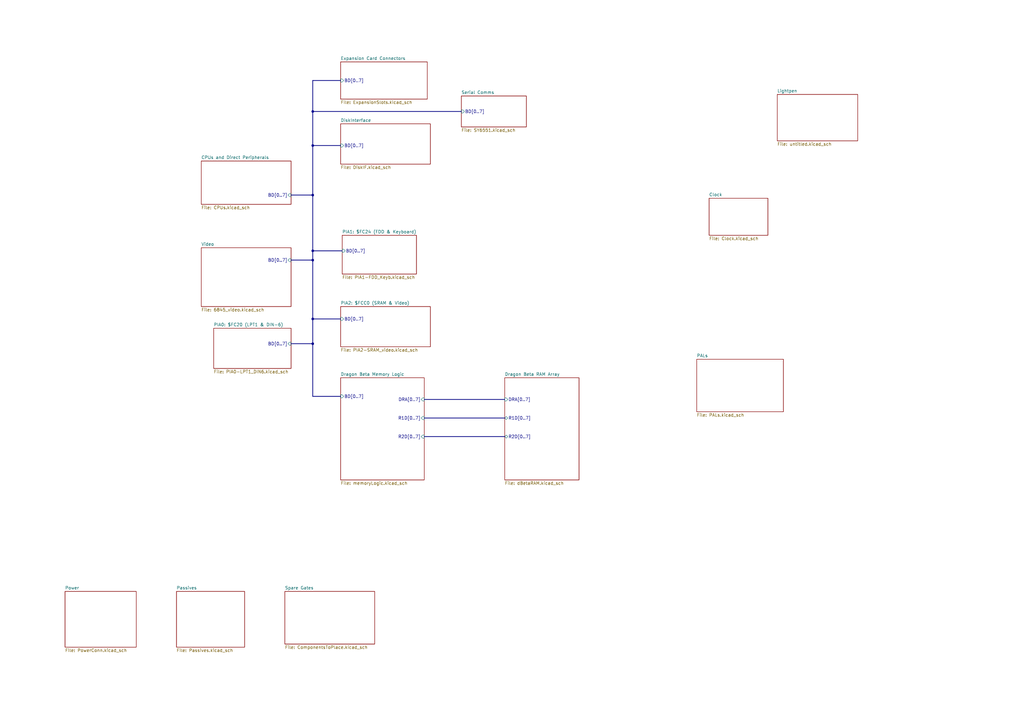
<source format=kicad_sch>
(kicad_sch (version 20211123) (generator eeschema)

  (uuid b5cea0b5-192f-476b-a3c8-0c26e2231699)

  (paper "A3")

  (title_block
    (title "Dragon Beta RAM")
    (date "2022-06-08")
    (rev "0.2")
    (company "DragonPlus Electronics")
    (comment 1 "John Whitworth")
    (comment 3 "including Richard Harding's Dragon Beta PCB images.")
    (comment 4 "Reverse Engineering of Dragon Beta from various sources")
  )

  (lib_symbols
  )

  (junction (at 128.27 140.97) (diameter 0) (color 0 0 0 0)
    (uuid 3273ec61-4a33-41c2-82bf-cde7c8587c1b)
  )
  (junction (at 128.27 130.81) (diameter 0) (color 0 0 0 0)
    (uuid 3382bf79-b686-4aeb-9419-c8ab591662bb)
  )
  (junction (at 128.27 102.87) (diameter 0) (color 0 0 0 0)
    (uuid 74a3cd6d-5489-4024-9dec-81696022b0dc)
  )
  (junction (at 128.27 45.72) (diameter 0) (color 0 0 0 0)
    (uuid 7d2422a2-6679-4b2f-b253-47eef0da2414)
  )
  (junction (at 128.27 106.68) (diameter 0) (color 0 0 0 0)
    (uuid a7c83b25-afbd-4974-8870-387db8f81a5c)
  )
  (junction (at 128.27 59.69) (diameter 0) (color 0 0 0 0)
    (uuid e6bf257d-5112-423c-b70a-adf8446f29da)
  )
  (junction (at 128.27 80.01) (diameter 0) (color 0 0 0 0)
    (uuid fe4068b9-89da-4c59-ba51-b5949772f5d8)
  )

  (bus (pts (xy 139.7 162.56) (xy 128.27 162.56))
    (stroke (width 0) (type default) (color 0 0 0 0))
    (uuid 017667a9-f5de-49c7-af53-4f9af2f3a311)
  )
  (bus (pts (xy 189.23 45.72) (xy 128.27 45.72))
    (stroke (width 0) (type default) (color 0 0 0 0))
    (uuid 1ae3634a-f90f-4c6a-8ba7-b38f98d4ccb2)
  )
  (bus (pts (xy 173.99 179.07) (xy 207.01 179.07))
    (stroke (width 0) (type default) (color 0 0 0 0))
    (uuid 2765a021-71f1-4136-b72b-81c2c6882946)
  )
  (bus (pts (xy 128.27 59.69) (xy 128.27 45.72))
    (stroke (width 0) (type default) (color 0 0 0 0))
    (uuid 2a4f1c24-6486-4fd8-8092-72bb07a81274)
  )
  (bus (pts (xy 128.27 80.01) (xy 128.27 59.69))
    (stroke (width 0) (type default) (color 0 0 0 0))
    (uuid 2bbd6c26-4114-4518-8f4a-c6fdadc046b6)
  )
  (bus (pts (xy 128.27 130.81) (xy 139.7 130.81))
    (stroke (width 0) (type default) (color 0 0 0 0))
    (uuid 2c10387c-3cac-4a7c-bbfb-95d69f41a890)
  )
  (bus (pts (xy 128.27 45.72) (xy 128.27 33.02))
    (stroke (width 0) (type default) (color 0 0 0 0))
    (uuid 4c144ffa-02d0-42da-aef1-f5175cbde9c0)
  )
  (bus (pts (xy 119.38 140.97) (xy 128.27 140.97))
    (stroke (width 0) (type default) (color 0 0 0 0))
    (uuid 4f3dc5bc-04e8-4dcc-91dd-8782e84f321d)
  )
  (bus (pts (xy 128.27 59.69) (xy 139.7 59.69))
    (stroke (width 0) (type default) (color 0 0 0 0))
    (uuid 51f5536d-48d2-4807-be44-93f427952b0e)
  )
  (bus (pts (xy 173.99 163.83) (xy 207.01 163.83))
    (stroke (width 0) (type default) (color 0 0 0 0))
    (uuid 761492e2-a989-4596-80c3-fcd6943df072)
  )
  (bus (pts (xy 140.335 102.87) (xy 128.27 102.87))
    (stroke (width 0) (type default) (color 0 0 0 0))
    (uuid 89ce57bd-935f-4e02-a73d-67eee5d10108)
  )
  (bus (pts (xy 128.27 106.68) (xy 119.38 106.68))
    (stroke (width 0) (type default) (color 0 0 0 0))
    (uuid a08c061a-7f5b-4909-b673-0d0a59a012a3)
  )
  (bus (pts (xy 128.27 102.87) (xy 128.27 106.68))
    (stroke (width 0) (type default) (color 0 0 0 0))
    (uuid ae1a0b41-f43a-47f8-a2fb-5f99040fa138)
  )
  (bus (pts (xy 173.99 171.45) (xy 207.01 171.45))
    (stroke (width 0) (type default) (color 0 0 0 0))
    (uuid b83b087e-7ec9-44e7-a1c9-81d5d26bbf79)
  )
  (bus (pts (xy 128.27 162.56) (xy 128.27 140.97))
    (stroke (width 0) (type default) (color 0 0 0 0))
    (uuid bc204c79-0619-4b16-889d-335bfdd71ce0)
  )
  (bus (pts (xy 128.27 140.97) (xy 128.27 130.81))
    (stroke (width 0) (type default) (color 0 0 0 0))
    (uuid c2211bf7-6ed0-4800-9f21-d6a078bedba2)
  )
  (bus (pts (xy 128.27 106.68) (xy 128.27 130.81))
    (stroke (width 0) (type default) (color 0 0 0 0))
    (uuid c7db4903-f95a-49f5-bcce-c52f0ca8defc)
  )
  (bus (pts (xy 119.38 80.01) (xy 128.27 80.01))
    (stroke (width 0) (type default) (color 0 0 0 0))
    (uuid d8f24303-7e52-49a9-9e82-8d60c3aaa009)
  )
  (bus (pts (xy 128.27 33.02) (xy 139.7 33.02))
    (stroke (width 0) (type default) (color 0 0 0 0))
    (uuid f1c2e9b0-6f9f-485b-b482-d408df476d0f)
  )
  (bus (pts (xy 128.27 80.01) (xy 128.27 102.87))
    (stroke (width 0) (type default) (color 0 0 0 0))
    (uuid fcb4f52a-a6cb-4ca0-970a-4c8a2c0f3942)
  )

  (sheet (at 139.7 154.94) (size 34.29 41.91) (fields_autoplaced)
    (stroke (width 0) (type solid) (color 0 0 0 0))
    (fill (color 0 0 0 0.0000))
    (uuid 00000000-0000-0000-0000-0000613f5b48)
    (property "Sheet name" "Dragon Beta Memory Logic" (id 0) (at 139.7 154.2284 0)
      (effects (font (size 1.27 1.27)) (justify left bottom))
    )
    (property "Sheet file" "memoryLogic.kicad_sch" (id 1) (at 139.7 197.4346 0)
      (effects (font (size 1.27 1.27)) (justify left top))
    )
    (pin "BD[0..7]" input (at 139.7 162.56 180)
      (effects (font (size 1.27 1.27)) (justify left))
      (uuid f240e733-157e-4a15-812f-78f42d8a8322)
    )
    (pin "R1D[0..7]" input (at 173.99 171.45 0)
      (effects (font (size 1.27 1.27)) (justify right))
      (uuid a4911204-1308-4d17-90a9-1ff5f9c57c9b)
    )
    (pin "R2D[0..7]" input (at 173.99 179.07 0)
      (effects (font (size 1.27 1.27)) (justify right))
      (uuid 01c59306-91a3-452b-92b5-9af8f8f257d6)
    )
    (pin "DRA[0..7]" input (at 173.99 163.83 0)
      (effects (font (size 1.27 1.27)) (justify right))
      (uuid ef3a2f4c-5879-4e98-ad30-6b8614410fba)
    )
  )

  (sheet (at 207.01 154.94) (size 30.48 41.91) (fields_autoplaced)
    (stroke (width 0) (type solid) (color 0 0 0 0))
    (fill (color 0 0 0 0.0000))
    (uuid 00000000-0000-0000-0000-0000613fe321)
    (property "Sheet name" "Dragon Beta RAM Array" (id 0) (at 207.01 154.2284 0)
      (effects (font (size 1.27 1.27)) (justify left bottom))
    )
    (property "Sheet file" "dBetaRAM.kicad_sch" (id 1) (at 207.01 197.4346 0)
      (effects (font (size 1.27 1.27)) (justify left top))
    )
    (pin "R2D[0..7]" bidirectional (at 207.01 179.07 180)
      (effects (font (size 1.27 1.27)) (justify left))
      (uuid 71a9f036-1f13-462e-ac9e-81caaaa7f807)
    )
    (pin "R1D[0..7]" bidirectional (at 207.01 171.45 180)
      (effects (font (size 1.27 1.27)) (justify left))
      (uuid 50a799a7-f8f3-4f13-9288-b10696e9a7da)
    )
    (pin "DRA[0..7]" input (at 207.01 163.83 180)
      (effects (font (size 1.27 1.27)) (justify left))
      (uuid 78a228c9-bbf0-49cf-b917-2dec23b390df)
    )
  )

  (sheet (at 139.7 25.4) (size 35.56 15.24) (fields_autoplaced)
    (stroke (width 0) (type solid) (color 0 0 0 0))
    (fill (color 0 0 0 0.0000))
    (uuid 00000000-0000-0000-0000-000061462b87)
    (property "Sheet name" "Expansion Card Connectors" (id 0) (at 139.7 24.6884 0)
      (effects (font (size 1.27 1.27)) (justify left bottom))
    )
    (property "Sheet file" "ExpansionSlots.kicad_sch" (id 1) (at 139.7 41.2246 0)
      (effects (font (size 1.27 1.27)) (justify left top))
    )
    (pin "BD[0..7]" input (at 139.7 33.02 180)
      (effects (font (size 1.27 1.27)) (justify left))
      (uuid 15a5a11b-0ea1-4f6e-b356-cc2d530615ed)
    )
  )

  (sheet (at 82.55 66.04) (size 36.83 17.78) (fields_autoplaced)
    (stroke (width 0) (type solid) (color 0 0 0 0))
    (fill (color 0 0 0 0.0000))
    (uuid 00000000-0000-0000-0000-000061475b0c)
    (property "Sheet name" "CPUs and Direct Peripherals" (id 0) (at 82.55 65.3284 0)
      (effects (font (size 1.27 1.27)) (justify left bottom))
    )
    (property "Sheet file" "CPUs.kicad_sch" (id 1) (at 82.55 84.4046 0)
      (effects (font (size 1.27 1.27)) (justify left top))
    )
    (pin "BD[0..7]" input (at 119.38 80.01 0)
      (effects (font (size 1.27 1.27)) (justify right))
      (uuid d7df1f01-3f56-437b-a452-e88ad90a9805)
    )
  )

  (sheet (at 139.7 50.8) (size 36.83 16.51) (fields_autoplaced)
    (stroke (width 0) (type solid) (color 0 0 0 0))
    (fill (color 0 0 0 0.0000))
    (uuid 00000000-0000-0000-0000-0000614de413)
    (property "Sheet name" "DiskInterface" (id 0) (at 139.7 50.0884 0)
      (effects (font (size 1.27 1.27)) (justify left bottom))
    )
    (property "Sheet file" "DiskIF.kicad_sch" (id 1) (at 139.7 67.8946 0)
      (effects (font (size 1.27 1.27)) (justify left top))
    )
    (pin "BD[0..7]" input (at 139.7 59.69 180)
      (effects (font (size 1.27 1.27)) (justify left))
      (uuid 4e7a230a-c1a4-4455-81ee-277835acf4a2)
    )
  )

  (sheet (at 116.84 242.57) (size 36.83 21.59) (fields_autoplaced)
    (stroke (width 0) (type solid) (color 0 0 0 0))
    (fill (color 0 0 0 0.0000))
    (uuid 00000000-0000-0000-0000-0000614df220)
    (property "Sheet name" "Spare Gates" (id 0) (at 116.84 241.8584 0)
      (effects (font (size 1.27 1.27)) (justify left bottom))
    )
    (property "Sheet file" "ComponentsToPlace.kicad_sch" (id 1) (at 116.84 264.7446 0)
      (effects (font (size 1.27 1.27)) (justify left top))
    )
  )

  (sheet (at 82.55 101.6) (size 36.83 24.13) (fields_autoplaced)
    (stroke (width 0) (type solid) (color 0 0 0 0))
    (fill (color 0 0 0 0.0000))
    (uuid 00000000-0000-0000-0000-0000614fb75a)
    (property "Sheet name" "Video" (id 0) (at 82.55 100.8884 0)
      (effects (font (size 1.27 1.27)) (justify left bottom))
    )
    (property "Sheet file" "6845_video.kicad_sch" (id 1) (at 82.55 126.3146 0)
      (effects (font (size 1.27 1.27)) (justify left top))
    )
    (pin "BD[0..7]" input (at 119.38 106.68 0)
      (effects (font (size 1.27 1.27)) (justify right))
      (uuid 96ee9b8e-4543-4639-b9ea-44b8baaaf94e)
    )
  )

  (sheet (at 26.67 242.57) (size 29.21 22.86) (fields_autoplaced)
    (stroke (width 0) (type solid) (color 0 0 0 0))
    (fill (color 0 0 0 0.0000))
    (uuid 00000000-0000-0000-0000-0000614fe681)
    (property "Sheet name" "Power" (id 0) (at 26.67 241.8584 0)
      (effects (font (size 1.27 1.27)) (justify left bottom))
    )
    (property "Sheet file" "PowerConn.kicad_sch" (id 1) (at 26.67 266.0146 0)
      (effects (font (size 1.27 1.27)) (justify left top))
    )
  )

  (sheet (at 139.7 125.73) (size 36.83 16.51) (fields_autoplaced)
    (stroke (width 0) (type solid) (color 0 0 0 0))
    (fill (color 0 0 0 0.0000))
    (uuid 00000000-0000-0000-0000-0000615c424c)
    (property "Sheet name" "PIA2: $FCC0 (SRAM & Video)" (id 0) (at 139.7 125.0184 0)
      (effects (font (size 1.27 1.27)) (justify left bottom))
    )
    (property "Sheet file" "PIA2-SRAM_video.kicad_sch" (id 1) (at 139.7 142.8246 0)
      (effects (font (size 1.27 1.27)) (justify left top))
    )
    (pin "BD[0..7]" input (at 139.7 130.81 180)
      (effects (font (size 1.27 1.27)) (justify left))
      (uuid a04f8542-6c38-4d5c-bdbb-c8e0311a0936)
    )
  )

  (sheet (at 189.23 39.37) (size 26.67 12.7) (fields_autoplaced)
    (stroke (width 0) (type solid) (color 0 0 0 0))
    (fill (color 0 0 0 0.0000))
    (uuid 00000000-0000-0000-0000-000061604eec)
    (property "Sheet name" "Serial Comms" (id 0) (at 189.23 38.6584 0)
      (effects (font (size 1.27 1.27)) (justify left bottom))
    )
    (property "Sheet file" "SY6551.kicad_sch" (id 1) (at 189.23 52.6546 0)
      (effects (font (size 1.27 1.27)) (justify left top))
    )
    (pin "BD[0..7]" input (at 189.23 45.72 180)
      (effects (font (size 1.27 1.27)) (justify left))
      (uuid ed612f6d-67c1-4198-976d-84139f8d99bc)
    )
  )

  (sheet (at 290.83 81.28) (size 24.13 15.24) (fields_autoplaced)
    (stroke (width 0) (type solid) (color 0 0 0 0))
    (fill (color 0 0 0 0.0000))
    (uuid 00000000-0000-0000-0000-0000616fb8e8)
    (property "Sheet name" "Clock" (id 0) (at 290.83 80.5684 0)
      (effects (font (size 1.27 1.27)) (justify left bottom))
    )
    (property "Sheet file" "Clock.kicad_sch" (id 1) (at 290.83 97.1046 0)
      (effects (font (size 1.27 1.27)) (justify left top))
    )
  )

  (sheet (at 87.63 134.62) (size 31.75 16.51) (fields_autoplaced)
    (stroke (width 0) (type solid) (color 0 0 0 0))
    (fill (color 0 0 0 0.0000))
    (uuid 00000000-0000-0000-0000-0000617a1e7d)
    (property "Sheet name" "PIA0: $FC20 (LPT1 & DIN-6)" (id 0) (at 87.63 133.9084 0)
      (effects (font (size 1.27 1.27)) (justify left bottom))
    )
    (property "Sheet file" "PIA0-LPT1_DIN6.kicad_sch" (id 1) (at 87.63 151.7146 0)
      (effects (font (size 1.27 1.27)) (justify left top))
    )
    (pin "BD[0..7]" input (at 119.38 140.97 0)
      (effects (font (size 1.27 1.27)) (justify right))
      (uuid f565cf54-67ba-4424-8d47-087433645499)
    )
  )

  (sheet (at 72.39 242.57) (size 27.94 22.86) (fields_autoplaced)
    (stroke (width 0) (type solid) (color 0 0 0 0))
    (fill (color 0 0 0 0.0000))
    (uuid 00000000-0000-0000-0000-0000617c5fa6)
    (property "Sheet name" "Passives" (id 0) (at 72.39 241.8584 0)
      (effects (font (size 1.27 1.27)) (justify left bottom))
    )
    (property "Sheet file" "Passives.kicad_sch" (id 1) (at 72.39 266.0146 0)
      (effects (font (size 1.27 1.27)) (justify left top))
    )
  )

  (sheet (at 285.75 147.32) (size 35.56 21.59) (fields_autoplaced)
    (stroke (width 0) (type solid) (color 0 0 0 0))
    (fill (color 0 0 0 0.0000))
    (uuid 00000000-0000-0000-0000-0000618619d0)
    (property "Sheet name" "PALs" (id 0) (at 285.75 146.6084 0)
      (effects (font (size 1.27 1.27)) (justify left bottom))
    )
    (property "Sheet file" "PALs.kicad_sch" (id 1) (at 285.75 169.4946 0)
      (effects (font (size 1.27 1.27)) (justify left top))
    )
  )

  (sheet (at 318.77 38.735) (size 33.02 19.05) (fields_autoplaced)
    (stroke (width 0.1524) (type solid) (color 0 0 0 0))
    (fill (color 0 0 0 0.0000))
    (uuid c9567e69-4db4-4032-9662-72ca9b00cd47)
    (property "Sheet name" "Lightpen" (id 0) (at 318.77 38.0234 0)
      (effects (font (size 1.27 1.27)) (justify left bottom))
    )
    (property "Sheet file" "untitled.kicad_sch" (id 1) (at 318.77 58.3696 0)
      (effects (font (size 1.27 1.27)) (justify left top))
    )
  )

  (sheet (at 140.335 96.52) (size 30.48 15.875) (fields_autoplaced)
    (stroke (width 0.1524) (type solid) (color 0 0 0 0))
    (fill (color 0 0 0 0.0000))
    (uuid d9f34acf-443a-4bfe-aab0-302160d191fb)
    (property "Sheet name" "PIA1: $FC24 (FDD & Keyboard)" (id 0) (at 140.335 95.8084 0)
      (effects (font (size 1.27 1.27)) (justify left bottom))
    )
    (property "Sheet file" "PIA1-FDD_Keyb.kicad_sch" (id 1) (at 140.335 112.9796 0)
      (effects (font (size 1.27 1.27)) (justify left top))
    )
    (pin "BD[0..7]" input (at 140.335 102.87 180)
      (effects (font (size 1.27 1.27)) (justify left))
      (uuid d220cae7-9357-42eb-bbb6-9bb016b391ec)
    )
  )

  (sheet_instances
    (path "/" (page "1"))
    (path "/00000000-0000-0000-0000-0000616fb8e8" (page "2"))
    (path "/00000000-0000-0000-0000-000061475b0c" (page "3"))
    (path "/00000000-0000-0000-0000-0000613f5b48" (page "4"))
    (path "/00000000-0000-0000-0000-0000613fe321" (page "5"))
    (path "/00000000-0000-0000-0000-0000617a1e7d" (page "7"))
    (path "/d9f34acf-443a-4bfe-aab0-302160d191fb" (page "8"))
    (path "/00000000-0000-0000-0000-0000615c424c" (page "9"))
    (path "/00000000-0000-0000-0000-0000614fb75a" (page "10"))
    (path "/00000000-0000-0000-0000-0000614de413" (page "11"))
    (path "/00000000-0000-0000-0000-000061604eec" (page "12"))
    (path "/00000000-0000-0000-0000-000061462b87" (page "13"))
    (path "/c9567e69-4db4-4032-9662-72ca9b00cd47" (page "14"))
    (path "/00000000-0000-0000-0000-0000618619d0" (page "16"))
    (path "/00000000-0000-0000-0000-0000617c5fa6" (page "19"))
    (path "/00000000-0000-0000-0000-0000614fe681" (page "20"))
    (path "/00000000-0000-0000-0000-0000614df220" (page "21"))
  )

  (symbol_instances
    (path "/00000000-0000-0000-0000-0000614fe681/00000000-0000-0000-0000-000061fded0a"
      (reference "#FLG0101") (unit 1) (value "PWR_FLAG") (footprint "")
    )
    (path "/00000000-0000-0000-0000-0000614fe681/00000000-0000-0000-0000-000061fded10"
      (reference "#FLG0102") (unit 1) (value "PWR_FLAG") (footprint "")
    )
    (path "/00000000-0000-0000-0000-0000614fe681/00000000-0000-0000-0000-000061fded1c"
      (reference "#FLG0103") (unit 1) (value "PWR_FLAG") (footprint "")
    )
    (path "/00000000-0000-0000-0000-0000614fe681/00000000-0000-0000-0000-000061fded22"
      (reference "#FLG0104") (unit 1) (value "PWR_FLAG") (footprint "")
    )
    (path "/00000000-0000-0000-0000-0000613fe321/00000000-0000-0000-0000-00006146a898"
      (reference "#PWR0101") (unit 1) (value "+5V") (footprint "")
    )
    (path "/00000000-0000-0000-0000-0000613fe321/00000000-0000-0000-0000-00006146a89e"
      (reference "#PWR0102") (unit 1) (value "GND") (footprint "")
    )
    (path "/00000000-0000-0000-0000-0000613fe321/00000000-0000-0000-0000-00006146a8a4"
      (reference "#PWR0103") (unit 1) (value "+5V") (footprint "")
    )
    (path "/00000000-0000-0000-0000-0000613fe321/00000000-0000-0000-0000-00006146a8aa"
      (reference "#PWR0104") (unit 1) (value "GND") (footprint "")
    )
    (path "/00000000-0000-0000-0000-0000613fe321/00000000-0000-0000-0000-00006146a8b0"
      (reference "#PWR0105") (unit 1) (value "+5V") (footprint "")
    )
    (path "/00000000-0000-0000-0000-0000613fe321/00000000-0000-0000-0000-00006146a8b6"
      (reference "#PWR0106") (unit 1) (value "GND") (footprint "")
    )
    (path "/00000000-0000-0000-0000-0000613fe321/00000000-0000-0000-0000-00006146a8bc"
      (reference "#PWR0107") (unit 1) (value "+5V") (footprint "")
    )
    (path "/00000000-0000-0000-0000-0000613fe321/00000000-0000-0000-0000-00006146a8c2"
      (reference "#PWR0108") (unit 1) (value "GND") (footprint "")
    )
    (path "/00000000-0000-0000-0000-0000613fe321/00000000-0000-0000-0000-00006146a8c8"
      (reference "#PWR0109") (unit 1) (value "+5V") (footprint "")
    )
    (path "/00000000-0000-0000-0000-0000613fe321/00000000-0000-0000-0000-00006146a8ce"
      (reference "#PWR0110") (unit 1) (value "GND") (footprint "")
    )
    (path "/00000000-0000-0000-0000-0000613fe321/00000000-0000-0000-0000-00006146a8d4"
      (reference "#PWR0111") (unit 1) (value "+5V") (footprint "")
    )
    (path "/00000000-0000-0000-0000-0000613fe321/00000000-0000-0000-0000-00006146a8da"
      (reference "#PWR0112") (unit 1) (value "GND") (footprint "")
    )
    (path "/00000000-0000-0000-0000-0000613fe321/00000000-0000-0000-0000-00006146a8e0"
      (reference "#PWR0113") (unit 1) (value "+5V") (footprint "")
    )
    (path "/00000000-0000-0000-0000-0000613fe321/00000000-0000-0000-0000-00006146a8e6"
      (reference "#PWR0114") (unit 1) (value "GND") (footprint "")
    )
    (path "/00000000-0000-0000-0000-0000613fe321/00000000-0000-0000-0000-00006146a8ec"
      (reference "#PWR0115") (unit 1) (value "+5V") (footprint "")
    )
    (path "/00000000-0000-0000-0000-0000613fe321/00000000-0000-0000-0000-00006146a8f2"
      (reference "#PWR0116") (unit 1) (value "GND") (footprint "")
    )
    (path "/00000000-0000-0000-0000-0000613fe321/00000000-0000-0000-0000-00006146a8f8"
      (reference "#PWR0117") (unit 1) (value "+5V") (footprint "")
    )
    (path "/00000000-0000-0000-0000-0000613fe321/00000000-0000-0000-0000-00006146a8fe"
      (reference "#PWR0118") (unit 1) (value "GND") (footprint "")
    )
    (path "/00000000-0000-0000-0000-0000613fe321/00000000-0000-0000-0000-00006146a904"
      (reference "#PWR0119") (unit 1) (value "+5V") (footprint "")
    )
    (path "/00000000-0000-0000-0000-0000613fe321/00000000-0000-0000-0000-00006146a90a"
      (reference "#PWR0120") (unit 1) (value "GND") (footprint "")
    )
    (path "/00000000-0000-0000-0000-0000613fe321/00000000-0000-0000-0000-00006146a910"
      (reference "#PWR0121") (unit 1) (value "+5V") (footprint "")
    )
    (path "/00000000-0000-0000-0000-0000613fe321/00000000-0000-0000-0000-00006146a916"
      (reference "#PWR0122") (unit 1) (value "GND") (footprint "")
    )
    (path "/00000000-0000-0000-0000-0000613fe321/00000000-0000-0000-0000-00006146a91c"
      (reference "#PWR0123") (unit 1) (value "+5V") (footprint "")
    )
    (path "/00000000-0000-0000-0000-0000613fe321/00000000-0000-0000-0000-00006146a922"
      (reference "#PWR0124") (unit 1) (value "GND") (footprint "")
    )
    (path "/00000000-0000-0000-0000-0000613fe321/00000000-0000-0000-0000-00006146a928"
      (reference "#PWR0125") (unit 1) (value "+5V") (footprint "")
    )
    (path "/00000000-0000-0000-0000-0000613fe321/00000000-0000-0000-0000-00006146a92e"
      (reference "#PWR0126") (unit 1) (value "GND") (footprint "")
    )
    (path "/00000000-0000-0000-0000-0000613fe321/00000000-0000-0000-0000-00006146a934"
      (reference "#PWR0127") (unit 1) (value "+5V") (footprint "")
    )
    (path "/00000000-0000-0000-0000-0000613fe321/00000000-0000-0000-0000-00006146a93a"
      (reference "#PWR0128") (unit 1) (value "GND") (footprint "")
    )
    (path "/00000000-0000-0000-0000-0000613fe321/00000000-0000-0000-0000-00006146a940"
      (reference "#PWR0129") (unit 1) (value "+5V") (footprint "")
    )
    (path "/00000000-0000-0000-0000-0000613fe321/00000000-0000-0000-0000-00006146a946"
      (reference "#PWR0130") (unit 1) (value "GND") (footprint "")
    )
    (path "/00000000-0000-0000-0000-0000613fe321/00000000-0000-0000-0000-00006146a94c"
      (reference "#PWR0131") (unit 1) (value "+5V") (footprint "")
    )
    (path "/00000000-0000-0000-0000-0000613fe321/00000000-0000-0000-0000-00006146a952"
      (reference "#PWR0132") (unit 1) (value "GND") (footprint "")
    )
    (path "/00000000-0000-0000-0000-0000613fe321/00000000-0000-0000-0000-00006146a958"
      (reference "#PWR0133") (unit 1) (value "+5V") (footprint "")
    )
    (path "/00000000-0000-0000-0000-0000613fe321/00000000-0000-0000-0000-00006146a95e"
      (reference "#PWR0134") (unit 1) (value "GND") (footprint "")
    )
    (path "/00000000-0000-0000-0000-0000613fe321/00000000-0000-0000-0000-00006146a964"
      (reference "#PWR0135") (unit 1) (value "+5V") (footprint "")
    )
    (path "/00000000-0000-0000-0000-0000613fe321/00000000-0000-0000-0000-00006146a96a"
      (reference "#PWR0136") (unit 1) (value "GND") (footprint "")
    )
    (path "/00000000-0000-0000-0000-0000613fe321/00000000-0000-0000-0000-00006146a970"
      (reference "#PWR0137") (unit 1) (value "+5V") (footprint "")
    )
    (path "/00000000-0000-0000-0000-0000613fe321/00000000-0000-0000-0000-00006146a976"
      (reference "#PWR0138") (unit 1) (value "GND") (footprint "")
    )
    (path "/00000000-0000-0000-0000-0000613fe321/00000000-0000-0000-0000-00006146a97c"
      (reference "#PWR0139") (unit 1) (value "+5V") (footprint "")
    )
    (path "/00000000-0000-0000-0000-0000613fe321/00000000-0000-0000-0000-00006146a982"
      (reference "#PWR0140") (unit 1) (value "GND") (footprint "")
    )
    (path "/00000000-0000-0000-0000-0000613fe321/00000000-0000-0000-0000-00006146a988"
      (reference "#PWR0141") (unit 1) (value "+5V") (footprint "")
    )
    (path "/00000000-0000-0000-0000-0000613fe321/00000000-0000-0000-0000-00006146a98e"
      (reference "#PWR0142") (unit 1) (value "GND") (footprint "")
    )
    (path "/00000000-0000-0000-0000-0000613fe321/00000000-0000-0000-0000-00006146a994"
      (reference "#PWR0143") (unit 1) (value "+5V") (footprint "")
    )
    (path "/00000000-0000-0000-0000-0000613fe321/00000000-0000-0000-0000-00006146a99a"
      (reference "#PWR0144") (unit 1) (value "GND") (footprint "")
    )
    (path "/00000000-0000-0000-0000-0000613fe321/00000000-0000-0000-0000-00006146a9a0"
      (reference "#PWR0145") (unit 1) (value "+5V") (footprint "")
    )
    (path "/00000000-0000-0000-0000-0000613fe321/00000000-0000-0000-0000-00006146a9a6"
      (reference "#PWR0146") (unit 1) (value "GND") (footprint "")
    )
    (path "/00000000-0000-0000-0000-0000613fe321/00000000-0000-0000-0000-00006146a9ac"
      (reference "#PWR0147") (unit 1) (value "+5V") (footprint "")
    )
    (path "/00000000-0000-0000-0000-0000613fe321/00000000-0000-0000-0000-00006146a9b2"
      (reference "#PWR0148") (unit 1) (value "GND") (footprint "")
    )
    (path "/00000000-0000-0000-0000-0000613fe321/00000000-0000-0000-0000-00006146a9b8"
      (reference "#PWR0149") (unit 1) (value "+5V") (footprint "")
    )
    (path "/00000000-0000-0000-0000-0000613fe321/00000000-0000-0000-0000-00006146a9be"
      (reference "#PWR0150") (unit 1) (value "GND") (footprint "")
    )
    (path "/00000000-0000-0000-0000-0000613fe321/00000000-0000-0000-0000-00006146a9c4"
      (reference "#PWR0151") (unit 1) (value "+5V") (footprint "")
    )
    (path "/00000000-0000-0000-0000-0000613fe321/00000000-0000-0000-0000-00006146a9ca"
      (reference "#PWR0152") (unit 1) (value "GND") (footprint "")
    )
    (path "/00000000-0000-0000-0000-0000613fe321/00000000-0000-0000-0000-00006146a9d0"
      (reference "#PWR0153") (unit 1) (value "+5V") (footprint "")
    )
    (path "/00000000-0000-0000-0000-0000613fe321/00000000-0000-0000-0000-00006146a9d6"
      (reference "#PWR0154") (unit 1) (value "GND") (footprint "")
    )
    (path "/00000000-0000-0000-0000-0000613fe321/00000000-0000-0000-0000-00006146a9dc"
      (reference "#PWR0155") (unit 1) (value "+5V") (footprint "")
    )
    (path "/00000000-0000-0000-0000-0000613fe321/00000000-0000-0000-0000-00006146a9e2"
      (reference "#PWR0156") (unit 1) (value "GND") (footprint "")
    )
    (path "/00000000-0000-0000-0000-0000613fe321/00000000-0000-0000-0000-00006146ab49"
      (reference "#PWR0157") (unit 1) (value "GND") (footprint "")
    )
    (path "/00000000-0000-0000-0000-0000613fe321/00000000-0000-0000-0000-00006146ab4f"
      (reference "#PWR0158") (unit 1) (value "+5V") (footprint "")
    )
    (path "/00000000-0000-0000-0000-0000613fe321/00000000-0000-0000-0000-00006146ab55"
      (reference "#PWR0159") (unit 1) (value "GND") (footprint "")
    )
    (path "/00000000-0000-0000-0000-0000613fe321/00000000-0000-0000-0000-00006146ab5b"
      (reference "#PWR0160") (unit 1) (value "+5V") (footprint "")
    )
    (path "/00000000-0000-0000-0000-0000613fe321/00000000-0000-0000-0000-00006146ab61"
      (reference "#PWR0161") (unit 1) (value "GND") (footprint "")
    )
    (path "/00000000-0000-0000-0000-0000613fe321/00000000-0000-0000-0000-00006146ab67"
      (reference "#PWR0162") (unit 1) (value "+5V") (footprint "")
    )
    (path "/00000000-0000-0000-0000-0000613fe321/00000000-0000-0000-0000-00006146ab6d"
      (reference "#PWR0163") (unit 1) (value "GND") (footprint "")
    )
    (path "/00000000-0000-0000-0000-0000613fe321/00000000-0000-0000-0000-00006146ab73"
      (reference "#PWR0164") (unit 1) (value "+5V") (footprint "")
    )
    (path "/00000000-0000-0000-0000-0000614fb75a/00000000-0000-0000-0000-000061feddbc"
      (reference "#PWR0165") (unit 1) (value "+5V") (footprint "")
    )
    (path "/00000000-0000-0000-0000-0000614fe681/00000000-0000-0000-0000-000061fb73b8"
      (reference "#PWR0166") (unit 1) (value "GND") (footprint "")
    )
    (path "/00000000-0000-0000-0000-0000613fe321/00000000-0000-0000-0000-00006149e120"
      (reference "#PWR0167") (unit 1) (value "+5V") (footprint "")
    )
    (path "/00000000-0000-0000-0000-0000613fe321/00000000-0000-0000-0000-00006149e126"
      (reference "#PWR0168") (unit 1) (value "GND") (footprint "")
    )
    (path "/00000000-0000-0000-0000-0000616fb8e8/00000000-0000-0000-0000-000061764ec9"
      (reference "#PWR0169") (unit 1) (value "GND") (footprint "")
    )
    (path "/00000000-0000-0000-0000-0000613f5b48/00000000-0000-0000-0000-00006145713d"
      (reference "#PWR0170") (unit 1) (value "GND") (footprint "")
    )
    (path "/00000000-0000-0000-0000-0000613f5b48/00000000-0000-0000-0000-000061457469"
      (reference "#PWR0171") (unit 1) (value "GND") (footprint "")
    )
    (path "/00000000-0000-0000-0000-0000613f5b48/00000000-0000-0000-0000-000061457a65"
      (reference "#PWR0172") (unit 1) (value "GND") (footprint "")
    )
    (path "/00000000-0000-0000-0000-0000617a1e7d/00000000-0000-0000-0000-0000617b75bf"
      (reference "#PWR0173") (unit 1) (value "GND") (footprint "")
    )
    (path "/00000000-0000-0000-0000-0000613f5b48/00000000-0000-0000-0000-000061458738"
      (reference "#PWR0174") (unit 1) (value "GND") (footprint "")
    )
    (path "/00000000-0000-0000-0000-0000613f5b48/00000000-0000-0000-0000-000061458bd8"
      (reference "#PWR0175") (unit 1) (value "GND") (footprint "")
    )
    (path "/00000000-0000-0000-0000-0000613f5b48/f576c692-d441-48b8-a977-05badda18782"
      (reference "#PWR0176") (unit 1) (value "GND") (footprint "")
    )
    (path "/00000000-0000-0000-0000-0000613f5b48/00000000-0000-0000-0000-000061459e3e"
      (reference "#PWR0177") (unit 1) (value "GND") (footprint "")
    )
    (path "/00000000-0000-0000-0000-0000613f5b48/00000000-0000-0000-0000-00006145a1e9"
      (reference "#PWR0178") (unit 1) (value "GND") (footprint "")
    )
    (path "/00000000-0000-0000-0000-0000613f5b48/00000000-0000-0000-0000-00006145a73d"
      (reference "#PWR0179") (unit 1) (value "GND") (footprint "")
    )
    (path "/00000000-0000-0000-0000-0000613f5b48/00000000-0000-0000-0000-00006145aca4"
      (reference "#PWR0180") (unit 1) (value "GND") (footprint "")
    )
    (path "/00000000-0000-0000-0000-0000613f5b48/00000000-0000-0000-0000-00006145b2c5"
      (reference "#PWR0181") (unit 1) (value "GND") (footprint "")
    )
    (path "/00000000-0000-0000-0000-000061475b0c/00000000-0000-0000-0000-0000614acd56"
      (reference "#PWR0182") (unit 1) (value "GND") (footprint "")
    )
    (path "/00000000-0000-0000-0000-000061475b0c/00000000-0000-0000-0000-0000614ad822"
      (reference "#PWR0183") (unit 1) (value "GND") (footprint "")
    )
    (path "/00000000-0000-0000-0000-000061475b0c/00000000-0000-0000-0000-0000614adc6e"
      (reference "#PWR0184") (unit 1) (value "GND") (footprint "")
    )
    (path "/00000000-0000-0000-0000-000061475b0c/00000000-0000-0000-0000-0000614ae144"
      (reference "#PWR0185") (unit 1) (value "GND") (footprint "")
    )
    (path "/00000000-0000-0000-0000-0000614fe681/00000000-0000-0000-0000-000061fb73be"
      (reference "#PWR0186") (unit 1) (value "+5V") (footprint "")
    )
    (path "/00000000-0000-0000-0000-000061475b0c/00000000-0000-0000-0000-0000614ae8ef"
      (reference "#PWR0187") (unit 1) (value "GND") (footprint "")
    )
    (path "/00000000-0000-0000-0000-000061475b0c/00000000-0000-0000-0000-0000614aec76"
      (reference "#PWR0188") (unit 1) (value "GND") (footprint "")
    )
    (path "/00000000-0000-0000-0000-000061475b0c/00000000-0000-0000-0000-0000614af18c"
      (reference "#PWR0189") (unit 1) (value "GND") (footprint "")
    )
    (path "/00000000-0000-0000-0000-000061475b0c/00000000-0000-0000-0000-0000614af98a"
      (reference "#PWR0190") (unit 1) (value "GND") (footprint "")
    )
    (path "/00000000-0000-0000-0000-000061475b0c/00000000-0000-0000-0000-0000614afd6a"
      (reference "#PWR0191") (unit 1) (value "GND") (footprint "")
    )
    (path "/00000000-0000-0000-0000-0000613f5b48/473eb944-7d39-461a-b1a7-163b581a6974"
      (reference "#PWR0192") (unit 1) (value "GND") (footprint "")
    )
    (path "/00000000-0000-0000-0000-0000613f5b48/b4f61ac5-106f-47a3-9f95-50e60918f5f0"
      (reference "#PWR0193") (unit 1) (value "+5V") (footprint "")
    )
    (path "/00000000-0000-0000-0000-0000613fe321/00000000-0000-0000-0000-0000614bbf2d"
      (reference "#PWR0194") (unit 1) (value "+5V") (footprint "")
    )
    (path "/00000000-0000-0000-0000-0000613fe321/00000000-0000-0000-0000-0000614bd143"
      (reference "#PWR0195") (unit 1) (value "+5V") (footprint "")
    )
    (path "/00000000-0000-0000-0000-0000613fe321/00000000-0000-0000-0000-0000614bd6d0"
      (reference "#PWR0196") (unit 1) (value "+5V") (footprint "")
    )
    (path "/00000000-0000-0000-0000-0000613fe321/00000000-0000-0000-0000-0000614bdbca"
      (reference "#PWR0197") (unit 1) (value "+5V") (footprint "")
    )
    (path "/00000000-0000-0000-0000-0000616fb8e8/610b1731-3aab-48da-98e7-c4ff315aa928"
      (reference "#PWR0198") (unit 1) (value "GND") (footprint "")
    )
    (path "/00000000-0000-0000-0000-0000614fe681/00000000-0000-0000-0000-000061fcd808"
      (reference "#PWR0199") (unit 1) (value "GND") (footprint "")
    )
    (path "/00000000-0000-0000-0000-0000616fb8e8/00000000-0000-0000-0000-0000614aa0dd"
      (reference "#PWR0200") (unit 1) (value "GND") (footprint "")
    )
    (path "/00000000-0000-0000-0000-0000613f5b48/00000000-0000-0000-0000-0000614c0f4c"
      (reference "#PWR0201") (unit 1) (value "+5V") (footprint "")
    )
    (path "/00000000-0000-0000-0000-0000613f5b48/00000000-0000-0000-0000-0000614c15c3"
      (reference "#PWR0202") (unit 1) (value "+5V") (footprint "")
    )
    (path "/00000000-0000-0000-0000-0000613f5b48/2104fd7e-fe9a-48d2-a721-08c6ce9bd7df"
      (reference "#PWR0203") (unit 1) (value "GND") (footprint "")
    )
    (path "/00000000-0000-0000-0000-0000613f5b48/00000000-0000-0000-0000-0000614c2792"
      (reference "#PWR0204") (unit 1) (value "+5V") (footprint "")
    )
    (path "/00000000-0000-0000-0000-0000617a1e7d/18ad62b4-c58f-482f-89de-8d28ef69a0d6"
      (reference "#PWR0205") (unit 1) (value "GND") (footprint "")
    )
    (path "/00000000-0000-0000-0000-0000613f5b48/00000000-0000-0000-0000-0000614c312d"
      (reference "#PWR0206") (unit 1) (value "+5V") (footprint "")
    )
    (path "/00000000-0000-0000-0000-0000613f5b48/00000000-0000-0000-0000-0000614c4109"
      (reference "#PWR0207") (unit 1) (value "+5V") (footprint "")
    )
    (path "/00000000-0000-0000-0000-0000613f5b48/00000000-0000-0000-0000-0000614c48b0"
      (reference "#PWR0208") (unit 1) (value "+5V") (footprint "")
    )
    (path "/00000000-0000-0000-0000-0000613f5b48/00000000-0000-0000-0000-0000614c5022"
      (reference "#PWR0209") (unit 1) (value "+5V") (footprint "")
    )
    (path "/00000000-0000-0000-0000-0000613f5b48/00000000-0000-0000-0000-0000614c56a2"
      (reference "#PWR0210") (unit 1) (value "+5V") (footprint "")
    )
    (path "/00000000-0000-0000-0000-0000613f5b48/00000000-0000-0000-0000-0000614c5e9d"
      (reference "#PWR0211") (unit 1) (value "+5V") (footprint "")
    )
    (path "/00000000-0000-0000-0000-0000613f5b48/97d79959-5dca-4fb5-bad6-4f2c3036716b"
      (reference "#PWR0212") (unit 1) (value "+5V") (footprint "")
    )
    (path "/00000000-0000-0000-0000-0000613f5b48/48e84bbc-36cd-4b9f-821f-9828d2b6e530"
      (reference "#PWR0213") (unit 1) (value "GND") (footprint "")
    )
    (path "/00000000-0000-0000-0000-000061475b0c/00000000-0000-0000-0000-0000614cc657"
      (reference "#PWR0214") (unit 1) (value "+5V") (footprint "")
    )
    (path "/00000000-0000-0000-0000-000061475b0c/00000000-0000-0000-0000-0000614cf53d"
      (reference "#PWR0215") (unit 1) (value "+5V") (footprint "")
    )
    (path "/00000000-0000-0000-0000-000061475b0c/00000000-0000-0000-0000-0000614cfa13"
      (reference "#PWR0216") (unit 1) (value "+5V") (footprint "")
    )
    (path "/00000000-0000-0000-0000-000061475b0c/00000000-0000-0000-0000-0000614d0fe3"
      (reference "#PWR0217") (unit 1) (value "+5V") (footprint "")
    )
    (path "/00000000-0000-0000-0000-000061475b0c/00000000-0000-0000-0000-0000614d2562"
      (reference "#PWR0218") (unit 1) (value "+5V") (footprint "")
    )
    (path "/00000000-0000-0000-0000-000061475b0c/00000000-0000-0000-0000-0000614d3956"
      (reference "#PWR0219") (unit 1) (value "+5V") (footprint "")
    )
    (path "/00000000-0000-0000-0000-0000614fe681/00000000-0000-0000-0000-000061fcd80e"
      (reference "#PWR0220") (unit 1) (value "+5V") (footprint "")
    )
    (path "/00000000-0000-0000-0000-000061475b0c/00000000-0000-0000-0000-0000614d5417"
      (reference "#PWR0221") (unit 1) (value "+5V") (footprint "")
    )
    (path "/00000000-0000-0000-0000-000061475b0c/00000000-0000-0000-0000-0000614d59a5"
      (reference "#PWR0222") (unit 1) (value "+5V") (footprint "")
    )
    (path "/00000000-0000-0000-0000-000061475b0c/00000000-0000-0000-0000-0000614d5e1c"
      (reference "#PWR0223") (unit 1) (value "+5V") (footprint "")
    )
    (path "/00000000-0000-0000-0000-0000616fb8e8/00000000-0000-0000-0000-0000614c88a0"
      (reference "#PWR0224") (unit 1) (value "+5V") (footprint "")
    )
    (path "/00000000-0000-0000-0000-0000616fb8e8/0fda579c-5ab1-4b53-8566-d9aea004e061"
      (reference "#PWR0225") (unit 1) (value "GND") (footprint "")
    )
    (path "/00000000-0000-0000-0000-0000614fe681/00000000-0000-0000-0000-000061fded04"
      (reference "#PWR0226") (unit 1) (value "+5V") (footprint "")
    )
    (path "/00000000-0000-0000-0000-0000613f5b48/00000000-0000-0000-0000-0000614dbfe6"
      (reference "#PWR0227") (unit 1) (value "GND") (footprint "")
    )
    (path "/00000000-0000-0000-0000-0000613f5b48/00000000-0000-0000-0000-0000614dc4ab"
      (reference "#PWR0228") (unit 1) (value "+5V") (footprint "")
    )
    (path "/00000000-0000-0000-0000-0000613f5b48/00000000-0000-0000-0000-0000614dfc02"
      (reference "#PWR0229") (unit 1) (value "+5V") (footprint "")
    )
    (path "/00000000-0000-0000-0000-000061475b0c/00000000-0000-0000-0000-000061455d2a"
      (reference "#PWR0230") (unit 1) (value "+5V") (footprint "")
    )
    (path "/00000000-0000-0000-0000-000061475b0c/00000000-0000-0000-0000-00006145616a"
      (reference "#PWR0231") (unit 1) (value "GND") (footprint "")
    )
    (path "/00000000-0000-0000-0000-000061475b0c/00000000-0000-0000-0000-0000614815bc"
      (reference "#PWR0232") (unit 1) (value "+5V") (footprint "")
    )
    (path "/00000000-0000-0000-0000-0000617a1e7d/df544118-ea4e-4372-9be6-da264f3ea816"
      (reference "#PWR0233") (unit 1) (value "GND") (footprint "")
    )
    (path "/00000000-0000-0000-0000-0000617a1e7d/4d21b9ff-fe3b-4ee2-b8ac-dd461ca4ad03"
      (reference "#PWR0234") (unit 1) (value "+5V") (footprint "")
    )
    (path "/00000000-0000-0000-0000-0000613f5b48/e646fd93-8ccb-4d41-a4af-2f4d2d7b85dd"
      (reference "#PWR0235") (unit 1) (value "+5V") (footprint "")
    )
    (path "/00000000-0000-0000-0000-0000614fb75a/2f4ccc8d-c120-4225-8021-9556c68ef297"
      (reference "#PWR0236") (unit 1) (value "GND") (footprint "")
    )
    (path "/00000000-0000-0000-0000-000061475b0c/00000000-0000-0000-0000-00006148630f"
      (reference "#PWR0237") (unit 1) (value "+5V") (footprint "")
    )
    (path "/00000000-0000-0000-0000-000061475b0c/00000000-0000-0000-0000-0000614865d5"
      (reference "#PWR0238") (unit 1) (value "+5V") (footprint "")
    )
    (path "/00000000-0000-0000-0000-000061475b0c/00000000-0000-0000-0000-0000614d5f00"
      (reference "#PWR0239") (unit 1) (value "+5V") (footprint "")
    )
    (path "/00000000-0000-0000-0000-000061475b0c/00000000-0000-0000-0000-0000614dca1b"
      (reference "#PWR0240") (unit 1) (value "GND") (footprint "")
    )
    (path "/00000000-0000-0000-0000-000061475b0c/00000000-0000-0000-0000-0000614e3eec"
      (reference "#PWR0241") (unit 1) (value "+5V") (footprint "")
    )
    (path "/00000000-0000-0000-0000-000061475b0c/00000000-0000-0000-0000-0000614e4a20"
      (reference "#PWR0242") (unit 1) (value "GND") (footprint "")
    )
    (path "/00000000-0000-0000-0000-0000614fb75a/15f59c2a-55fe-48f8-88ef-c59ccac6f497"
      (reference "#PWR0243") (unit 1) (value "+5V") (footprint "")
    )
    (path "/00000000-0000-0000-0000-0000614fb75a/1b3afe0c-a243-493d-8942-71cbf27bea35"
      (reference "#PWR0244") (unit 1) (value "GND") (footprint "")
    )
    (path "/00000000-0000-0000-0000-0000614de413/c48c07f7-684c-4965-a184-78ec63e1843b"
      (reference "#PWR0245") (unit 1) (value "GND") (footprint "")
    )
    (path "/00000000-0000-0000-0000-0000616fb8e8/01105a83-d727-486c-8fd2-8f37c22ac47e"
      (reference "#PWR0246") (unit 1) (value "+5V") (footprint "")
    )
    (path "/00000000-0000-0000-0000-0000616fb8e8/a0dd6599-3849-4354-bf98-ae494466b316"
      (reference "#PWR0247") (unit 1) (value "+5V") (footprint "")
    )
    (path "/00000000-0000-0000-0000-000061475b0c/00000000-0000-0000-0000-000061827fbd"
      (reference "#PWR0248") (unit 1) (value "GND") (footprint "")
    )
    (path "/00000000-0000-0000-0000-000061475b0c/0aaf8f2d-f6d2-45e7-87a4-b24d6e5fec95"
      (reference "#PWR0249") (unit 1) (value "+5V") (footprint "")
    )
    (path "/00000000-0000-0000-0000-0000614fb75a/00000000-0000-0000-0000-0000614fc9a1"
      (reference "#PWR0250") (unit 1) (value "+5V") (footprint "")
    )
    (path "/00000000-0000-0000-0000-0000614fb75a/00000000-0000-0000-0000-0000614fd0a8"
      (reference "#PWR0251") (unit 1) (value "GND") (footprint "")
    )
    (path "/00000000-0000-0000-0000-0000614fe681/00000000-0000-0000-0000-0000614ffaac"
      (reference "#PWR0252") (unit 1) (value "GND") (footprint "")
    )
    (path "/00000000-0000-0000-0000-0000614fe681/00000000-0000-0000-0000-000061500239"
      (reference "#PWR0253") (unit 1) (value "+5V") (footprint "")
    )
    (path "/00000000-0000-0000-0000-0000613f5b48/3440d5d9-26a8-4e5d-bfa8-b7cb4a0febfd"
      (reference "#PWR0254") (unit 1) (value "GND") (footprint "")
    )
    (path "/00000000-0000-0000-0000-0000613f5b48/c248b323-a835-4777-ab4c-e94fd7259afe"
      (reference "#PWR0255") (unit 1) (value "+5V") (footprint "")
    )
    (path "/00000000-0000-0000-0000-0000617a1e7d/17e4ec0a-fafd-4496-a551-5dbe35b5595b"
      (reference "#PWR0256") (unit 1) (value "+5V") (footprint "")
    )
    (path "/00000000-0000-0000-0000-0000617a1e7d/00000000-0000-0000-0000-0000617c0e32"
      (reference "#PWR0257") (unit 1) (value "+5V") (footprint "")
    )
    (path "/00000000-0000-0000-0000-0000616fb8e8/78beec89-8c96-47d3-81f5-bcebaedbd1ee"
      (reference "#PWR0258") (unit 1) (value "+5V") (footprint "")
    )
    (path "/00000000-0000-0000-0000-0000614fb75a/a96e90ad-a995-4234-bd92-86c8d1345a9e"
      (reference "#PWR0259") (unit 1) (value "+5V") (footprint "")
    )
    (path "/00000000-0000-0000-0000-0000614fb75a/9541de3a-bbfc-4f32-a572-2038ba8e4a6c"
      (reference "#PWR0260") (unit 1) (value "+5V") (footprint "")
    )
    (path "/00000000-0000-0000-0000-0000614fb75a/18eaff90-4512-48cf-bce2-c1144385f7c5"
      (reference "#PWR0261") (unit 1) (value "GND") (footprint "")
    )
    (path "/00000000-0000-0000-0000-0000614fb75a/463eba6d-6e91-4de9-aa0c-6860efec82bd"
      (reference "#PWR0262") (unit 1) (value "GND") (footprint "")
    )
    (path "/00000000-0000-0000-0000-0000614fb75a/89f4bfd5-bacb-40fe-adcc-439bd0f3eb38"
      (reference "#PWR0263") (unit 1) (value "+5V") (footprint "")
    )
    (path "/00000000-0000-0000-0000-0000614de413/00000000-0000-0000-0000-0000614dfa35"
      (reference "#PWR0264") (unit 1) (value "GND") (footprint "")
    )
    (path "/00000000-0000-0000-0000-0000614de413/00000000-0000-0000-0000-0000614e031b"
      (reference "#PWR0265") (unit 1) (value "+5V") (footprint "")
    )
    (path "/00000000-0000-0000-0000-0000614fb75a/0365e06e-5014-41be-b250-4d67cc08d3b6"
      (reference "#PWR0266") (unit 1) (value "+5V") (footprint "")
    )
    (path "/00000000-0000-0000-0000-0000614fb75a/4bd6fc8a-4f88-48d3-bd19-e6290e31d8d3"
      (reference "#PWR0267") (unit 1) (value "+5V") (footprint "")
    )
    (path "/00000000-0000-0000-0000-0000614fb75a/72d389e2-a9e1-471d-8ade-1b26ee093956"
      (reference "#PWR0268") (unit 1) (value "GND") (footprint "")
    )
    (path "/00000000-0000-0000-0000-0000613f5b48/a0669a92-3161-48a6-b54f-73c86d3c78e1"
      (reference "#PWR0269") (unit 1) (value "GND") (footprint "")
    )
    (path "/00000000-0000-0000-0000-0000613f5b48/b912aa35-d737-48b9-a87e-144d881e2330"
      (reference "#PWR0270") (unit 1) (value "+5V") (footprint "")
    )
    (path "/00000000-0000-0000-0000-0000614de413/10cdef8a-a1ad-41e2-960f-70edd505f154"
      (reference "#PWR0271") (unit 1) (value "GND") (footprint "")
    )
    (path "/00000000-0000-0000-0000-0000618619d0/00000000-0000-0000-0000-000061868515"
      (reference "#PWR0272") (unit 1) (value "+5V") (footprint "")
    )
    (path "/00000000-0000-0000-0000-0000613f5b48/00000000-0000-0000-0000-000061692a2c"
      (reference "#PWR0273") (unit 1) (value "+5V") (footprint "")
    )
    (path "/00000000-0000-0000-0000-0000613f5b48/00000000-0000-0000-0000-000061692a32"
      (reference "#PWR0274") (unit 1) (value "GND") (footprint "")
    )
    (path "/00000000-0000-0000-0000-0000618619d0/00000000-0000-0000-0000-00006186851b"
      (reference "#PWR0277") (unit 1) (value "GND") (footprint "")
    )
    (path "/00000000-0000-0000-0000-0000616fb8e8/0f4f45fd-913c-44aa-b4a9-6e04f24ee77b"
      (reference "#PWR0278") (unit 1) (value "GND") (footprint "")
    )
    (path "/00000000-0000-0000-0000-0000616fb8e8/014880d8-439d-4e57-b3b8-135e63eaef45"
      (reference "#PWR0279") (unit 1) (value "+5V") (footprint "")
    )
    (path "/00000000-0000-0000-0000-0000614fb75a/d2880643-cc0a-4173-a2d8-9b0ec7cb11a1"
      (reference "#PWR0280") (unit 1) (value "+5V") (footprint "")
    )
    (path "/00000000-0000-0000-0000-0000617a1e7d/3a89bb2a-ccf9-421b-8cf5-74b2caf376f9"
      (reference "#PWR0282") (unit 1) (value "GND") (footprint "")
    )
    (path "/00000000-0000-0000-0000-000061475b0c/3986aa47-faf4-4fc3-ab99-ec9c01ef181a"
      (reference "#PWR0283") (unit 1) (value "+5V") (footprint "")
    )
    (path "/00000000-0000-0000-0000-000061475b0c/de6b733f-8cac-4761-b4f2-eefc0910636d"
      (reference "#PWR0284") (unit 1) (value "GND") (footprint "")
    )
    (path "/00000000-0000-0000-0000-0000617a1e7d/00000000-0000-0000-0000-0000617e15a8"
      (reference "#PWR0285") (unit 1) (value "+5V") (footprint "")
    )
    (path "/00000000-0000-0000-0000-0000617a1e7d/00000000-0000-0000-0000-0000617b983f"
      (reference "#PWR0286") (unit 1) (value "+5V") (footprint "")
    )
    (path "/00000000-0000-0000-0000-0000614fb75a/95b011b7-53ec-4ac1-aa26-466a7afc8d15"
      (reference "#PWR0287") (unit 1) (value "GND") (footprint "")
    )
    (path "/00000000-0000-0000-0000-0000614fb75a/e06d760c-ccf0-4f23-a20b-41d243110077"
      (reference "#PWR0288") (unit 1) (value "+5V") (footprint "")
    )
    (path "/00000000-0000-0000-0000-0000614fb75a/00000000-0000-0000-0000-000062072658"
      (reference "#PWR0289") (unit 1) (value "+5V") (footprint "")
    )
    (path "/00000000-0000-0000-0000-0000614fb75a/00000000-0000-0000-0000-00006207d163"
      (reference "#PWR0290") (unit 1) (value "+5V") (footprint "")
    )
    (path "/00000000-0000-0000-0000-000061462b87/00000000-0000-0000-0000-000061f5f5cb"
      (reference "#PWR0291") (unit 1) (value "-12V") (footprint "")
    )
    (path "/00000000-0000-0000-0000-000061604eec/6c692874-3165-4716-b7fc-a96dfb45e708"
      (reference "#PWR0292") (unit 1) (value "GND") (footprint "")
    )
    (path "/00000000-0000-0000-0000-000061604eec/ba7ff98a-def1-4ca5-bdb5-fcc8e6cd5063"
      (reference "#PWR0293") (unit 1) (value "+5V") (footprint "")
    )
    (path "/00000000-0000-0000-0000-000061604eec/c8db4f87-dc8c-4509-9bf3-bc2fc3a04dbf"
      (reference "#PWR0294") (unit 1) (value "-12V") (footprint "")
    )
    (path "/00000000-0000-0000-0000-000061604eec/00000000-0000-0000-0000-000061605dd7"
      (reference "#PWR0295") (unit 1) (value "+5V") (footprint "")
    )
    (path "/00000000-0000-0000-0000-000061604eec/00000000-0000-0000-0000-000061605ddd"
      (reference "#PWR0296") (unit 1) (value "GND") (footprint "")
    )
    (path "/00000000-0000-0000-0000-0000614fb75a/3e31f2bf-05d6-4ca3-a896-667fd5bf3ce7"
      (reference "#PWR0297") (unit 1) (value "GND") (footprint "")
    )
    (path "/00000000-0000-0000-0000-0000614fb75a/1d41140f-fe6e-42a6-8951-f2deb634eaab"
      (reference "#PWR0298") (unit 1) (value "GND") (footprint "")
    )
    (path "/00000000-0000-0000-0000-0000614fb75a/b1ae6b2a-1e2a-4c48-9452-4862183990e5"
      (reference "#PWR0299") (unit 1) (value "GND") (footprint "")
    )
    (path "/00000000-0000-0000-0000-0000617a1e7d/00000000-0000-0000-0000-0000617a3073"
      (reference "#PWR0302") (unit 1) (value "GND") (footprint "")
    )
    (path "/00000000-0000-0000-0000-0000617a1e7d/00000000-0000-0000-0000-0000617a3a7c"
      (reference "#PWR0303") (unit 1) (value "GND") (footprint "")
    )
    (path "/00000000-0000-0000-0000-0000617a1e7d/00000000-0000-0000-0000-00006179a1c4"
      (reference "#PWR0304") (unit 1) (value "+5V") (footprint "")
    )
    (path "/00000000-0000-0000-0000-0000617a1e7d/00000000-0000-0000-0000-0000617c0e38"
      (reference "#PWR0305") (unit 1) (value "GND") (footprint "")
    )
    (path "/00000000-0000-0000-0000-0000617a1e7d/00000000-0000-0000-0000-000061799ac7"
      (reference "#PWR0306") (unit 1) (value "GND") (footprint "")
    )
    (path "/00000000-0000-0000-0000-0000617a1e7d/00000000-0000-0000-0000-000061911e32"
      (reference "#PWR0307") (unit 1) (value "+5V") (footprint "")
    )
    (path "/00000000-0000-0000-0000-000061604eec/00000000-0000-0000-0000-0000617b2ef8"
      (reference "#PWR0308") (unit 1) (value "+5V") (footprint "")
    )
    (path "/00000000-0000-0000-0000-0000614fb75a/2513bb60-f36a-4b2c-bd12-64ca567aef4c"
      (reference "#PWR0309") (unit 1) (value "GND") (footprint "")
    )
    (path "/00000000-0000-0000-0000-0000614fb75a/05edde71-2052-475c-af2e-7a3282bb5e9d"
      (reference "#PWR0310") (unit 1) (value "GND") (footprint "")
    )
    (path "/00000000-0000-0000-0000-0000617c5fa6/00000000-0000-0000-0000-0000617ffed8"
      (reference "#PWR0311") (unit 1) (value "+5V") (footprint "")
    )
    (path "/00000000-0000-0000-0000-0000617c5fa6/00000000-0000-0000-0000-00006180e51b"
      (reference "#PWR0312") (unit 1) (value "GND") (footprint "")
    )
    (path "/00000000-0000-0000-0000-0000617c5fa6/00000000-0000-0000-0000-0000618cc845"
      (reference "#PWR0313") (unit 1) (value "+5V") (footprint "")
    )
    (path "/00000000-0000-0000-0000-0000617c5fa6/00000000-0000-0000-0000-0000618e9593"
      (reference "#PWR0314") (unit 1) (value "GND") (footprint "")
    )
    (path "/00000000-0000-0000-0000-0000617c5fa6/00000000-0000-0000-0000-000061a3a55f"
      (reference "#PWR0315") (unit 1) (value "+5V") (footprint "")
    )
    (path "/00000000-0000-0000-0000-0000617c5fa6/00000000-0000-0000-0000-000061aa28bc"
      (reference "#PWR0316") (unit 1) (value "GND") (footprint "")
    )
    (path "/00000000-0000-0000-0000-0000616fb8e8/00000000-0000-0000-0000-0000618f2d4f"
      (reference "#PWR0317") (unit 1) (value "+5V") (footprint "")
    )
    (path "/00000000-0000-0000-0000-0000614de413/917be7d4-c93b-4fca-9cdc-02daa5308528"
      (reference "#PWR0318") (unit 1) (value "+5V") (footprint "")
    )
    (path "/00000000-0000-0000-0000-000061475b0c/00000000-0000-0000-0000-00006190037c"
      (reference "#PWR0319") (unit 1) (value "+5V") (footprint "")
    )
    (path "/d9f34acf-443a-4bfe-aab0-302160d191fb/aee660d8-d27e-4c63-a138-ad74103641c1"
      (reference "#PWR0320") (unit 1) (value "GND") (footprint "")
    )
    (path "/d9f34acf-443a-4bfe-aab0-302160d191fb/2d7c91e5-e81e-4e81-b03d-49ef97305780"
      (reference "#PWR0321") (unit 1) (value "+5V") (footprint "")
    )
    (path "/00000000-0000-0000-0000-0000614de413/1dd19aa8-c34f-436d-8205-7e9e644fd241"
      (reference "#PWR0322") (unit 1) (value "+5V") (footprint "")
    )
    (path "/00000000-0000-0000-0000-000061462b87/00000000-0000-0000-0000-000061f5f7fd"
      (reference "#PWR0323") (unit 1) (value "-12V") (footprint "")
    )
    (path "/00000000-0000-0000-0000-000061462b87/00000000-0000-0000-0000-000061f5fb3d"
      (reference "#PWR0324") (unit 1) (value "-12V") (footprint "")
    )
    (path "/00000000-0000-0000-0000-000061462b87/00000000-0000-0000-0000-000061f60051"
      (reference "#PWR0325") (unit 1) (value "+12V") (footprint "")
    )
    (path "/00000000-0000-0000-0000-000061462b87/00000000-0000-0000-0000-000061f602a0"
      (reference "#PWR0326") (unit 1) (value "+12V") (footprint "")
    )
    (path "/00000000-0000-0000-0000-000061462b87/00000000-0000-0000-0000-000061f605fa"
      (reference "#PWR0327") (unit 1) (value "+12V") (footprint "")
    )
    (path "/00000000-0000-0000-0000-0000614fe681/00000000-0000-0000-0000-000061fded16"
      (reference "#PWR0328") (unit 1) (value "GND") (footprint "")
    )
    (path "/00000000-0000-0000-0000-0000614fe681/00000000-0000-0000-0000-000061fded28"
      (reference "#PWR0329") (unit 1) (value "+12V") (footprint "")
    )
    (path "/00000000-0000-0000-0000-000061604eec/346aeacb-6f14-4b64-a859-e02b7d5e331a"
      (reference "#PWR0330") (unit 1) (value "+12V") (footprint "")
    )
    (path "/00000000-0000-0000-0000-000061604eec/dbc5c620-8308-46ee-bafd-cd62a6c3e13f"
      (reference "#PWR0331") (unit 1) (value "GND") (footprint "")
    )
    (path "/00000000-0000-0000-0000-0000614fe681/00000000-0000-0000-0000-000061f5cbf4"
      (reference "#PWR0332") (unit 1) (value "+12V") (footprint "")
    )
    (path "/00000000-0000-0000-0000-0000614fe681/00000000-0000-0000-0000-000061f5cd70"
      (reference "#PWR0333") (unit 1) (value "-12V") (footprint "")
    )
    (path "/00000000-0000-0000-0000-0000617c5fa6/00000000-0000-0000-0000-000061f5b9b3"
      (reference "#PWR0334") (unit 1) (value "-12V") (footprint "")
    )
    (path "/00000000-0000-0000-0000-0000617c5fa6/00000000-0000-0000-0000-000061fb33bc"
      (reference "#PWR0335") (unit 1) (value "GND") (footprint "")
    )
    (path "/00000000-0000-0000-0000-0000617c5fa6/00000000-0000-0000-0000-000061fb3880"
      (reference "#PWR0336") (unit 1) (value "GND") (footprint "")
    )
    (path "/00000000-0000-0000-0000-0000617c5fa6/00000000-0000-0000-0000-000061f5c219"
      (reference "#PWR0337") (unit 1) (value "+12V") (footprint "")
    )
    (path "/00000000-0000-0000-0000-0000614fe681/00000000-0000-0000-0000-000061fded2e"
      (reference "#PWR0338") (unit 1) (value "-12V") (footprint "")
    )
    (path "/00000000-0000-0000-0000-0000614fe681/00000000-0000-0000-0000-000061fe5322"
      (reference "#PWR0339") (unit 1) (value "+5V") (footprint "")
    )
    (path "/00000000-0000-0000-0000-0000614de413/4bee2a86-2114-4a82-bbb1-be00ce80b83a"
      (reference "#PWR0340") (unit 1) (value "+5V") (footprint "")
    )
    (path "/00000000-0000-0000-0000-0000614de413/7359caa5-f53f-4157-a347-0da198095072"
      (reference "#PWR0341") (unit 1) (value "+5V") (footprint "")
    )
    (path "/00000000-0000-0000-0000-0000614fe681/00000000-0000-0000-0000-000061fe5328"
      (reference "#PWR0344") (unit 1) (value "GND") (footprint "")
    )
    (path "/00000000-0000-0000-0000-000061604eec/00000000-0000-0000-0000-0000620187da"
      (reference "#PWR0345") (unit 1) (value "-12V") (footprint "")
    )
    (path "/00000000-0000-0000-0000-000061604eec/00000000-0000-0000-0000-000062023979"
      (reference "#PWR0346") (unit 1) (value "GND") (footprint "")
    )
    (path "/00000000-0000-0000-0000-000061604eec/00000000-0000-0000-0000-0000620267d6"
      (reference "#PWR0347") (unit 1) (value "+12V") (footprint "")
    )
    (path "/00000000-0000-0000-0000-0000614fb75a/00000000-0000-0000-0000-00006205552a"
      (reference "#PWR0348") (unit 1) (value "+5V") (footprint "")
    )
    (path "/00000000-0000-0000-0000-0000614fb75a/00000000-0000-0000-0000-00006207d169"
      (reference "#PWR0349") (unit 1) (value "GND") (footprint "")
    )
    (path "/00000000-0000-0000-0000-0000614fb75a/00000000-0000-0000-0000-00006207d16f"
      (reference "#PWR0350") (unit 1) (value "+5V") (footprint "")
    )
    (path "/00000000-0000-0000-0000-0000614fb75a/00000000-0000-0000-0000-00006207d177"
      (reference "#PWR0351") (unit 1) (value "GND") (footprint "")
    )
    (path "/00000000-0000-0000-0000-0000614fb75a/00000000-0000-0000-0000-000062082f4d"
      (reference "#PWR0352") (unit 1) (value "+5V") (footprint "")
    )
    (path "/00000000-0000-0000-0000-0000614fb75a/00000000-0000-0000-0000-000061f6f8e6"
      (reference "#PWR0353") (unit 1) (value "+5V") (footprint "")
    )
    (path "/00000000-0000-0000-0000-0000614fb75a/00000000-0000-0000-0000-000061faa683"
      (reference "#PWR0354") (unit 1) (value "GND") (footprint "")
    )
    (path "/00000000-0000-0000-0000-0000614fb75a/00000000-0000-0000-0000-000061fae0ad"
      (reference "#PWR0355") (unit 1) (value "GND") (footprint "")
    )
    (path "/00000000-0000-0000-0000-0000614fb75a/00000000-0000-0000-0000-000061fb10f1"
      (reference "#PWR0356") (unit 1) (value "GND") (footprint "")
    )
    (path "/00000000-0000-0000-0000-0000614fb75a/00000000-0000-0000-0000-000061fd9c98"
      (reference "#PWR0357") (unit 1) (value "GND") (footprint "")
    )
    (path "/00000000-0000-0000-0000-0000614fb75a/00000000-0000-0000-0000-000061fe9097"
      (reference "#PWR0358") (unit 1) (value "GND") (footprint "")
    )
    (path "/00000000-0000-0000-0000-0000614fb75a/00000000-0000-0000-0000-000062027bc5"
      (reference "#PWR0359") (unit 1) (value "+5V") (footprint "")
    )
    (path "/00000000-0000-0000-0000-0000614fb75a/00000000-0000-0000-0000-0000620c6287"
      (reference "#PWR0361") (unit 1) (value "GND") (footprint "")
    )
    (path "/00000000-0000-0000-0000-0000614fb75a/2398dcb7-1473-466d-a0d6-069876e4cfa0"
      (reference "#PWR0362") (unit 1) (value "+5V") (footprint "")
    )
    (path "/00000000-0000-0000-0000-0000614fb75a/347c5172-f698-424c-8fe1-00423b5e952a"
      (reference "#PWR0363") (unit 1) (value "GND") (footprint "")
    )
    (path "/d9f34acf-443a-4bfe-aab0-302160d191fb/197c5f4c-4ad1-4bf5-89a8-552dbc36ce6f"
      (reference "#PWR0364") (unit 1) (value "+5V") (footprint "")
    )
    (path "/00000000-0000-0000-0000-0000614fe681/cab69e49-35e0-4fc9-afd1-23d16eaff90f"
      (reference "#PWR0365") (unit 1) (value "GND") (footprint "")
    )
    (path "/00000000-0000-0000-0000-000061462b87/dea9cafc-7ca3-44e5-9c74-f66defc76023"
      (reference "#PWR0366") (unit 1) (value "GND") (footprint "")
    )
    (path "/00000000-0000-0000-0000-000061462b87/d54506aa-e47d-4b1c-acd3-1bdf34f3acd2"
      (reference "#PWR0367") (unit 1) (value "GND") (footprint "")
    )
    (path "/00000000-0000-0000-0000-000061462b87/b3ea04ea-21c8-453f-9659-844671dd39e5"
      (reference "#PWR0368") (unit 1) (value "GND") (footprint "")
    )
    (path "/00000000-0000-0000-0000-0000614de413/ce92dd07-8547-4a59-bb0f-5a2ae1e5f94e"
      (reference "#PWR0369") (unit 1) (value "GND") (footprint "")
    )
    (path "/00000000-0000-0000-0000-0000614de413/024c689a-ad2d-4ef9-9ff0-12c0c85b2875"
      (reference "#PWR0370") (unit 1) (value "+5V") (footprint "")
    )
    (path "/00000000-0000-0000-0000-0000614de413/c3b55cf9-386c-48dd-b982-bafdd421fc6c"
      (reference "#PWR0371") (unit 1) (value "+5V") (footprint "")
    )
    (path "/00000000-0000-0000-0000-000061462b87/17363cf8-508a-49b3-b5d8-0c1ea871c733"
      (reference "#PWR0372") (unit 1) (value "GND") (footprint "")
    )
    (path "/00000000-0000-0000-0000-000061462b87/addb2d4c-cfb9-4e04-b723-52f58d22a15d"
      (reference "#PWR0373") (unit 1) (value "GND") (footprint "")
    )
    (path "/00000000-0000-0000-0000-000061462b87/e357ca5a-9fa8-45af-a35c-1706b1882777"
      (reference "#PWR0374") (unit 1) (value "GND") (footprint "")
    )
    (path "/00000000-0000-0000-0000-0000614fb75a/c610c35e-fd6d-475f-8913-73a67332b76a"
      (reference "#PWR0375") (unit 1) (value "+5V") (footprint "")
    )
    (path "/00000000-0000-0000-0000-000061462b87/7fae91a6-7ef7-4b1e-be05-cc58cc03fd05"
      (reference "#PWR0376") (unit 1) (value "+5V") (footprint "")
    )
    (path "/00000000-0000-0000-0000-000061462b87/9cdb205e-cf4a-4d98-8f90-6dee9ff4e85d"
      (reference "#PWR0377") (unit 1) (value "+5V") (footprint "")
    )
    (path "/00000000-0000-0000-0000-000061462b87/c5801f4d-5c5e-4323-bf80-e25738395638"
      (reference "#PWR0378") (unit 1) (value "+5V") (footprint "")
    )
    (path "/00000000-0000-0000-0000-0000614de413/ff5d00ad-c6c7-4ec3-a9c3-d72f1bd7b3de"
      (reference "#PWR0379") (unit 1) (value "+5V") (footprint "")
    )
    (path "/00000000-0000-0000-0000-0000614de413/4303969f-5364-45de-a05d-99ac60b98070"
      (reference "#PWR0380") (unit 1) (value "GND") (footprint "")
    )
    (path "/00000000-0000-0000-0000-0000614de413/944a7fb9-1cff-486e-9dbd-5a6689ea5994"
      (reference "#PWR0381") (unit 1) (value "+5V") (footprint "")
    )
    (path "/00000000-0000-0000-0000-0000614de413/7edee88a-fe61-4c67-bc9e-d80a44a90f77"
      (reference "#PWR0382") (unit 1) (value "+5V") (footprint "")
    )
    (path "/00000000-0000-0000-0000-0000614de413/8ab257b9-1183-46e8-83c3-b8997b1e474f"
      (reference "#PWR0383") (unit 1) (value "GND") (footprint "")
    )
    (path "/d9f34acf-443a-4bfe-aab0-302160d191fb/2bcd12f6-8ca6-41be-9fb0-88bd102a715d"
      (reference "#PWR0384") (unit 1) (value "+5V") (footprint "")
    )
    (path "/00000000-0000-0000-0000-0000614fb75a/94fe167e-0c4b-422f-ae5c-defe6df0ae43"
      (reference "#PWR0385") (unit 1) (value "+5V") (footprint "")
    )
    (path "/00000000-0000-0000-0000-0000614fb75a/87572755-2a62-4253-9f40-b9e4ae2574e3"
      (reference "#PWR0386") (unit 1) (value "+5V") (footprint "")
    )
    (path "/d9f34acf-443a-4bfe-aab0-302160d191fb/03203eac-933a-4954-be9b-3eb9dee6360f"
      (reference "#PWR0387") (unit 1) (value "GND") (footprint "")
    )
    (path "/c9567e69-4db4-4032-9662-72ca9b00cd47/f7161d64-a0dc-42e0-98d7-a0e878124a80"
      (reference "#PWR0388") (unit 1) (value "+5V") (footprint "")
    )
    (path "/00000000-0000-0000-0000-000061475b0c/c417b821-57db-4274-b089-9d097e72865f"
      (reference "#PWR0389") (unit 1) (value "+5V") (footprint "")
    )
    (path "/d9f34acf-443a-4bfe-aab0-302160d191fb/6e3ff30b-910d-4c01-a8e4-e7cc539f1525"
      (reference "#PWR0390") (unit 1) (value "GND") (footprint "")
    )
    (path "/d9f34acf-443a-4bfe-aab0-302160d191fb/140de9a6-35aa-4f5d-a4b1-2b60c22c7cfc"
      (reference "#PWR0391") (unit 1) (value "+5V") (footprint "")
    )
    (path "/d9f34acf-443a-4bfe-aab0-302160d191fb/8f02b9ad-ca78-47b3-8c32-e2e4864fa163"
      (reference "#PWR0392") (unit 1) (value "+5V") (footprint "")
    )
    (path "/d9f34acf-443a-4bfe-aab0-302160d191fb/c6581cda-1add-47b4-9e65-b332690f0db6"
      (reference "#PWR0393") (unit 1) (value "GND") (footprint "")
    )
    (path "/d9f34acf-443a-4bfe-aab0-302160d191fb/672cb7b2-abb3-450e-ab9e-0792f2efb18f"
      (reference "#PWR0394") (unit 1) (value "GND") (footprint "")
    )
    (path "/d9f34acf-443a-4bfe-aab0-302160d191fb/5c6c0513-58a5-4c2d-9e5d-bdb2b876a7ca"
      (reference "#PWR0395") (unit 1) (value "+5V") (footprint "")
    )
    (path "/d9f34acf-443a-4bfe-aab0-302160d191fb/bb6c33a0-9833-4289-9493-7708d0e6063d"
      (reference "#PWR0396") (unit 1) (value "+5V") (footprint "")
    )
    (path "/d9f34acf-443a-4bfe-aab0-302160d191fb/4ef7242c-efad-4cc3-bb9f-04c3bb87da65"
      (reference "#PWR0397") (unit 1) (value "+5V") (footprint "")
    )
    (path "/00000000-0000-0000-0000-0000614fb75a/c45f19f6-eace-48a0-81e6-6f336192325c"
      (reference "#PWR0398") (unit 1) (value "GND") (footprint "")
    )
    (path "/00000000-0000-0000-0000-0000614fb75a/da548fc9-7901-48a3-9ba1-241d7ff79d1a"
      (reference "#PWR0399") (unit 1) (value "GND") (footprint "")
    )
    (path "/00000000-0000-0000-0000-0000614fe681/f2ce347f-0eb4-4a26-b8ea-23945bfc8f20"
      (reference "#PWR0400") (unit 1) (value "+5V") (footprint "")
    )
    (path "/00000000-0000-0000-0000-000061604eec/cc2e886e-a83c-4257-9716-5b5853d0361f"
      (reference "#PWR0401") (unit 1) (value "+12V") (footprint "")
    )
    (path "/00000000-0000-0000-0000-000061604eec/20fbd122-099b-4a3a-9909-7e8f941e2608"
      (reference "#PWR0402") (unit 1) (value "-12V") (footprint "")
    )
    (path "/00000000-0000-0000-0000-0000614fe681/6762efa0-79f0-4e42-a1cf-83d3521ac121"
      (reference "#PWR0403") (unit 1) (value "GND") (footprint "")
    )
    (path "/00000000-0000-0000-0000-0000614fe681/37ae4ea0-16a1-4044-b0d8-f93520301f47"
      (reference "#PWR0404") (unit 1) (value "+5V") (footprint "")
    )
    (path "/00000000-0000-0000-0000-0000614fe681/b2878e47-02fa-4ebe-aa94-2cd943480d51"
      (reference "#PWR0405") (unit 1) (value "+5V") (footprint "")
    )
    (path "/00000000-0000-0000-0000-0000615c424c/00000000-0000-0000-0000-0000615f6ff7"
      (reference "#PWR0406") (unit 1) (value "+5V") (footprint "")
    )
    (path "/00000000-0000-0000-0000-0000615c424c/00000000-0000-0000-0000-000061f61f32"
      (reference "#PWR0407") (unit 1) (value "+5V") (footprint "")
    )
    (path "/c9567e69-4db4-4032-9662-72ca9b00cd47/4a385715-e84f-403e-a63c-45c014c3b3ca"
      (reference "#PWR0408") (unit 1) (value "GND") (footprint "")
    )
    (path "/c9567e69-4db4-4032-9662-72ca9b00cd47/59917498-463e-4308-b08a-1795ff6d9f65"
      (reference "#PWR0409") (unit 1) (value "+12V") (footprint "")
    )
    (path "/c9567e69-4db4-4032-9662-72ca9b00cd47/444b221b-4ec3-4fdb-acbf-e07636a7a9a1"
      (reference "#PWR0410") (unit 1) (value "+5V") (footprint "")
    )
    (path "/c9567e69-4db4-4032-9662-72ca9b00cd47/e08617de-a29d-410d-b579-b172e3ea3c97"
      (reference "#PWR0411") (unit 1) (value "+5V") (footprint "")
    )
    (path "/c9567e69-4db4-4032-9662-72ca9b00cd47/4d865d1b-b04a-499c-8e4a-ca95d9328b21"
      (reference "#PWR0412") (unit 1) (value "GND") (footprint "")
    )
    (path "/c9567e69-4db4-4032-9662-72ca9b00cd47/cf0fb86a-c3cb-45f7-a8f0-2444c7f07b8e"
      (reference "#PWR0413") (unit 1) (value "+5V") (footprint "")
    )
    (path "/c9567e69-4db4-4032-9662-72ca9b00cd47/60f1f6f5-4f9a-4afe-8ab0-46fb445be4d9"
      (reference "#PWR0414") (unit 1) (value "+5V") (footprint "")
    )
    (path "/c9567e69-4db4-4032-9662-72ca9b00cd47/5ac492d7-6364-4105-af9f-a7477457b588"
      (reference "#PWR0415") (unit 1) (value "+5V") (footprint "")
    )
    (path "/c9567e69-4db4-4032-9662-72ca9b00cd47/f2bc7602-2cda-4db5-9e25-a8ad884d5e31"
      (reference "#PWR0416") (unit 1) (value "GND") (footprint "")
    )
    (path "/c9567e69-4db4-4032-9662-72ca9b00cd47/26961651-5368-498d-b77c-fbc3b78815c7"
      (reference "#PWR0417") (unit 1) (value "+12V") (footprint "")
    )
    (path "/00000000-0000-0000-0000-000061475b0c/e9550e07-597a-4571-8530-825347bb9179"
      (reference "#PWR0418") (unit 1) (value "+5V") (footprint "")
    )
    (path "/00000000-0000-0000-0000-0000615c424c/00000000-0000-0000-0000-0000615f6ffd"
      (reference "#PWR0419") (unit 1) (value "GND") (footprint "")
    )
    (path "/00000000-0000-0000-0000-000061604eec/4cd4f8fe-01d2-4d58-8db3-fcaa00b18c9e"
      (reference "#PWR0421") (unit 1) (value "GND") (footprint "")
    )
    (path "/00000000-0000-0000-0000-0000614de413/9168f07a-47ea-496c-8ee2-1c2614807aa9"
      (reference "B1") (unit 1) (value "FDC") (footprint "Connector_PinHeader_2.54mm:PinHeader_1x04_P2.54mm_Vertical")
    )
    (path "/00000000-0000-0000-0000-0000617c5fa6/00000000-0000-0000-0000-0000617c6094"
      (reference "C1") (unit 1) (value "4u7") (footprint "Capacitor_THT:CP_Radial_Tantal_D5.0mm_P5.00mm")
    )
    (path "/00000000-0000-0000-0000-0000617c5fa6/00000000-0000-0000-0000-0000617c7259"
      (reference "C2") (unit 1) (value "10n") (footprint "Capacitor_THT:C_Disc_D4.3mm_W1.9mm_P5.00mm")
    )
    (path "/00000000-0000-0000-0000-0000617c5fa6/00000000-0000-0000-0000-00006189ce74"
      (reference "C3") (unit 1) (value "4u7") (footprint "Capacitor_THT:CP_Radial_Tantal_D5.0mm_P5.00mm")
    )
    (path "/00000000-0000-0000-0000-0000617c5fa6/00000000-0000-0000-0000-0000617c75c0"
      (reference "C4") (unit 1) (value "10n") (footprint "Capacitor_THT:C_Disc_D4.3mm_W1.9mm_P5.00mm")
    )
    (path "/00000000-0000-0000-0000-0000617c5fa6/00000000-0000-0000-0000-0000617c7e08"
      (reference "C5") (unit 1) (value "470n") (footprint "Capacitor_THT:C_Disc_D4.3mm_W1.9mm_P5.00mm")
    )
    (path "/00000000-0000-0000-0000-0000617c5fa6/00000000-0000-0000-0000-0000617c7e20"
      (reference "C6") (unit 1) (value "10n") (footprint "Capacitor_THT:C_Disc_D4.3mm_W1.9mm_P5.00mm")
    )
    (path "/00000000-0000-0000-0000-0000617c5fa6/00000000-0000-0000-0000-000061a3a555"
      (reference "C7") (unit 1) (value "220u") (footprint "Capacitor_THT:CP_Radial_D8.0mm_P5.00mm")
    )
    (path "/00000000-0000-0000-0000-000061475b0c/00000000-0000-0000-0000-000061453b6a"
      (reference "C8") (unit 1) (value "10n") (footprint "Capacitor_THT:C_Disc_D4.3mm_W1.9mm_P5.00mm")
    )
    (path "/00000000-0000-0000-0000-000061475b0c/00000000-0000-0000-0000-000061454978"
      (reference "C9") (unit 1) (value "10n") (footprint "Capacitor_THT:C_Disc_D4.3mm_W1.9mm_P5.00mm")
    )
    (path "/00000000-0000-0000-0000-000061475b0c/00000000-0000-0000-0000-000061454dc3"
      (reference "C10") (unit 1) (value "4u7") (footprint "JW_Footprint_Library:CP_Radial_Tantal_D5.0mm_P5.00mm_SquashMore")
    )
    (path "/00000000-0000-0000-0000-000061475b0c/00000000-0000-0000-0000-00006145521c"
      (reference "C11") (unit 1) (value "100n") (footprint "Capacitor_THT:C_Disc_D4.3mm_W1.9mm_P5.00mm")
    )
    (path "/00000000-0000-0000-0000-000061475b0c/00000000-0000-0000-0000-000061455602"
      (reference "C12") (unit 1) (value "470n") (footprint "Capacitor_THT:C_Disc_D4.3mm_W1.9mm_P5.00mm")
    )
    (path "/00000000-0000-0000-0000-0000617c5fa6/00000000-0000-0000-0000-0000617c7e2a"
      (reference "C13") (unit 1) (value "4u7") (footprint "Capacitor_THT:CP_Radial_Tantal_D5.0mm_P5.00mm")
    )
    (path "/00000000-0000-0000-0000-0000614de413/15313837-4378-4409-be87-d1a747a89b0e"
      (reference "C14") (unit 1) (value "68p") (footprint "Capacitor_THT:C_Disc_D4.3mm_W1.9mm_P5.00mm")
    )
    (path "/00000000-0000-0000-0000-0000617c5fa6/00000000-0000-0000-0000-0000617c7e34"
      (reference "C15") (unit 1) (value "10n") (footprint "Capacitor_THT:C_Disc_D4.3mm_W1.9mm_P5.00mm")
    )
    (path "/00000000-0000-0000-0000-0000617c5fa6/00000000-0000-0000-0000-0000617c93fc"
      (reference "C16") (unit 1) (value "4u7") (footprint "Capacitor_THT:CP_Radial_Tantal_D5.0mm_P5.00mm")
    )
    (path "/00000000-0000-0000-0000-0000617c5fa6/00000000-0000-0000-0000-0000617c9414"
      (reference "C17") (unit 1) (value "10n") (footprint "Capacitor_THT:C_Disc_D4.3mm_W1.9mm_P5.00mm")
    )
    (path "/00000000-0000-0000-0000-0000617c5fa6/00000000-0000-0000-0000-0000617c9cd2"
      (reference "C18") (unit 1) (value "10n") (footprint "Capacitor_THT:C_Disc_D4.3mm_W1.9mm_P5.00mm")
    )
    (path "/00000000-0000-0000-0000-0000617c5fa6/00000000-0000-0000-0000-0000617c9cea"
      (reference "C19") (unit 1) (value "100n") (footprint "Capacitor_THT:C_Disc_D4.3mm_W1.9mm_P5.00mm")
    )
    (path "/00000000-0000-0000-0000-0000617c5fa6/00000000-0000-0000-0000-0000617c9cf4"
      (reference "C20") (unit 1) (value "100n") (footprint "Capacitor_THT:C_Disc_D4.3mm_W1.9mm_P5.00mm")
    )
    (path "/00000000-0000-0000-0000-0000617c5fa6/00000000-0000-0000-0000-0000617c9cfe"
      (reference "C21") (unit 1) (value "100n") (footprint "Capacitor_THT:C_Disc_D4.3mm_W1.9mm_P5.00mm")
    )
    (path "/00000000-0000-0000-0000-0000617c5fa6/00000000-0000-0000-0000-000061a4baf8"
      (reference "C22") (unit 1) (value "10u") (footprint "Capacitor_THT:CP_Radial_D8.0mm_P5.00mm")
    )
    (path "/00000000-0000-0000-0000-0000617c5fa6/00000000-0000-0000-0000-0000617c9d08"
      (reference "C23") (unit 1) (value "100n") (footprint "Capacitor_THT:C_Disc_D4.3mm_W1.9mm_P5.00mm")
    )
    (path "/00000000-0000-0000-0000-0000617c5fa6/00000000-0000-0000-0000-0000617c9d12"
      (reference "C24") (unit 1) (value "100n") (footprint "Capacitor_THT:C_Rect_L7.0mm_W2.0mm_P5.00mm")
    )
    (path "/00000000-0000-0000-0000-0000617c5fa6/00000000-0000-0000-0000-0000618a222e"
      (reference "C25") (unit 1) (value "22u") (footprint "Capacitor_THT:CP_Radial_Tantal_D7.0mm_P5.00mm")
    )
    (path "/00000000-0000-0000-0000-0000617c5fa6/00000000-0000-0000-0000-0000617c9d1c"
      (reference "C26") (unit 1) (value "470n") (footprint "Capacitor_THT:C_Disc_D4.3mm_W1.9mm_P5.00mm")
    )
    (path "/00000000-0000-0000-0000-0000617c5fa6/00000000-0000-0000-0000-0000617c9d26"
      (reference "C27") (unit 1) (value "100n") (footprint "Capacitor_THT:C_Disc_D4.3mm_W1.9mm_P5.00mm")
    )
    (path "/00000000-0000-0000-0000-0000617c5fa6/00000000-0000-0000-0000-0000617c9d30"
      (reference "C28") (unit 1) (value "100n") (footprint "Capacitor_THT:C_Disc_D4.3mm_W1.9mm_P5.00mm")
    )
    (path "/00000000-0000-0000-0000-0000616fb8e8/00000000-0000-0000-0000-00006174ccb6"
      (reference "C29") (unit 1) (value "560p") (footprint "Capacitor_THT:C_Disc_D4.3mm_W1.9mm_P5.00mm")
    )
    (path "/00000000-0000-0000-0000-0000617c5fa6/00000000-0000-0000-0000-0000617c9d3a"
      (reference "C30") (unit 1) (value "100n") (footprint "Capacitor_THT:C_Disc_D4.3mm_W1.9mm_P5.00mm")
    )
    (path "/00000000-0000-0000-0000-0000617c5fa6/00000000-0000-0000-0000-0000617ccaaa"
      (reference "C31") (unit 1) (value "4u7") (footprint "Capacitor_THT:CP_Radial_Tantal_D5.0mm_P5.00mm")
    )
    (path "/00000000-0000-0000-0000-0000617c5fa6/00000000-0000-0000-0000-0000617ccac2"
      (reference "C32") (unit 1) (value "100n") (footprint "Capacitor_THT:C_Disc_D4.3mm_W1.9mm_P5.00mm")
    )
    (path "/00000000-0000-0000-0000-0000617c5fa6/00000000-0000-0000-0000-0000618afe20"
      (reference "C33") (unit 1) (value "22u") (footprint "Capacitor_THT:CP_Radial_Tantal_D7.0mm_P5.00mm")
    )
    (path "/00000000-0000-0000-0000-0000617c5fa6/00000000-0000-0000-0000-0000617ccacc"
      (reference "C34") (unit 1) (value "100n") (footprint "Capacitor_THT:C_Disc_D4.3mm_W1.9mm_P5.00mm")
    )
    (path "/00000000-0000-0000-0000-0000617c5fa6/00000000-0000-0000-0000-0000617ccad6"
      (reference "C35") (unit 1) (value "10n") (footprint "Capacitor_THT:C_Disc_D4.3mm_W1.9mm_P5.00mm")
    )
    (path "/00000000-0000-0000-0000-0000617c5fa6/00000000-0000-0000-0000-0000617ccae0"
      (reference "C36") (unit 1) (value "100n") (footprint "Capacitor_THT:C_Disc_D4.3mm_W1.9mm_P5.00mm")
    )
    (path "/00000000-0000-0000-0000-0000617c5fa6/00000000-0000-0000-0000-0000617ccaea"
      (reference "C37") (unit 1) (value "100n") (footprint "Capacitor_THT:C_Disc_D4.3mm_W1.9mm_P5.00mm")
    )
    (path "/00000000-0000-0000-0000-0000617c5fa6/00000000-0000-0000-0000-0000617ccaf4"
      (reference "C38") (unit 1) (value "100n") (footprint "Capacitor_THT:C_Disc_D4.3mm_W1.9mm_P5.00mm")
    )
    (path "/00000000-0000-0000-0000-0000617c5fa6/00000000-0000-0000-0000-0000617ccafe"
      (reference "C39") (unit 1) (value "10n") (footprint "Capacitor_THT:C_Disc_D4.3mm_W1.9mm_P5.00mm")
    )
    (path "/00000000-0000-0000-0000-0000617c5fa6/00000000-0000-0000-0000-000061a4c09c"
      (reference "C40") (unit 1) (value "10u") (footprint "Capacitor_THT:CP_Radial_D8.0mm_P5.00mm")
    )
    (path "/00000000-0000-0000-0000-0000617c5fa6/00000000-0000-0000-0000-0000617ccb08"
      (reference "C41") (unit 1) (value "470n") (footprint "Capacitor_THT:C_Disc_D4.3mm_W1.9mm_P5.00mm")
    )
    (path "/00000000-0000-0000-0000-0000617c5fa6/00000000-0000-0000-0000-0000617ccb12"
      (reference "C42") (unit 1) (value "10n") (footprint "Capacitor_THT:C_Disc_D4.3mm_W1.9mm_P5.00mm")
    )
    (path "/00000000-0000-0000-0000-0000617c5fa6/00000000-0000-0000-0000-0000617ccb1c"
      (reference "C43") (unit 1) (value "100n") (footprint "Capacitor_THT:C_Disc_D4.3mm_W1.9mm_P5.00mm")
    )
    (path "/00000000-0000-0000-0000-0000617c5fa6/00000000-0000-0000-0000-0000617ccb26"
      (reference "C44") (unit 1) (value "100n") (footprint "Capacitor_THT:C_Disc_D4.3mm_W1.9mm_P5.00mm")
    )
    (path "/00000000-0000-0000-0000-0000617c5fa6/00000000-0000-0000-0000-0000617ccb30"
      (reference "C45") (unit 1) (value "470n") (footprint "Capacitor_THT:C_Disc_D4.3mm_W1.9mm_P5.00mm")
    )
    (path "/00000000-0000-0000-0000-0000617c5fa6/00000000-0000-0000-0000-0000617ccb3a"
      (reference "C46") (unit 1) (value "100n") (footprint "Capacitor_THT:C_Disc_D4.3mm_W1.9mm_P5.00mm")
    )
    (path "/00000000-0000-0000-0000-0000617c5fa6/00000000-0000-0000-0000-0000617ccb44"
      (reference "C47") (unit 1) (value "10n") (footprint "Capacitor_THT:C_Disc_D4.3mm_W1.9mm_P5.00mm")
    )
    (path "/00000000-0000-0000-0000-0000617a1e7d/00000000-0000-0000-0000-00006179770d"
      (reference "C48") (unit 1) (value "10n") (footprint "Capacitor_THT:C_Disc_D4.3mm_W1.9mm_P5.00mm")
    )
    (path "/00000000-0000-0000-0000-0000617c5fa6/00000000-0000-0000-0000-0000617ccb4e"
      (reference "C49") (unit 1) (value "10n") (footprint "Capacitor_THT:C_Disc_D4.3mm_W1.9mm_P5.00mm")
    )
    (path "/00000000-0000-0000-0000-0000617c5fa6/00000000-0000-0000-0000-0000618afe3c"
      (reference "C50") (unit 1) (value "22u") (footprint "JW_Footprint_Library:CP_Radial_Tantal_D6.0mm_P5.00mm_Sm_Ctyd")
    )
    (path "/00000000-0000-0000-0000-0000617c5fa6/00000000-0000-0000-0000-0000617ccb58"
      (reference "C51") (unit 1) (value "470n") (footprint "Capacitor_THT:C_Rect_L7.0mm_W2.5mm_P5.00mm")
    )
    (path "/00000000-0000-0000-0000-0000617c5fa6/00000000-0000-0000-0000-0000617ccb62"
      (reference "C52") (unit 1) (value "10n") (footprint "Capacitor_THT:C_Disc_D4.3mm_W1.9mm_P5.00mm")
    )
    (path "/00000000-0000-0000-0000-0000617c5fa6/00000000-0000-0000-0000-0000617ccb6c"
      (reference "C53") (unit 1) (value "470n") (footprint "Capacitor_THT:C_Disc_D4.3mm_W1.9mm_P5.00mm")
    )
    (path "/00000000-0000-0000-0000-0000617c5fa6/00000000-0000-0000-0000-0000617ccb76"
      (reference "C54") (unit 1) (value "100n") (footprint "Capacitor_THT:C_Disc_D4.3mm_W1.9mm_P5.00mm")
    )
    (path "/00000000-0000-0000-0000-0000617c5fa6/00000000-0000-0000-0000-0000617d38e8"
      (reference "C55") (unit 1) (value "100n") (footprint "Capacitor_THT:C_Disc_D4.3mm_W1.9mm_P5.00mm")
    )
    (path "/00000000-0000-0000-0000-0000617c5fa6/00000000-0000-0000-0000-0000617d3900"
      (reference "C56") (unit 1) (value "100n") (footprint "Capacitor_THT:C_Disc_D4.3mm_W1.9mm_P5.00mm")
    )
    (path "/00000000-0000-0000-0000-0000617c5fa6/00000000-0000-0000-0000-0000617d390a"
      (reference "C57") (unit 1) (value "10n") (footprint "Capacitor_THT:C_Disc_D4.3mm_W1.9mm_P5.00mm")
    )
    (path "/00000000-0000-0000-0000-0000613f5b48/00000000-0000-0000-0000-00006159da9d"
      (reference "C58") (unit 1) (value "100n") (footprint "Capacitor_THT:C_Disc_D4.3mm_W1.9mm_P5.00mm")
    )
    (path "/00000000-0000-0000-0000-0000613f5b48/00000000-0000-0000-0000-00006159dab9"
      (reference "C59") (unit 1) (value "100n") (footprint "Capacitor_THT:C_Disc_D4.3mm_W1.9mm_P5.00mm")
    )
    (path "/00000000-0000-0000-0000-0000617c5fa6/a797abbb-7394-4ceb-b7d8-448ac3b6f04b"
      (reference "C60") (unit 1) (value "22u") (footprint "Capacitor_THT:CP_Radial_Tantal_D7.0mm_P5.00mm")
    )
    (path "/00000000-0000-0000-0000-0000613f5b48/00000000-0000-0000-0000-00006159dac7"
      (reference "C61") (unit 1) (value "100n") (footprint "Capacitor_THT:C_Disc_D4.3mm_W1.9mm_P5.00mm")
    )
    (path "/00000000-0000-0000-0000-0000617c5fa6/00000000-0000-0000-0000-0000617d3914"
      (reference "C62") (unit 1) (value "100n") (footprint "Capacitor_THT:C_Disc_D4.3mm_W1.9mm_P5.00mm")
    )
    (path "/00000000-0000-0000-0000-0000617a1e7d/00000000-0000-0000-0000-00006179874e"
      (reference "C63") (unit 1) (value "10n") (footprint "Capacitor_THT:C_Disc_D4.3mm_W1.9mm_P5.00mm")
    )
    (path "/00000000-0000-0000-0000-0000617c5fa6/00000000-0000-0000-0000-0000617d391e"
      (reference "C64") (unit 1) (value "470n") (footprint "Capacitor_THT:C_Disc_D4.3mm_W1.9mm_P5.00mm")
    )
    (path "/00000000-0000-0000-0000-0000617c5fa6/00000000-0000-0000-0000-000061a4c0bb"
      (reference "C65") (unit 1) (value "220u") (footprint "Capacitor_THT:CP_Radial_D8.0mm_P5.00mm")
    )
    (path "/00000000-0000-0000-0000-0000617c5fa6/00000000-0000-0000-0000-0000617d3928"
      (reference "C66") (unit 1) (value "10n") (footprint "Capacitor_THT:C_Disc_D4.3mm_W1.9mm_P5.00mm")
    )
    (path "/00000000-0000-0000-0000-0000613f5b48/00000000-0000-0000-0000-000061434a93"
      (reference "C67") (unit 1) (value "100n") (footprint "Capacitor_THT:C_Disc_D4.3mm_W1.9mm_P5.00mm")
    )
    (path "/00000000-0000-0000-0000-0000613f5b48/00000000-0000-0000-0000-000061501947"
      (reference "C68") (unit 1) (value "100n") (footprint "Capacitor_THT:C_Disc_D4.3mm_W1.9mm_P5.00mm")
    )
    (path "/00000000-0000-0000-0000-0000613f5b48/00000000-0000-0000-0000-000061501d25"
      (reference "C69") (unit 1) (value "100n") (footprint "Capacitor_THT:C_Disc_D4.3mm_W1.9mm_P5.00mm")
    )
    (path "/00000000-0000-0000-0000-0000613f5b48/00000000-0000-0000-0000-000061502080"
      (reference "C70") (unit 1) (value "100n") (footprint "Capacitor_THT:C_Disc_D4.3mm_W1.9mm_P5.00mm")
    )
    (path "/00000000-0000-0000-0000-0000613f5b48/00000000-0000-0000-0000-000061502449"
      (reference "C71") (unit 1) (value "10n") (footprint "Capacitor_THT:C_Disc_D4.3mm_W1.9mm_P5.00mm")
    )
    (path "/00000000-0000-0000-0000-0000617c5fa6/643b70d1-027d-4487-8827-8d9ba0201549"
      (reference "C72") (unit 1) (value "22u") (footprint "Capacitor_THT:CP_Radial_Tantal_D7.0mm_P5.00mm")
    )
    (path "/00000000-0000-0000-0000-0000613f5b48/00000000-0000-0000-0000-000061502978"
      (reference "C73") (unit 1) (value "470n") (footprint "Capacitor_THT:C_Disc_D4.3mm_W1.9mm_P5.00mm")
    )
    (path "/00000000-0000-0000-0000-0000617c5fa6/980a66ca-dcf9-498b-9a42-cdd0b15798df"
      (reference "C74") (unit 1) (value "22u") (footprint "Capacitor_THT:CP_Radial_Tantal_D7.0mm_P5.00mm")
    )
    (path "/00000000-0000-0000-0000-0000613f5b48/00000000-0000-0000-0000-0000616ca20d"
      (reference "C75") (unit 1) (value "470n") (footprint "Capacitor_THT:C_Disc_D4.3mm_W1.9mm_P5.00mm")
    )
    (path "/00000000-0000-0000-0000-0000613f5b48/00000000-0000-0000-0000-0000616ca460"
      (reference "C76") (unit 1) (value "470n") (footprint "Capacitor_THT:C_Rect_L7.0mm_W4.5mm_P5.00mm")
    )
    (path "/00000000-0000-0000-0000-0000613f5b48/00000000-0000-0000-0000-0000616ca7fd"
      (reference "C77") (unit 1) (value "100n") (footprint "Capacitor_THT:C_Disc_D4.3mm_W1.9mm_P5.00mm")
    )
    (path "/00000000-0000-0000-0000-0000613f5b48/00000000-0000-0000-0000-0000616cabd1"
      (reference "C78") (unit 1) (value "100n") (footprint "Capacitor_THT:C_Disc_D4.3mm_W1.9mm_P5.00mm")
    )
    (path "/00000000-0000-0000-0000-0000617c5fa6/5430f505-2940-4a56-b2f9-e02d4f79087c"
      (reference "C79") (unit 1) (value "4u7") (footprint "JW_Footprint_Library:CP_Radial_Tantal_D5.0mm_P5.00mm_Squash")
    )
    (path "/00000000-0000-0000-0000-0000617c5fa6/00000000-0000-0000-0000-0000617d393c"
      (reference "C80") (unit 1) (value "10n") (footprint "Capacitor_THT:C_Disc_D4.3mm_W1.9mm_P5.00mm")
    )
    (path "/00000000-0000-0000-0000-0000617c5fa6/00000000-0000-0000-0000-000061a6f2e2"
      (reference "C81") (unit 1) (value "1u") (footprint "Capacitor_THT:CP_Radial_Tantal_D7.0mm_P5.00mm")
    )
    (path "/00000000-0000-0000-0000-0000617c5fa6/00000000-0000-0000-0000-0000617d3946"
      (reference "C82") (unit 1) (value "10n") (footprint "Capacitor_THT:C_Disc_D4.3mm_W1.9mm_P5.00mm")
    )
    (path "/00000000-0000-0000-0000-0000617c5fa6/00000000-0000-0000-0000-0000617d3950"
      (reference "C83") (unit 1) (value "10n") (footprint "Capacitor_THT:C_Disc_D4.3mm_W1.9mm_P5.00mm")
    )
    (path "/00000000-0000-0000-0000-0000614fb75a/44951a8e-a1aa-4a7e-9adf-7c1e3f4827df"
      (reference "C84") (unit 1) (value "10u") (footprint "Capacitor_THT:CP_Radial_D8.0mm_P5.00mm")
    )
    (path "/00000000-0000-0000-0000-0000617c5fa6/00000000-0000-0000-0000-0000617d5ce8"
      (reference "C85") (unit 1) (value "10n") (footprint "Capacitor_THT:C_Disc_D4.3mm_W1.9mm_P5.00mm")
    )
    (path "/00000000-0000-0000-0000-0000614de413/cf988e41-351c-4f11-96d2-2185ce3cd073"
      (reference "C86") (unit 1) (value "100n") (footprint "Capacitor_THT:C_Rect_L7.0mm_W3.5mm_P5.00mm")
    )
    (path "/00000000-0000-0000-0000-0000617c5fa6/00000000-0000-0000-0000-0000618bdc90"
      (reference "C87") (unit 1) (value "22u") (footprint "Capacitor_THT:CP_Radial_Tantal_D7.0mm_P5.00mm")
    )
    (path "/00000000-0000-0000-0000-0000617c5fa6/00000000-0000-0000-0000-0000617d5d0a"
      (reference "C88") (unit 1) (value "220n") (footprint "Capacitor_THT:C_Rect_L7.0mm_W3.5mm_P5.00mm")
    )
    (path "/00000000-0000-0000-0000-0000617c5fa6/00000000-0000-0000-0000-0000617d5d14"
      (reference "C89") (unit 1) (value "100n") (footprint "Capacitor_THT:C_Disc_D4.3mm_W1.9mm_P5.00mm")
    )
    (path "/00000000-0000-0000-0000-0000617c5fa6/00000000-0000-0000-0000-000061a5d097"
      (reference "C90") (unit 1) (value "10u") (footprint "Capacitor_THT:CP_Radial_D8.0mm_P5.00mm")
    )
    (path "/00000000-0000-0000-0000-0000613fe321/00000000-0000-0000-0000-00006149e024"
      (reference "C91") (unit 1) (value "22u") (footprint "Capacitor_THT:CP_Radial_Tantal_D7.0mm_P5.00mm")
    )
    (path "/00000000-0000-0000-0000-0000613fe321/00000000-0000-0000-0000-00006149e01e"
      (reference "C92") (unit 1) (value "100n") (footprint "Capacitor_THT:C_Disc_D4.3mm_W1.9mm_P5.00mm")
    )
    (path "/00000000-0000-0000-0000-0000613fe321/00000000-0000-0000-0000-00006149e02a"
      (reference "C93") (unit 1) (value "100n") (footprint "Capacitor_THT:C_Disc_D4.3mm_W1.9mm_P5.00mm")
    )
    (path "/00000000-0000-0000-0000-0000613fe321/00000000-0000-0000-0000-00006149e030"
      (reference "C94") (unit 1) (value "100n") (footprint "Capacitor_THT:C_Disc_D4.3mm_W1.9mm_P5.00mm")
    )
    (path "/00000000-0000-0000-0000-0000613fe321/00000000-0000-0000-0000-00006149e036"
      (reference "C95") (unit 1) (value "4u7") (footprint "JW_Footprint_Library:CP_Radial_Tantal_D5.0mm_P5.00mm_Squash")
    )
    (path "/00000000-0000-0000-0000-0000613fe321/00000000-0000-0000-0000-00006149e042"
      (reference "C96") (unit 1) (value "22u") (footprint "Capacitor_THT:CP_Radial_Tantal_D7.0mm_P5.00mm")
    )
    (path "/00000000-0000-0000-0000-0000613fe321/00000000-0000-0000-0000-00006149e03c"
      (reference "C97") (unit 1) (value "100n") (footprint "Capacitor_THT:C_Disc_D4.3mm_W1.9mm_P5.00mm")
    )
    (path "/00000000-0000-0000-0000-0000613fe321/00000000-0000-0000-0000-00006149e048"
      (reference "C98") (unit 1) (value "100n") (footprint "Capacitor_THT:C_Disc_D4.3mm_W1.9mm_P5.00mm")
    )
    (path "/00000000-0000-0000-0000-0000613fe321/00000000-0000-0000-0000-00006149e04e"
      (reference "C99") (unit 1) (value "100n") (footprint "Capacitor_THT:C_Disc_D4.3mm_W1.9mm_P5.00mm")
    )
    (path "/00000000-0000-0000-0000-0000613fe321/00000000-0000-0000-0000-00006149e054"
      (reference "C100") (unit 1) (value "4u7") (footprint "JW_Footprint_Library:CP_Radial_Tantal_D5.0mm_P5.00mm_Squash")
    )
    (path "/00000000-0000-0000-0000-0000613fe321/00000000-0000-0000-0000-00006149e060"
      (reference "C101") (unit 1) (value "22u") (footprint "Capacitor_THT:CP_Radial_Tantal_D7.0mm_P5.00mm")
    )
    (path "/00000000-0000-0000-0000-0000613fe321/00000000-0000-0000-0000-00006149e05a"
      (reference "C102") (unit 1) (value "100n") (footprint "Capacitor_THT:C_Disc_D4.3mm_W1.9mm_P5.00mm")
    )
    (path "/00000000-0000-0000-0000-0000613fe321/00000000-0000-0000-0000-00006149e066"
      (reference "C103") (unit 1) (value "100n") (footprint "Capacitor_THT:C_Disc_D4.3mm_W1.9mm_P5.00mm")
    )
    (path "/00000000-0000-0000-0000-0000613fe321/00000000-0000-0000-0000-00006149e06c"
      (reference "C104") (unit 1) (value "100n") (footprint "Capacitor_THT:C_Disc_D4.3mm_W1.9mm_P5.00mm")
    )
    (path "/00000000-0000-0000-0000-0000613fe321/00000000-0000-0000-0000-00006149e072"
      (reference "C105") (unit 1) (value "4u7") (footprint "JW_Footprint_Library:CP_Radial_Tantal_D5.0mm_P5.00mm_Squash")
    )
    (path "/00000000-0000-0000-0000-0000613fe321/00000000-0000-0000-0000-00006149e07e"
      (reference "C106") (unit 1) (value "22u") (footprint "Capacitor_THT:CP_Radial_Tantal_D7.0mm_P5.00mm")
    )
    (path "/00000000-0000-0000-0000-0000613fe321/00000000-0000-0000-0000-00006149e078"
      (reference "C107") (unit 1) (value "100n") (footprint "Capacitor_THT:C_Disc_D4.3mm_W1.9mm_P5.00mm")
    )
    (path "/00000000-0000-0000-0000-0000613fe321/00000000-0000-0000-0000-00006149e084"
      (reference "C108") (unit 1) (value "100n") (footprint "Capacitor_THT:C_Disc_D4.3mm_W1.9mm_P5.00mm")
    )
    (path "/00000000-0000-0000-0000-0000613fe321/00000000-0000-0000-0000-00006149e08a"
      (reference "C109") (unit 1) (value "100n") (footprint "Capacitor_THT:C_Disc_D4.3mm_W1.9mm_P5.00mm")
    )
    (path "/00000000-0000-0000-0000-0000613fe321/00000000-0000-0000-0000-00006149e090"
      (reference "C110") (unit 1) (value "4u7") (footprint "JW_Footprint_Library:CP_Radial_Tantal_D5.0mm_P5.00mm_Squash")
    )
    (path "/00000000-0000-0000-0000-0000613fe321/00000000-0000-0000-0000-00006149e09c"
      (reference "C111") (unit 1) (value "22u") (footprint "Capacitor_THT:CP_Radial_Tantal_D7.0mm_P5.00mm")
    )
    (path "/00000000-0000-0000-0000-0000613fe321/00000000-0000-0000-0000-00006149e096"
      (reference "C112") (unit 1) (value "100n") (footprint "Capacitor_THT:C_Disc_D4.3mm_W1.9mm_P5.00mm")
    )
    (path "/00000000-0000-0000-0000-0000613fe321/00000000-0000-0000-0000-00006149e0a2"
      (reference "C113") (unit 1) (value "100n") (footprint "Capacitor_THT:C_Disc_D4.3mm_W1.9mm_P5.00mm")
    )
    (path "/00000000-0000-0000-0000-0000613fe321/00000000-0000-0000-0000-00006149e0a8"
      (reference "C114") (unit 1) (value "100n") (footprint "Capacitor_THT:C_Disc_D4.3mm_W1.9mm_P5.00mm")
    )
    (path "/00000000-0000-0000-0000-0000613fe321/00000000-0000-0000-0000-00006149e0ae"
      (reference "C115") (unit 1) (value "4u7") (footprint "JW_Footprint_Library:CP_Radial_Tantal_D5.0mm_P5.00mm_Squash")
    )
    (path "/00000000-0000-0000-0000-0000613fe321/00000000-0000-0000-0000-00006149e0ba"
      (reference "C116") (unit 1) (value "22u") (footprint "Capacitor_THT:CP_Radial_Tantal_D7.0mm_P5.00mm")
    )
    (path "/00000000-0000-0000-0000-0000613fe321/00000000-0000-0000-0000-00006149e0b4"
      (reference "C117") (unit 1) (value "100n") (footprint "Capacitor_THT:C_Disc_D4.3mm_W1.9mm_P5.00mm")
    )
    (path "/00000000-0000-0000-0000-0000613fe321/00000000-0000-0000-0000-00006149e0c0"
      (reference "C118") (unit 1) (value "100n") (footprint "Capacitor_THT:C_Disc_D4.3mm_W1.9mm_P5.00mm")
    )
    (path "/00000000-0000-0000-0000-0000613fe321/00000000-0000-0000-0000-00006149e0c6"
      (reference "C119") (unit 1) (value "100n") (footprint "Capacitor_THT:C_Disc_D4.3mm_W1.9mm_P5.00mm")
    )
    (path "/00000000-0000-0000-0000-0000613fe321/00000000-0000-0000-0000-00006149e0cc"
      (reference "C120") (unit 1) (value "4u7") (footprint "JW_Footprint_Library:CP_Radial_Tantal_D5.0mm_P5.00mm_Squash")
    )
    (path "/00000000-0000-0000-0000-0000613fe321/00000000-0000-0000-0000-00006149e0d8"
      (reference "C121") (unit 1) (value "22u") (footprint "Capacitor_THT:CP_Radial_Tantal_D7.0mm_P5.00mm")
    )
    (path "/00000000-0000-0000-0000-0000613fe321/00000000-0000-0000-0000-00006149e0d2"
      (reference "C122") (unit 1) (value "100n") (footprint "Capacitor_THT:C_Disc_D4.3mm_W1.9mm_P5.00mm")
    )
    (path "/00000000-0000-0000-0000-0000613fe321/00000000-0000-0000-0000-00006149e0de"
      (reference "C123") (unit 1) (value "100n") (footprint "Capacitor_THT:C_Disc_D4.3mm_W1.9mm_P5.00mm")
    )
    (path "/00000000-0000-0000-0000-0000613fe321/00000000-0000-0000-0000-00006149e0e4"
      (reference "C124") (unit 1) (value "100n") (footprint "Capacitor_THT:C_Disc_D4.3mm_W1.9mm_P5.00mm")
    )
    (path "/00000000-0000-0000-0000-0000613fe321/00000000-0000-0000-0000-00006149e0f0"
      (reference "C125") (unit 1) (value "22u") (footprint "Capacitor_THT:CP_Radial_Tantal_D7.0mm_P5.00mm")
    )
    (path "/00000000-0000-0000-0000-0000613fe321/00000000-0000-0000-0000-00006149e0ea"
      (reference "C126") (unit 1) (value "100n") (footprint "Capacitor_THT:C_Disc_D4.3mm_W1.9mm_P5.00mm")
    )
    (path "/00000000-0000-0000-0000-0000613fe321/00000000-0000-0000-0000-00006149e0f6"
      (reference "C127") (unit 1) (value "100n") (footprint "Capacitor_THT:C_Disc_D4.3mm_W1.9mm_P5.00mm")
    )
    (path "/00000000-0000-0000-0000-0000613fe321/00000000-0000-0000-0000-00006149e0fc"
      (reference "C128") (unit 1) (value "100n") (footprint "Capacitor_THT:C_Disc_D4.3mm_W1.9mm_P5.00mm")
    )
    (path "/00000000-0000-0000-0000-0000613fe321/00000000-0000-0000-0000-00006149e102"
      (reference "C129") (unit 1) (value "4u7") (footprint "JW_Footprint_Library:CP_Radial_Tantal_D5.0mm_P5.00mm_Squash")
    )
    (path "/00000000-0000-0000-0000-0000617c5fa6/00000000-0000-0000-0000-0000617d5e04"
      (reference "C130") (unit 1) (value "470n") (footprint "Capacitor_THT:C_Disc_D4.3mm_W1.9mm_P5.00mm")
    )
    (path "/00000000-0000-0000-0000-0000617c5fa6/00000000-0000-0000-0000-0000617d5e0e"
      (reference "C131") (unit 1) (value "10n") (footprint "Capacitor_THT:C_Disc_D4.3mm_W1.9mm_P5.00mm")
    )
    (path "/00000000-0000-0000-0000-0000617c5fa6/00000000-0000-0000-0000-0000618bdc9a"
      (reference "C132") (unit 1) (value "1u") (footprint "Capacitor_THT:CP_Radial_Tantal_D7.0mm_P5.00mm")
    )
    (path "/00000000-0000-0000-0000-0000617c5fa6/00000000-0000-0000-0000-0000617d5e18"
      (reference "C133") (unit 1) (value "10n") (footprint "Capacitor_THT:C_Disc_D4.3mm_W1.9mm_P5.00mm")
    )
    (path "/00000000-0000-0000-0000-0000617c5fa6/00000000-0000-0000-0000-0000617d5e22"
      (reference "C134") (unit 1) (value "10n") (footprint "Capacitor_THT:C_Disc_D4.3mm_W1.9mm_P5.00mm")
    )
    (path "/00000000-0000-0000-0000-0000617c5fa6/00000000-0000-0000-0000-0000617d5e2c"
      (reference "C135") (unit 1) (value "10n") (footprint "Capacitor_THT:C_Disc_D4.3mm_W1.9mm_P5.00mm")
    )
    (path "/00000000-0000-0000-0000-0000617c5fa6/00000000-0000-0000-0000-0000617d5e36"
      (reference "C136") (unit 1) (value "10n") (footprint "Capacitor_THT:C_Disc_D4.3mm_W1.9mm_P5.00mm")
    )
    (path "/00000000-0000-0000-0000-0000617c5fa6/00000000-0000-0000-0000-0000617d5e40"
      (reference "C137") (unit 1) (value "10n") (footprint "Capacitor_THT:C_Disc_D4.3mm_W1.9mm_P5.00mm")
    )
    (path "/c9567e69-4db4-4032-9662-72ca9b00cd47/a48d9483-4b89-4060-a3c8-42f868cce31c"
      (reference "C138") (unit 1) (value "100p or 180p") (footprint "Capacitor_THT:C_Disc_D3.4mm_W2.1mm_P2.50mm")
    )
    (path "/c9567e69-4db4-4032-9662-72ca9b00cd47/0657ef3c-b1e7-4e40-ab30-b435d61600ae"
      (reference "C139") (unit 1) (value "4u7") (footprint "Capacitor_THT:CP_Radial_Tantal_D5.0mm_P5.00mm")
    )
    (path "/00000000-0000-0000-0000-0000617c5fa6/00000000-0000-0000-0000-000061a5d0a1"
      (reference "C140") (unit 1) (value "10u") (footprint "Capacitor_THT:CP_Radial_D8.0mm_P5.00mm")
    )
    (path "/00000000-0000-0000-0000-0000617c5fa6/00000000-0000-0000-0000-0000617d5e54"
      (reference "C141") (unit 1) (value "10n") (footprint "Capacitor_THT:C_Disc_D4.3mm_W1.9mm_P5.00mm")
    )
    (path "/00000000-0000-0000-0000-0000617c5fa6/00000000-0000-0000-0000-0000617d5e5e"
      (reference "C142") (unit 1) (value "10n") (footprint "Capacitor_THT:C_Disc_D4.3mm_W1.9mm_P5.00mm")
    )
    (path "/00000000-0000-0000-0000-0000617c5fa6/00000000-0000-0000-0000-0000617d5e68"
      (reference "C143") (unit 1) (value "10n") (footprint "Capacitor_THT:C_Disc_D4.3mm_W1.9mm_P5.00mm")
    )
    (path "/00000000-0000-0000-0000-0000617c5fa6/00000000-0000-0000-0000-000061907ea4"
      (reference "C144") (unit 1) (value "22u") (footprint "Capacitor_THT:CP_Radial_Tantal_D7.0mm_P5.00mm")
    )
    (path "/00000000-0000-0000-0000-0000617c5fa6/00000000-0000-0000-0000-0000617d5e72"
      (reference "C145") (unit 1) (value "10n") (footprint "Capacitor_THT:C_Disc_D4.3mm_W1.9mm_P5.00mm")
    )
    (path "/d9f34acf-443a-4bfe-aab0-302160d191fb/09a19066-e7c6-496b-b758-c9cab6149e9d"
      (reference "C146") (unit 1) (value "470p") (footprint "Capacitor_THT:C_Disc_D4.3mm_W1.9mm_P5.00mm")
    )
    (path "/d9f34acf-443a-4bfe-aab0-302160d191fb/51aaaad9-1bea-456d-9bee-26518dd2cc8b"
      (reference "C147") (unit 1) (value "470p") (footprint "Capacitor_THT:C_Disc_D4.3mm_W1.9mm_P5.00mm")
    )
    (path "/d9f34acf-443a-4bfe-aab0-302160d191fb/d086885e-941a-4c7a-823c-4d078c28fdca"
      (reference "C148") (unit 1) (value "470p") (footprint "Capacitor_THT:C_Disc_D4.3mm_W1.9mm_P5.00mm")
    )
    (path "/d9f34acf-443a-4bfe-aab0-302160d191fb/1238dfde-bb40-4604-935d-bb9d7ff2b31a"
      (reference "C149") (unit 1) (value "470p") (footprint "Capacitor_THT:C_Disc_D4.3mm_W1.9mm_P5.00mm")
    )
    (path "/d9f34acf-443a-4bfe-aab0-302160d191fb/4e362102-3b7d-401d-a9dd-554c9f369ad9"
      (reference "C150") (unit 1) (value "470p") (footprint "Capacitor_THT:C_Disc_D4.3mm_W1.9mm_P5.00mm")
    )
    (path "/d9f34acf-443a-4bfe-aab0-302160d191fb/79b4439e-ba49-4529-806b-e4fa04de0f93"
      (reference "C151") (unit 1) (value "470p") (footprint "Capacitor_THT:C_Disc_D4.3mm_W1.9mm_P5.00mm")
    )
    (path "/c9567e69-4db4-4032-9662-72ca9b00cd47/ec8c17c2-42af-4d9e-8c87-56e080a305bc"
      (reference "C152") (unit 1) (value "10n") (footprint "Capacitor_THT:C_Disc_D4.3mm_W1.9mm_P5.00mm")
    )
    (path "/c9567e69-4db4-4032-9662-72ca9b00cd47/0125ffc5-9580-481a-a6f5-d4bea864f488"
      (reference "C153") (unit 1) (value "10n") (footprint "Capacitor_THT:C_Disc_D4.3mm_W1.9mm_P5.00mm")
    )
    (path "/c9567e69-4db4-4032-9662-72ca9b00cd47/8665c6fc-9ca3-440c-9776-e4fdf294b2b8"
      (reference "C154") (unit 1) (value "100n") (footprint "Capacitor_THT:C_Disc_D4.3mm_W1.9mm_P5.00mm")
    )
    (path "/c9567e69-4db4-4032-9662-72ca9b00cd47/764d5cf8-94a1-45eb-be7e-794341989c79"
      (reference "C155") (unit 1) (value "4p7") (footprint "Capacitor_THT:C_Disc_D4.3mm_W1.9mm_P5.00mm")
    )
    (path "/c9567e69-4db4-4032-9662-72ca9b00cd47/21730874-42cb-491f-8a27-2eef726958df"
      (reference "C156") (unit 1) (value "4p7") (footprint "Capacitor_THT:C_Disc_D4.3mm_W1.9mm_P5.00mm")
    )
    (path "/c9567e69-4db4-4032-9662-72ca9b00cd47/3a6b0acc-83b9-4201-a0b8-7a5b6be98361"
      (reference "C157") (unit 1) (value "100n") (footprint "Capacitor_THT:C_Disc_D4.3mm_W1.9mm_P5.00mm")
    )
    (path "/00000000-0000-0000-0000-0000614fe681/f64e17e9-c5ea-422e-8d2a-92bc590ba2ab"
      (reference "C158") (unit 1) (value "10u") (footprint "Capacitor_THT:CP_Radial_D6.3mm_P2.50mm")
    )
    (path "/00000000-0000-0000-0000-0000614de413/2a60278f-4162-41da-9e92-7d75d5982986"
      (reference "D1") (unit 1) (value "1N4148") (footprint "Diode_THT:D_DO-35_SOD27_P12.70mm_Horizontal")
    )
    (path "/00000000-0000-0000-0000-0000614fb75a/643d7fc9-400e-4f23-927c-32a10ceb1159"
      (reference "D2") (unit 1) (value "1N4002") (footprint "Diode_THT:D_DO-41_SOD81_P12.70mm_Horizontal")
    )
    (path "/00000000-0000-0000-0000-0000614fb75a/17f0aa36-8ef2-4e70-843d-08846cd7493b"
      (reference "D3") (unit 1) (value "100K") (footprint "Diode_THT:D_DO-35_SOD27_P12.70mm_Horizontal")
    )
    (path "/00000000-0000-0000-0000-0000614fb75a/6fdedda5-9598-4fbc-a593-90f417763778"
      (reference "D4") (unit 1) (value "1N4148") (footprint "Diode_THT:D_DO-35_SOD27_P12.70mm_Horizontal")
    )
    (path "/00000000-0000-0000-0000-0000614fb75a/00000000-0000-0000-0000-000061f5656f"
      (reference "D5") (unit 1) (value "1N4148") (footprint "Diode_THT:D_DO-35_SOD27_P12.70mm_Horizontal")
    )
    (path "/00000000-0000-0000-0000-0000614fb75a/00000000-0000-0000-0000-000061f5873b"
      (reference "D6") (unit 1) (value "1N4148") (footprint "Diode_THT:D_DO-35_SOD27_P12.70mm_Horizontal")
    )
    (path "/00000000-0000-0000-0000-0000614fb75a/00000000-0000-0000-0000-000061f5955f"
      (reference "D7") (unit 1) (value "1N4148") (footprint "Diode_THT:D_DO-35_SOD27_P12.70mm_Horizontal")
    )
    (path "/00000000-0000-0000-0000-0000614fb75a/00000000-0000-0000-0000-000061f59997"
      (reference "D8") (unit 1) (value "1N4148") (footprint "Diode_THT:D_DO-35_SOD27_P12.70mm_Horizontal")
    )
    (path "/00000000-0000-0000-0000-0000614fb75a/00000000-0000-0000-0000-000061f5b5a8"
      (reference "D9") (unit 1) (value "1N4148") (footprint "Diode_THT:D_DO-35_SOD27_P12.70mm_Horizontal")
    )
    (path "/00000000-0000-0000-0000-0000614fb75a/00000000-0000-0000-0000-000061f5ba48"
      (reference "D10") (unit 1) (value "1N4148") (footprint "Diode_THT:D_DO-35_SOD27_P12.70mm_Horizontal")
    )
    (path "/00000000-0000-0000-0000-0000614fb75a/00000000-0000-0000-0000-000061fe22a0"
      (reference "D11") (unit 1) (value "1N4148") (footprint "Diode_THT:D_DO-35_SOD27_P12.70mm_Horizontal")
    )
    (path "/00000000-0000-0000-0000-0000614fb75a/00000000-0000-0000-0000-000061ff08cc"
      (reference "D12") (unit 1) (value "1N4148") (footprint "Diode_THT:D_DO-35_SOD27_P12.70mm_Horizontal")
    )
    (path "/00000000-0000-0000-0000-0000614fb75a/00000000-0000-0000-0000-000061f5ff2c"
      (reference "D13") (unit 1) (value "1N4148") (footprint "Diode_THT:D_DO-35_SOD27_P12.70mm_Horizontal")
    )
    (path "/00000000-0000-0000-0000-0000614fb75a/00000000-0000-0000-0000-000061f5ff36"
      (reference "D14") (unit 1) (value "1N4148") (footprint "Diode_THT:D_DO-35_SOD27_P12.70mm_Horizontal")
    )
    (path "/00000000-0000-0000-0000-0000614fe681/32eb18d8-816f-4b73-9e4a-b392107cac1d"
      (reference "D15") (unit 1) (value "1N4148") (footprint "Diode_THT:D_DO-35_SOD27_P12.70mm_Horizontal")
    )
    (path "/00000000-0000-0000-0000-0000613f5b48/6c401435-bd25-4dd0-a70d-f1f3c851f8ac"
      (reference "ERAM1") (unit 1) (value "RAM_Banks") (footprint "Connector_PinHeader_2.54mm:PinHeader_1x02_P2.54mm_Vertical")
    )
    (path "/00000000-0000-0000-0000-0000613f5b48/ac23fe8c-1bfc-4294-8748-675866f5d5a5"
      (reference "ERAM2") (unit 1) (value "RAM_Banks") (footprint "Connector_PinHeader_2.54mm:PinHeader_1x03_P2.54mm_Vertical")
    )
    (path "/00000000-0000-0000-0000-0000613f5b48/eb657b44-88ba-4717-b5bb-286f2a0fa987"
      (reference "ERAM3") (unit 1) (value "RAM_Banks") (footprint "Connector_PinHeader_2.54mm:PinHeader_1x02_P2.54mm_Vertical")
    )
    (path "/00000000-0000-0000-0000-0000614fe681/00000000-0000-0000-0000-0000614febc0"
      (reference "H3") (unit 1) (value "Main Power") (footprint "Connector_Molex:Molex_KK-396_A-41791-0007_1x07_P3.96mm_Vertical")
    )
    (path "/00000000-0000-0000-0000-000061462b87/bac6747f-9da7-4f3b-8cc8-897473ef3ced"
      (reference "HD1") (unit 1) (value "A[16..19]") (footprint "Connector_PinHeader_2.54mm:PinHeader_1x04_P2.54mm_Vertical")
    )
    (path "/00000000-0000-0000-0000-0000614de413/f466f8f1-36e9-4f13-8e9c-8f093e15eca5"
      (reference "I1") (unit 1) (value "74LS04") (footprint "Package_DIP:DIP-14_W7.62mm")
    )
    (path "/00000000-0000-0000-0000-0000614de413/191df190-ab52-4f2a-b4c6-03fd4057009a"
      (reference "I1") (unit 2) (value "74LS04") (footprint "Package_DIP:DIP-14_W7.62mm")
    )
    (path "/00000000-0000-0000-0000-0000614de413/202c8904-c451-4b21-8453-ded077a5d8a4"
      (reference "I1") (unit 3) (value "74LS04") (footprint "Package_DIP:DIP-14_W7.62mm")
    )
    (path "/00000000-0000-0000-0000-0000616fb8e8/00000000-0000-0000-0000-0000617009e0"
      (reference "I1") (unit 4) (value "74LS04") (footprint "Package_DIP:DIP-14_W7.62mm")
    )
    (path "/00000000-0000-0000-0000-0000614fb75a/f41391a1-1e62-4580-bd15-91c96eae5e00"
      (reference "I1") (unit 5) (value "74LS04") (footprint "Package_DIP:DIP-14_W7.62mm")
    )
    (path "/00000000-0000-0000-0000-000061475b0c/00000000-0000-0000-0000-0000616f99da"
      (reference "I1") (unit 6) (value "74LS04") (footprint "Package_DIP:DIP-14_W7.62mm")
    )
    (path "/00000000-0000-0000-0000-0000614fe681/00000000-0000-0000-0000-000061fcd7fc"
      (reference "I1") (unit 7) (value "74LS04") (footprint "Package_DIP:DIP-14_W7.62mm")
    )
    (path "/00000000-0000-0000-0000-0000614fb75a/b3693d6e-44ef-49d8-b3b1-32c010710c54"
      (reference "I2") (unit 1) (value "74LS393") (footprint "Package_DIP:DIP-14_W7.62mm")
    )
    (path "/00000000-0000-0000-0000-0000614fb75a/260d4ed5-0be8-459d-9898-bec5b4aaa18f"
      (reference "I2") (unit 2) (value "74LS393") (footprint "Package_DIP:DIP-14_W7.62mm")
    )
    (path "/00000000-0000-0000-0000-0000614fe681/79b8a81e-900e-45ef-a0a7-823ccc2adbbf"
      (reference "I2") (unit 3) (value "74LS393") (footprint "Package_DIP:DIP-14_W7.62mm")
    )
    (path "/00000000-0000-0000-0000-000061475b0c/00000000-0000-0000-0000-000061475cdf"
      (reference "I3") (unit 1) (value "MC6809E") (footprint "Package_DIP:DIP-40_W15.24mm")
    )
    (path "/00000000-0000-0000-0000-000061475b0c/00000000-0000-0000-0000-0000617927a0"
      (reference "I4") (unit 1) (value "74LS08") (footprint "Package_DIP:DIP-14_W7.62mm")
    )
    (path "/00000000-0000-0000-0000-000061475b0c/00000000-0000-0000-0000-00006146e4a1"
      (reference "I4") (unit 2) (value "74LS08") (footprint "Package_DIP:DIP-14_W7.62mm")
    )
    (path "/00000000-0000-0000-0000-000061475b0c/00000000-0000-0000-0000-0000617937c6"
      (reference "I4") (unit 3) (value "74LS08") (footprint "Package_DIP:DIP-14_W7.62mm")
    )
    (path "/00000000-0000-0000-0000-000061475b0c/00000000-0000-0000-0000-000061470eda"
      (reference "I4") (unit 4) (value "74LS08") (footprint "Package_DIP:DIP-14_W7.62mm")
    )
    (path "/00000000-0000-0000-0000-0000614fe681/af33f1c5-890b-48b1-ae94-c28992dc3ba7"
      (reference "I4") (unit 5) (value "74LS08") (footprint "Package_DIP:DIP-14_W7.62mm")
    )
    (path "/00000000-0000-0000-0000-000061475b0c/00000000-0000-0000-0000-0000617a0d28"
      (reference "I5") (unit 1) (value "74LS08") (footprint "Package_DIP:DIP-14_W7.62mm")
    )
    (path "/00000000-0000-0000-0000-000061475b0c/00000000-0000-0000-0000-00006179b99b"
      (reference "I5") (unit 2) (value "74LS08") (footprint "Package_DIP:DIP-14_W7.62mm")
    )
    (path "/00000000-0000-0000-0000-000061475b0c/00000000-0000-0000-0000-0000617a3183"
      (reference "I5") (unit 3) (value "74LS08") (footprint "Package_DIP:DIP-14_W7.62mm")
    )
    (path "/00000000-0000-0000-0000-000061475b0c/00000000-0000-0000-0000-0000617a6cc9"
      (reference "I5") (unit 4) (value "74LS08") (footprint "Package_DIP:DIP-14_W7.62mm")
    )
    (path "/00000000-0000-0000-0000-0000614fe681/a159dbb7-72b0-4fa1-994a-20954c55deab"
      (reference "I5") (unit 5) (value "74LS08") (footprint "Package_DIP:DIP-14_W7.62mm")
    )
    (path "/00000000-0000-0000-0000-000061475b0c/00000000-0000-0000-0000-0000614f9b1b"
      (reference "I6") (unit 1) (value "74LS30") (footprint "Package_DIP:DIP-14_W7.62mm")
    )
    (path "/00000000-0000-0000-0000-0000614fe681/00000000-0000-0000-0000-000061fb73b2"
      (reference "I6") (unit 2) (value "74LS30") (footprint "Package_DIP:DIP-14_W7.62mm")
    )
    (path "/00000000-0000-0000-0000-000061475b0c/00000000-0000-0000-0000-000061486703"
      (reference "I7") (unit 1) (value "93L422A") (footprint "Package_DIP:DIP-22_W10.16mm")
    )
    (path "/00000000-0000-0000-0000-000061475b0c/00000000-0000-0000-0000-000061480f7a"
      (reference "I8") (unit 1) (value "93L422A") (footprint "Package_DIP:DIP-22_W10.16mm")
    )
    (path "/00000000-0000-0000-0000-000061475b0c/00000000-0000-0000-0000-000061504b75"
      (reference "I9") (unit 1) (value "74LS244") (footprint "Package_DIP:DIP-20_W7.62mm")
    )
    (path "/00000000-0000-0000-0000-000061475b0c/00000000-0000-0000-0000-000061509062"
      (reference "I10") (unit 1) (value "74LS367") (footprint "Package_DIP:DIP-16_W7.62mm")
    )
    (path "/00000000-0000-0000-0000-0000616fb8e8/00000000-0000-0000-0000-00006146d078"
      (reference "I11") (unit 1) (value "74LS30") (footprint "Package_DIP:DIP-14_W7.62mm")
    )
    (path "/00000000-0000-0000-0000-0000614fe681/ecaf7e1f-3113-4f38-925c-1dd1b21f603b"
      (reference "I11") (unit 2) (value "74LS30") (footprint "Package_DIP:DIP-14_W7.62mm")
    )
    (path "/00000000-0000-0000-0000-000061475b0c/00000000-0000-0000-0000-0000614f7522"
      (reference "I12") (unit 1) (value "74LS244") (footprint "Package_DIP:DIP-20_W7.62mm")
    )
    (path "/00000000-0000-0000-0000-0000613f5b48/3656fd46-2c78-4b9e-b035-f5cb593a3095"
      (reference "I13") (unit 1) (value "74LS257") (footprint "Package_DIP:DIP-16_W7.62mm")
    )
    (path "/00000000-0000-0000-0000-000061475b0c/00000000-0000-0000-0000-0000614ff339"
      (reference "I14") (unit 1) (value "74LS157") (footprint "Package_DIP:DIP-16_W7.62mm")
    )
    (path "/00000000-0000-0000-0000-000061475b0c/00000000-0000-0000-0000-000061476924"
      (reference "I15") (unit 1) (value "MC6809E") (footprint "Package_DIP:DIP-40_W15.24mm")
    )
    (path "/00000000-0000-0000-0000-0000618619d0/00000000-0000-0000-0000-00006186850f"
      (reference "I16") (unit 1) (value "PAL16L8") (footprint "Package_DIP:DIP-20_W7.62mm")
    )
    (path "/00000000-0000-0000-0000-0000614fb75a/2b5299bd-df97-4b5c-9da5-f923fb665c69"
      (reference "I17") (unit 1) (value "74LS166") (footprint "Package_DIP:DIP-16_W7.62mm")
    )
    (path "/00000000-0000-0000-0000-0000613f5b48/00000000-0000-0000-0000-000061692a26"
      (reference "I18") (unit 1) (value "74LS257") (footprint "Package_DIP:DIP-16_W7.62mm")
    )
    (path "/00000000-0000-0000-0000-000061475b0c/00000000-0000-0000-0000-00006146cf4c"
      (reference "I19") (unit 1) (value "74LS74") (footprint "Package_DIP:DIP-14_W7.62mm")
    )
    (path "/00000000-0000-0000-0000-000061475b0c/00000000-0000-0000-0000-0000614caaad"
      (reference "I19") (unit 2) (value "74LS74") (footprint "Package_DIP:DIP-14_W7.62mm")
    )
    (path "/00000000-0000-0000-0000-0000614fe681/16ccdbfa-ac2f-40a1-9e30-1c2fbb75332f"
      (reference "I19") (unit 3) (value "74LS74") (footprint "Package_DIP:DIP-14_W7.62mm")
    )
    (path "/00000000-0000-0000-0000-0000614de413/07269218-621a-47a5-9891-5e3129bea60f"
      (reference "I20") (unit 1) (value "27C512") (footprint "Package_DIP:DIP-28_W15.24mm")
    )
    (path "/00000000-0000-0000-0000-000061475b0c/00000000-0000-0000-0000-0000614793aa"
      (reference "I21") (unit 1) (value "74LS245") (footprint "Package_DIP:DIP-20_W7.62mm")
    )
    (path "/00000000-0000-0000-0000-0000613f5b48/1a92fae2-9f12-49a4-b987-ce3308aebef9"
      (reference "I22") (unit 1) (value "74ALS32") (footprint "Package_DIP:DIP-14_W7.62mm")
    )
    (path "/00000000-0000-0000-0000-0000613f5b48/d8fd1878-0877-4d58-934d-91ffdcf080f4"
      (reference "I22") (unit 2) (value "74ALS32") (footprint "Package_DIP:DIP-14_W7.62mm")
    )
    (path "/00000000-0000-0000-0000-0000613f5b48/5779cfd2-12c8-42b2-bcdf-fe93821dcf09"
      (reference "I22") (unit 3) (value "74ALS32") (footprint "Package_DIP:DIP-14_W7.62mm")
    )
    (path "/00000000-0000-0000-0000-0000613f5b48/4c86f5af-6003-4252-a1ea-2f7a30b7bdde"
      (reference "I22") (unit 4) (value "74ALS32") (footprint "Package_DIP:DIP-14_W7.62mm")
    )
    (path "/00000000-0000-0000-0000-0000614fe681/c9be0f6a-b9b8-468a-82f0-1c3992d319aa"
      (reference "I22") (unit 5) (value "74ALS32") (footprint "Package_DIP:DIP-14_W7.62mm")
    )
    (path "/00000000-0000-0000-0000-0000614fb75a/3742a37f-b4d5-495e-9ad1-450db54f2ffe"
      (reference "I23") (unit 1) (value "2764") (footprint "Package_DIP:DIP-28_W15.24mm")
    )
    (path "/00000000-0000-0000-0000-0000616fb8e8/00000000-0000-0000-0000-00006177be8f"
      (reference "I24") (unit 1) (value "74LS374") (footprint "Package_DIP:DIP-20_W7.62mm")
    )
    (path "/00000000-0000-0000-0000-0000616fb8e8/00000000-0000-0000-0000-0000617489da"
      (reference "I25") (unit 1) (value "74S04") (footprint "Package_DIP:DIP-14_W7.62mm")
    )
    (path "/00000000-0000-0000-0000-0000616fb8e8/00000000-0000-0000-0000-000061751525"
      (reference "I25") (unit 2) (value "74S04") (footprint "Package_DIP:DIP-14_W7.62mm")
    )
    (path "/00000000-0000-0000-0000-0000616fb8e8/00000000-0000-0000-0000-000061752c75"
      (reference "I25") (unit 3) (value "74S04") (footprint "Package_DIP:DIP-14_W7.62mm")
    )
    (path "/00000000-0000-0000-0000-0000614df220/ad9784c5-91c3-4803-a62a-094da7f913b7"
      (reference "I25") (unit 4) (value "74S04") (footprint "Package_DIP:DIP-14_W7.62mm")
    )
    (path "/00000000-0000-0000-0000-0000614df220/fc5124cb-4934-49c1-858f-da6e335eff58"
      (reference "I25") (unit 5) (value "74S04") (footprint "Package_DIP:DIP-14_W7.62mm")
    )
    (path "/00000000-0000-0000-0000-0000616fb8e8/0c941418-2ba5-4d28-8502-1d8238246db7"
      (reference "I25") (unit 6) (value "74S04") (footprint "Package_DIP:DIP-14_W7.62mm")
    )
    (path "/00000000-0000-0000-0000-0000614fe681/00000000-0000-0000-0000-000061fcd802"
      (reference "I25") (unit 7) (value "74S04") (footprint "Package_DIP:DIP-14_W7.62mm")
    )
    (path "/00000000-0000-0000-0000-0000613f5b48/fc800d6d-b0a0-4b7d-a323-013fec61d9ab"
      (reference "I26") (unit 1) (value "74LS257") (footprint "Package_DIP:DIP-16_W7.62mm")
    )
    (path "/00000000-0000-0000-0000-0000613f5b48/d3cd0274-572c-406e-920a-9104623d508b"
      (reference "I27") (unit 1) (value "PAL16L8") (footprint "Package_DIP:DIP-20_W7.62mm")
    )
    (path "/00000000-0000-0000-0000-0000615c424c/00000000-0000-0000-0000-0000615f6fe5"
      (reference "I28") (unit 1) (value "6821") (footprint "Package_DIP:DIP-40_W15.24mm")
    )
    (path "/00000000-0000-0000-0000-0000613f5b48/2ed18fe1-3e04-4209-9c16-f6ba28b559e0"
      (reference "I29") (unit 1) (value "74LS139") (footprint "Package_DIP:DIP-16_W7.62mm")
    )
    (path "/00000000-0000-0000-0000-000061475b0c/724574b5-3e6e-4ccb-bc55-fc3a9eba69e7"
      (reference "I29") (unit 2) (value "74LS139") (footprint "Package_DIP:DIP-16_W7.62mm")
    )
    (path "/00000000-0000-0000-0000-0000614fe681/b3e806f1-981f-4832-b80c-cc5323ca313c"
      (reference "I29") (unit 3) (value "74LS139") (footprint "Package_DIP:DIP-16_W7.62mm")
    )
    (path "/00000000-0000-0000-0000-0000616fb8e8/c7cc5c6a-8c70-4bb9-a66b-68133ce6e68c"
      (reference "I30") (unit 1) (value "74LS244") (footprint "Package_DIP:DIP-20_W7.62mm")
    )
    (path "/00000000-0000-0000-0000-0000616fb8e8/63352d8c-6293-4a57-8e63-26df1481649d"
      (reference "I31") (unit 1) (value "PAL16L8") (footprint "Package_DIP:DIP-20_W7.62mm")
    )
    (path "/00000000-0000-0000-0000-0000616fb8e8/00000000-0000-0000-0000-000061776379"
      (reference "I32") (unit 1) (value "74ALS32") (footprint "Package_DIP:DIP-14_W7.62mm")
    )
    (path "/00000000-0000-0000-0000-0000616fb8e8/dc3ee33d-c098-4b69-955e-f26fdba78ffa"
      (reference "I32") (unit 2) (value "74ALS32") (footprint "Package_DIP:DIP-14_W7.62mm")
    )
    (path "/00000000-0000-0000-0000-0000614df220/6c975aba-6944-4428-a221-1e716adf4a8c"
      (reference "I32") (unit 3) (value "74ALS32") (footprint "Package_DIP:DIP-14_W7.62mm")
    )
    (path "/00000000-0000-0000-0000-0000613f5b48/54abdeba-9191-4499-ae91-beb49915b318"
      (reference "I32") (unit 4) (value "74ALS32") (footprint "Package_DIP:DIP-14_W7.62mm")
    )
    (path "/00000000-0000-0000-0000-0000614fe681/bdd161a7-9d2d-445f-902e-3379fd17b99e"
      (reference "I32") (unit 5) (value "74ALS32") (footprint "Package_DIP:DIP-14_W7.62mm")
    )
    (path "/00000000-0000-0000-0000-0000616fb8e8/00000000-0000-0000-0000-00006144568b"
      (reference "I33") (unit 1) (value "74LS74") (footprint "Package_DIP:DIP-14_W7.62mm")
    )
    (path "/00000000-0000-0000-0000-000061475b0c/d3442b5f-65c4-4306-b57f-857e95f9aff9"
      (reference "I33") (unit 2) (value "74LS74") (footprint "Package_DIP:DIP-14_W7.62mm")
    )
    (path "/00000000-0000-0000-0000-0000614fe681/a464737d-f6e0-46f9-bcc6-75cf8abcdd6f"
      (reference "I33") (unit 3) (value "74LS74") (footprint "Package_DIP:DIP-14_W7.62mm")
    )
    (path "/00000000-0000-0000-0000-0000617a1e7d/00000000-0000-0000-0000-0000617a3067"
      (reference "I34") (unit 1) (value "74LS245") (footprint "Package_DIP:DIP-20_W7.62mm")
    )
    (path "/00000000-0000-0000-0000-000061475b0c/1b358bd9-4fdf-4356-b72b-3ad5a9ba36a4"
      (reference "I35") (unit 1) (value "74LS138") (footprint "Package_DIP:DIP-16_W7.62mm")
    )
    (path "/00000000-0000-0000-0000-0000614fb75a/00000000-0000-0000-0000-0000614fb940"
      (reference "I36") (unit 1) (value "HD68B45SP") (footprint "Package_DIP:DIP-40_W15.24mm")
    )
    (path "/00000000-0000-0000-0000-0000613f5b48/f47f1cde-4e45-4b6f-be96-97d92d41010b"
      (reference "I37") (unit 1) (value "74LS32") (footprint "Package_DIP:DIP-14_W7.62mm")
    )
    (path "/00000000-0000-0000-0000-0000613f5b48/8a7ba552-6323-48f8-b67f-52cb829945c3"
      (reference "I37") (unit 2) (value "74LS32") (footprint "Package_DIP:DIP-14_W7.62mm")
    )
    (path "/00000000-0000-0000-0000-0000613f5b48/5415ef56-f37c-4a54-b109-b4da8ee055e8"
      (reference "I37") (unit 3) (value "74LS32") (footprint "Package_DIP:DIP-14_W7.62mm")
    )
    (path "/00000000-0000-0000-0000-0000613f5b48/0e7d19dd-48b4-4f83-b0c3-001cc8caf5e8"
      (reference "I37") (unit 4) (value "74LS32") (footprint "Package_DIP:DIP-14_W7.62mm")
    )
    (path "/00000000-0000-0000-0000-0000614fe681/2db2cb14-f5f3-4642-993b-8c24f10d3358"
      (reference "I37") (unit 5) (value "74LS32") (footprint "Package_DIP:DIP-14_W7.62mm")
    )
    (path "/00000000-0000-0000-0000-0000614fb75a/c9c9150d-646d-4daf-92ec-1dbd719d41ee"
      (reference "I38") (unit 1) (value "PAL16L8") (footprint "Package_DIP:DIP-20_W7.62mm")
    )
    (path "/00000000-0000-0000-0000-0000616fb8e8/67ccfa89-1184-4ba9-bbdb-9446036b1706"
      (reference "I39") (unit 1) (value "74LS367") (footprint "Package_DIP:DIP-16_W7.62mm")
    )
    (path "/00000000-0000-0000-0000-0000614fb75a/00000000-0000-0000-0000-0000615e6d10"
      (reference "I40") (unit 1) (value "74LS02") (footprint "Package_DIP:DIP-14_W7.62mm")
    )
    (path "/00000000-0000-0000-0000-0000613f5b48/2e7769f5-1446-43bd-9619-3215d916a5f5"
      (reference "I40") (unit 2) (value "74LS02") (footprint "Package_DIP:DIP-14_W7.62mm")
    )
    (path "/00000000-0000-0000-0000-000061475b0c/a1be5326-1273-4e11-842b-dc1892140acd"
      (reference "I40") (unit 3) (value "74LS02") (footprint "Package_DIP:DIP-14_W7.62mm")
    )
    (path "/00000000-0000-0000-0000-000061475b0c/5aacc76c-51bf-40c8-b456-d9b1cef02cc7"
      (reference "I40") (unit 4) (value "74LS02") (footprint "Package_DIP:DIP-14_W7.62mm")
    )
    (path "/00000000-0000-0000-0000-0000614fe681/1d1626b9-5f93-4e90-980b-5b4a6a40d4c8"
      (reference "I40") (unit 5) (value "74LS02") (footprint "Package_DIP:DIP-14_W7.62mm")
    )
    (path "/00000000-0000-0000-0000-0000613f5b48/00000000-0000-0000-0000-00006161f8d3"
      (reference "I41") (unit 1) (value "74LS04") (footprint "Package_DIP:DIP-14_W7.62mm")
    )
    (path "/00000000-0000-0000-0000-000061475b0c/00000000-0000-0000-0000-0000615673a6"
      (reference "I41") (unit 2) (value "74LS04") (footprint "Package_DIP:DIP-14_W7.62mm")
    )
    (path "/00000000-0000-0000-0000-000061475b0c/807419ec-9d2c-4727-91cb-1c654358cb39"
      (reference "I41") (unit 3) (value "74LS04") (footprint "Package_DIP:DIP-14_W7.62mm")
    )
    (path "/00000000-0000-0000-0000-0000613f5b48/05908c84-9e39-4ae7-9360-c2bfa4f99731"
      (reference "I41") (unit 4) (value "74LS04") (footprint "Package_DIP:DIP-14_W7.62mm")
    )
    (path "/00000000-0000-0000-0000-0000613f5b48/93448686-1aa4-4e67-a15e-43f64c4e0929"
      (reference "I41") (unit 5) (value "74LS04") (footprint "Package_DIP:DIP-14_W7.62mm")
    )
    (path "/00000000-0000-0000-0000-0000613fe321/00000000-0000-0000-0000-0000616c3cff"
      (reference "I41") (unit 6) (value "74LS04") (footprint "Package_DIP:DIP-14_W7.62mm")
    )
    (path "/00000000-0000-0000-0000-0000614fe681/00000000-0000-0000-0000-000061fcd814"
      (reference "I41") (unit 7) (value "74LS04") (footprint "Package_DIP:DIP-14_W7.62mm")
    )
    (path "/00000000-0000-0000-0000-0000613f5b48/00000000-0000-0000-0000-000061450937"
      (reference "I42") (unit 1) (value "74LS95") (footprint "Package_DIP:DIP-14_W7.62mm")
    )
    (path "/00000000-0000-0000-0000-0000613f5b48/00000000-0000-0000-0000-00006144d00d"
      (reference "I43") (unit 1) (value "74LS95") (footprint "Package_DIP:DIP-14_W7.62mm")
    )
    (path "/00000000-0000-0000-0000-0000613f5b48/00000000-0000-0000-0000-000061458b37"
      (reference "I44") (unit 1) (value "74LS95") (footprint "Package_DIP:DIP-14_W7.62mm")
    )
    (path "/00000000-0000-0000-0000-0000613f5b48/00000000-0000-0000-0000-000061458b1e"
      (reference "I45") (unit 1) (value "74LS95") (footprint "Package_DIP:DIP-14_W7.62mm")
    )
    (path "/00000000-0000-0000-0000-0000617a1e7d/00000000-0000-0000-0000-0000617c0e2c"
      (reference "I46") (unit 1) (value "6821") (footprint "Package_DIP:DIP-40_W15.24mm")
    )
    (path "/00000000-0000-0000-0000-0000614fb75a/9efdd3fd-5cb7-4388-8db2-c0f505e91457"
      (reference "I47") (unit 1) (value "74LS367") (footprint "Package_DIP:DIP-16_W7.62mm")
    )
    (path "/00000000-0000-0000-0000-0000614fb75a/16695e42-0d13-4b87-8a35-2c637c8f23f9"
      (reference "I48") (unit 1) (value "PAL16L8A") (footprint "Package_DIP:DIP-20_W7.62mm")
    )
    (path "/00000000-0000-0000-0000-0000614fb75a/5fe2f091-2b48-4793-ba37-a6dc31ad6d7b"
      (reference "I49") (unit 1) (value "74ALS273") (footprint "Package_DIP:DIP-20_W7.62mm")
    )
    (path "/00000000-0000-0000-0000-0000613f5b48/00000000-0000-0000-0000-000061403787"
      (reference "I50") (unit 1) (value "74LS245") (footprint "Package_DIP:DIP-20_W7.62mm")
    )
    (path "/00000000-0000-0000-0000-0000613f5b48/00000000-0000-0000-0000-0000616dc4d4"
      (reference "I51") (unit 1) (value "74LS257") (footprint "Package_DIP:DIP-16_W7.62mm")
    )
    (path "/00000000-0000-0000-0000-0000613f5b48/00000000-0000-0000-0000-000061458b13"
      (reference "I52") (unit 1) (value "74LS245") (footprint "Package_DIP:DIP-20_W7.62mm")
    )
    (path "/00000000-0000-0000-0000-0000613f5b48/db8a800a-a2ae-478a-b55e-3005d6c3c764"
      (reference "I53") (unit 1) (value "74LS257") (footprint "Package_DIP:DIP-16_W7.62mm")
    )
    (path "/00000000-0000-0000-0000-0000613f5b48/00000000-0000-0000-0000-00006141a16a"
      (reference "I54") (unit 1) (value "74LS244") (footprint "Package_DIP:DIP-20_W7.62mm")
    )
    (path "/00000000-0000-0000-0000-0000613f5b48/8238989f-5d11-434a-bfbd-06294bca3be4"
      (reference "I55") (unit 1) (value "74LS244") (footprint "Package_DIP:DIP-20_W7.62mm")
    )
    (path "/00000000-0000-0000-0000-0000613f5b48/00000000-0000-0000-0000-00006141c418"
      (reference "I56") (unit 1) (value "74LS244") (footprint "Package_DIP:DIP-20_W7.62mm")
    )
    (path "/00000000-0000-0000-0000-0000614de413/9a37c81a-183c-40e4-8d8a-3f31293a1232"
      (reference "I57") (unit 1) (value "74ALS74") (footprint "Package_DIP:DIP-14_W7.62mm")
    )
    (path "/00000000-0000-0000-0000-0000614de413/c8121ee9-2e01-4f13-95d9-5e75b71bc5ea"
      (reference "I57") (unit 2) (value "74ALS74") (footprint "Package_DIP:DIP-14_W7.62mm")
    )
    (path "/00000000-0000-0000-0000-0000614fe681/00000000-0000-0000-0000-000061fe531c"
      (reference "I57") (unit 3) (value "74ALS74") (footprint "Package_DIP:DIP-14_W7.62mm")
    )
    (path "/00000000-0000-0000-0000-000061475b0c/00000000-0000-0000-0000-00006178d7ea"
      (reference "I58") (unit 1) (value "74LS04") (footprint "Package_DIP:DIP-14_W7.62mm")
    )
    (path "/00000000-0000-0000-0000-0000617a1e7d/7b3823aa-4e2e-43e4-ae10-38fd3469fd07"
      (reference "I58") (unit 2) (value "74LS04") (footprint "Package_DIP:DIP-14_W7.62mm")
    )
    (path "/00000000-0000-0000-0000-0000614df220/f7bfbfb3-0cd7-413e-849c-673ad2249c56"
      (reference "I58") (unit 3) (value "74LS04") (footprint "Package_DIP:DIP-14_W7.62mm")
    )
    (path "/c9567e69-4db4-4032-9662-72ca9b00cd47/72f14a38-50ef-4a0c-95ab-d18d41094b8a"
      (reference "I58") (unit 4) (value "74LS04") (footprint "Package_DIP:DIP-14_W7.62mm")
    )
    (path "/00000000-0000-0000-0000-0000614df220/105cd27f-0e57-4e84-a54b-51b07197401a"
      (reference "I58") (unit 5) (value "74LS04") (footprint "Package_DIP:DIP-14_W7.62mm")
    )
    (path "/00000000-0000-0000-0000-0000617a1e7d/00000000-0000-0000-0000-000061784dde"
      (reference "I58") (unit 6) (value "74LS04") (footprint "Package_DIP:DIP-14_W7.62mm")
    )
    (path "/00000000-0000-0000-0000-0000614fe681/00000000-0000-0000-0000-000061f9f3da"
      (reference "I58") (unit 7) (value "74LS04") (footprint "Package_DIP:DIP-14_W7.62mm")
    )
    (path "/00000000-0000-0000-0000-0000614fb75a/c84dfc2f-bf9d-437c-8953-3d10be5fde6a"
      (reference "I59") (unit 1) (value "74LS670") (footprint "Package_DIP:DIP-16_W7.62mm")
    )
    (path "/00000000-0000-0000-0000-0000613f5b48/00000000-0000-0000-0000-0000616e0b34"
      (reference "I60") (unit 1) (value "74LS257") (footprint "Package_DIP:DIP-16_W7.62mm")
    )
    (path "/00000000-0000-0000-0000-0000614fb75a/00000000-0000-0000-0000-00006207d15d"
      (reference "I61") (unit 1) (value "74LS174") (footprint "Package_DIP:DIP-16_W7.62mm")
    )
    (path "/00000000-0000-0000-0000-0000614de413/00000000-0000-0000-0000-0000614de6bd"
      (reference "I62") (unit 1) (value "WD2797") (footprint "Package_DIP:DIP-40_W15.24mm")
    )
    (path "/d9f34acf-443a-4bfe-aab0-302160d191fb/367b9243-e298-4361-927a-ff1499c679d9"
      (reference "I63") (unit 1) (value "6821") (footprint "Package_DIP:DIP-40_W15.24mm")
    )
    (path "/00000000-0000-0000-0000-0000613fe321/00000000-0000-0000-0000-00006146ab8f"
      (reference "I64") (unit 1) (value "MK4564N") (footprint "Package_DIP:DIP-16_W7.62mm")
    )
    (path "/00000000-0000-0000-0000-0000613fe321/00000000-0000-0000-0000-00006146ab89"
      (reference "I65") (unit 1) (value "MK4564N") (footprint "Package_DIP:DIP-16_W7.62mm")
    )
    (path "/00000000-0000-0000-0000-0000613fe321/00000000-0000-0000-0000-00006146ab83"
      (reference "I66") (unit 1) (value "MK4564N") (footprint "Package_DIP:DIP-16_W7.62mm")
    )
    (path "/00000000-0000-0000-0000-0000613fe321/00000000-0000-0000-0000-00006146ab7d"
      (reference "I67") (unit 1) (value "MK4564N") (footprint "Package_DIP:DIP-16_W7.62mm")
    )
    (path "/00000000-0000-0000-0000-0000613fe321/00000000-0000-0000-0000-00006146a7b8"
      (reference "I68") (unit 1) (value "MK4564N") (footprint "Package_DIP:DIP-16_W7.62mm")
    )
    (path "/00000000-0000-0000-0000-0000613fe321/00000000-0000-0000-0000-00006146a7be"
      (reference "I69") (unit 1) (value "MK4564N") (footprint "Package_DIP:DIP-16_W7.62mm")
    )
    (path "/00000000-0000-0000-0000-0000613fe321/00000000-0000-0000-0000-00006146a7c4"
      (reference "I70") (unit 1) (value "MK4564N") (footprint "Package_DIP:DIP-16_W7.62mm")
    )
    (path "/00000000-0000-0000-0000-0000613fe321/00000000-0000-0000-0000-00006146a7ca"
      (reference "I71") (unit 1) (value "MK4564N") (footprint "Package_DIP:DIP-16_W7.62mm")
    )
    (path "/00000000-0000-0000-0000-0000613fe321/00000000-0000-0000-0000-00006146a7d0"
      (reference "I72") (unit 1) (value "MK4564N") (footprint "Package_DIP:DIP-16_W7.62mm")
    )
    (path "/00000000-0000-0000-0000-0000613fe321/00000000-0000-0000-0000-00006146a7d6"
      (reference "I73") (unit 1) (value "MK4564N") (footprint "Package_DIP:DIP-16_W7.62mm")
    )
    (path "/00000000-0000-0000-0000-0000613fe321/00000000-0000-0000-0000-00006146a7dc"
      (reference "I74") (unit 1) (value "MK4564N") (footprint "Package_DIP:DIP-16_W7.62mm")
    )
    (path "/00000000-0000-0000-0000-0000613fe321/00000000-0000-0000-0000-00006146a7e2"
      (reference "I75") (unit 1) (value "MK4564N") (footprint "Package_DIP:DIP-16_W7.62mm")
    )
    (path "/00000000-0000-0000-0000-0000613fe321/00000000-0000-0000-0000-00006146a7e8"
      (reference "I76") (unit 1) (value "MK4564N") (footprint "Package_DIP:DIP-16_W7.62mm")
    )
    (path "/00000000-0000-0000-0000-0000613fe321/00000000-0000-0000-0000-00006146a7ee"
      (reference "I77") (unit 1) (value "MK4564N") (footprint "Package_DIP:DIP-16_W7.62mm")
    )
    (path "/00000000-0000-0000-0000-0000613fe321/00000000-0000-0000-0000-00006146a7f4"
      (reference "I78") (unit 1) (value "MK4564N") (footprint "Package_DIP:DIP-16_W7.62mm")
    )
    (path "/00000000-0000-0000-0000-0000613fe321/00000000-0000-0000-0000-00006146a7fa"
      (reference "I79") (unit 1) (value "MK4564N") (footprint "Package_DIP:DIP-16_W7.62mm")
    )
    (path "/00000000-0000-0000-0000-0000613fe321/00000000-0000-0000-0000-00006146a800"
      (reference "I80") (unit 1) (value "MK4564N") (footprint "Package_DIP:DIP-16_W7.62mm")
    )
    (path "/00000000-0000-0000-0000-0000613fe321/00000000-0000-0000-0000-00006146a806"
      (reference "I81") (unit 1) (value "MK4564N") (footprint "Package_DIP:DIP-16_W7.62mm")
    )
    (path "/00000000-0000-0000-0000-0000613fe321/00000000-0000-0000-0000-00006146a80c"
      (reference "I82") (unit 1) (value "MK4564N") (footprint "Package_DIP:DIP-16_W7.62mm")
    )
    (path "/00000000-0000-0000-0000-0000613fe321/00000000-0000-0000-0000-00006146a812"
      (reference "I83") (unit 1) (value "MK4564N") (footprint "Package_DIP:DIP-16_W7.62mm")
    )
    (path "/00000000-0000-0000-0000-0000613fe321/00000000-0000-0000-0000-00006146a818"
      (reference "I84") (unit 1) (value "MK4564N") (footprint "Package_DIP:DIP-16_W7.62mm")
    )
    (path "/00000000-0000-0000-0000-0000613fe321/00000000-0000-0000-0000-00006146a81e"
      (reference "I85") (unit 1) (value "MK4564N") (footprint "Package_DIP:DIP-16_W7.62mm")
    )
    (path "/00000000-0000-0000-0000-0000613fe321/00000000-0000-0000-0000-00006146a824"
      (reference "I86") (unit 1) (value "MK4564N") (footprint "Package_DIP:DIP-16_W7.62mm")
    )
    (path "/00000000-0000-0000-0000-0000613fe321/00000000-0000-0000-0000-00006146a82a"
      (reference "I87") (unit 1) (value "MK4564N") (footprint "Package_DIP:DIP-16_W7.62mm")
    )
    (path "/00000000-0000-0000-0000-0000613fe321/00000000-0000-0000-0000-00006146a830"
      (reference "I88") (unit 1) (value "MK4564N") (footprint "Package_DIP:DIP-16_W7.62mm")
    )
    (path "/00000000-0000-0000-0000-0000613fe321/00000000-0000-0000-0000-00006146a836"
      (reference "I89") (unit 1) (value "MK4564N") (footprint "Package_DIP:DIP-16_W7.62mm")
    )
    (path "/00000000-0000-0000-0000-0000613fe321/00000000-0000-0000-0000-00006146a83c"
      (reference "I90") (unit 1) (value "MK4564N") (footprint "Package_DIP:DIP-16_W7.62mm")
    )
    (path "/00000000-0000-0000-0000-0000613fe321/00000000-0000-0000-0000-00006146a842"
      (reference "I91") (unit 1) (value "MK4564N") (footprint "Package_DIP:DIP-16_W7.62mm")
    )
    (path "/00000000-0000-0000-0000-0000613fe321/00000000-0000-0000-0000-00006146a848"
      (reference "I92") (unit 1) (value "MK4564N") (footprint "Package_DIP:DIP-16_W7.62mm")
    )
    (path "/00000000-0000-0000-0000-0000613fe321/00000000-0000-0000-0000-00006146a84e"
      (reference "I93") (unit 1) (value "MK4564N") (footprint "Package_DIP:DIP-16_W7.62mm")
    )
    (path "/00000000-0000-0000-0000-0000613fe321/00000000-0000-0000-0000-00006146a854"
      (reference "I94") (unit 1) (value "MK4564N") (footprint "Package_DIP:DIP-16_W7.62mm")
    )
    (path "/00000000-0000-0000-0000-0000613fe321/00000000-0000-0000-0000-00006146a85a"
      (reference "I95") (unit 1) (value "MK4564N") (footprint "Package_DIP:DIP-16_W7.62mm")
    )
    (path "/00000000-0000-0000-0000-000061604eec/78fc422e-e0a3-4882-9e32-ee3d527dcf25"
      (reference "I96") (unit 1) (value "75189") (footprint "Package_DIP:DIP-14_W7.62mm")
    )
    (path "/00000000-0000-0000-0000-000061604eec/2d9c4641-0fd7-4db0-a95b-5b2c5c70c02f"
      (reference "I97") (unit 1) (value "SY6551A") (footprint "Package_DIP:DIP-28_W15.24mm")
    )
    (path "/d9f34acf-443a-4bfe-aab0-302160d191fb/d0a0cc7b-59fc-4256-8b41-b3800576eccf"
      (reference "I98") (unit 1) (value "CD4013BCN") (footprint "Package_DIP:DIP-14_W7.62mm")
    )
    (path "/d9f34acf-443a-4bfe-aab0-302160d191fb/065c5d58-eafa-41cb-aff3-f156739f96dd"
      (reference "I98") (unit 2) (value "CD4013BCN") (footprint "Package_DIP:DIP-14_W7.62mm")
    )
    (path "/00000000-0000-0000-0000-0000614fe681/a95e228b-cfea-4b39-93f6-9afc2532fb10"
      (reference "I98") (unit 3) (value "CD4013BCN") (footprint "Package_DIP:DIP-14_W7.62mm")
    )
    (path "/00000000-0000-0000-0000-0000614de413/00000000-0000-0000-0000-00006162a731"
      (reference "I99") (unit 1) (value "7416") (footprint "Package_DIP:DIP-14_W7.62mm")
    )
    (path "/00000000-0000-0000-0000-0000614de413/62094e18-b9d8-4e3a-81e1-7e470df7da59"
      (reference "I99") (unit 2) (value "7416") (footprint "Package_DIP:DIP-14_W7.62mm")
    )
    (path "/00000000-0000-0000-0000-0000614de413/a07407af-5ca0-4148-b752-cecf2007cfb5"
      (reference "I99") (unit 3) (value "7416") (footprint "Package_DIP:DIP-14_W7.62mm")
    )
    (path "/00000000-0000-0000-0000-0000614de413/ec4c38b4-a325-440e-be3b-be6e43396150"
      (reference "I99") (unit 4) (value "7416") (footprint "Package_DIP:DIP-14_W7.62mm")
    )
    (path "/00000000-0000-0000-0000-0000614de413/94e8b6a9-f055-405d-9be8-d0fac134ed70"
      (reference "I99") (unit 5) (value "7416") (footprint "Package_DIP:DIP-14_W7.62mm")
    )
    (path "/00000000-0000-0000-0000-0000614de413/147fc387-bc6f-465e-8032-0e93f1a7b816"
      (reference "I99") (unit 6) (value "7416") (footprint "Package_DIP:DIP-14_W7.62mm")
    )
    (path "/d9f34acf-443a-4bfe-aab0-302160d191fb/0409691e-e9d7-4ba8-862b-5767af947483"
      (reference "I100") (unit 1) (value "7414") (footprint "Package_DIP:DIP-14_W7.62mm")
    )
    (path "/d9f34acf-443a-4bfe-aab0-302160d191fb/24b7bb6e-76ad-4985-93a6-f879ff571e98"
      (reference "I100") (unit 2) (value "7414") (footprint "Package_DIP:DIP-14_W7.62mm")
    )
    (path "/d9f34acf-443a-4bfe-aab0-302160d191fb/aded5dea-b69a-4cf8-a6fa-d7726d8b4fba"
      (reference "I100") (unit 3) (value "7414") (footprint "Package_DIP:DIP-14_W7.62mm")
    )
    (path "/d9f34acf-443a-4bfe-aab0-302160d191fb/09d25064-c122-4277-bfba-ef06c9a0f096"
      (reference "I100") (unit 4) (value "7414") (footprint "Package_DIP:DIP-14_W7.62mm")
    )
    (path "/d9f34acf-443a-4bfe-aab0-302160d191fb/a8b1ce86-49aa-4068-a0de-9026e001b818"
      (reference "I100") (unit 5) (value "7414") (footprint "Package_DIP:DIP-14_W7.62mm")
    )
    (path "/d9f34acf-443a-4bfe-aab0-302160d191fb/ff043564-a08a-4072-8eb3-3e430dc7826f"
      (reference "I100") (unit 6) (value "7414") (footprint "Package_DIP:DIP-14_W7.62mm")
    )
    (path "/00000000-0000-0000-0000-0000614df220/43d25633-9b19-4233-8fdd-6586937d324b"
      (reference "I101") (unit 1) (value "7417") (footprint "Package_DIP:DIP-14_W7.62mm")
    )
    (path "/00000000-0000-0000-0000-0000614df220/e93e0cf1-64e4-4939-aff8-64d1efe07a2a"
      (reference "I101") (unit 2) (value "7417") (footprint "Package_DIP:DIP-14_W7.62mm")
    )
    (path "/00000000-0000-0000-0000-0000614de413/10c41809-3d7b-42c3-8f0f-1634cf7e3d56"
      (reference "I101") (unit 3) (value "7417") (footprint "Package_DIP:DIP-14_W7.62mm")
    )
    (path "/00000000-0000-0000-0000-0000614de413/2f56ac8b-d8a4-4dc2-86d7-834cee3c5fe7"
      (reference "I101") (unit 4) (value "7417") (footprint "Package_DIP:DIP-14_W7.62mm")
    )
    (path "/00000000-0000-0000-0000-0000614de413/c90dffdd-6b95-46d8-99c4-0dfe2b0fb92e"
      (reference "I101") (unit 5) (value "7417") (footprint "Package_DIP:DIP-14_W7.62mm")
    )
    (path "/00000000-0000-0000-0000-0000614de413/07fa50e1-7968-4f32-a48d-156af5ec4f28"
      (reference "I101") (unit 6) (value "7417") (footprint "Package_DIP:DIP-14_W7.62mm")
    )
    (path "/00000000-0000-0000-0000-000061604eec/0e92b2bb-6d90-4573-988c-b38d7adbe529"
      (reference "I102") (unit 1) (value "75188") (footprint "Package_DIP:DIP-14_W7.62mm")
    )
    (path "/00000000-0000-0000-0000-0000614df220/00000000-0000-0000-0000-00006163051e"
      (reference "I103") (unit 1) (value "74LS14") (footprint "Package_DIP:DIP-14_W7.62mm")
    )
    (path "/00000000-0000-0000-0000-0000614df220/d67d4182-947a-4fe3-a821-19dc6f293135"
      (reference "I103") (unit 2) (value "74LS14") (footprint "Package_DIP:DIP-14_W7.62mm")
    )
    (path "/00000000-0000-0000-0000-0000614df220/24be9af0-6f51-45cf-82eb-443832aa0553"
      (reference "I103") (unit 3) (value "74LS14") (footprint "Package_DIP:DIP-14_W7.62mm")
    )
    (path "/00000000-0000-0000-0000-0000614df220/a8d152de-fd81-43d6-951b-8eb632825f43"
      (reference "I103") (unit 4) (value "74LS14") (footprint "Package_DIP:DIP-14_W7.62mm")
    )
    (path "/00000000-0000-0000-0000-0000614fe681/129a7d73-1fd9-4110-8f3c-c81e0ff2a444"
      (reference "I103") (unit 5) (value "74LS14") (footprint "Package_DIP:DIP-14_W7.62mm")
    )
    (path "/00000000-0000-0000-0000-0000614fe681/4c92ba19-1df5-4158-9f41-8ea0b3285351"
      (reference "I103") (unit 6) (value "74LS14") (footprint "Package_DIP:DIP-14_W7.62mm")
    )
    (path "/00000000-0000-0000-0000-0000614fe681/680d76f5-7661-4008-ad46-ae40aea5b46c"
      (reference "I103") (unit 7) (value "74LS14") (footprint "Package_DIP:DIP-14_W7.62mm")
    )
    (path "/c9567e69-4db4-4032-9662-72ca9b00cd47/822fd3c1-70c3-42b4-8a64-7deebb704067"
      (reference "I104") (unit 1) (value "LM393") (footprint "Package_DIP:DIP-8_W7.62mm")
    )
    (path "/c9567e69-4db4-4032-9662-72ca9b00cd47/9e7bfbaf-8c09-4017-9016-b319c32621e9"
      (reference "I104") (unit 2) (value "LM393") (footprint "Package_DIP:DIP-8_W7.62mm")
    )
    (path "/c9567e69-4db4-4032-9662-72ca9b00cd47/2d323e8a-5f80-497e-bcc2-b0400af24a41"
      (reference "I104") (unit 3) (value "LM393") (footprint "Package_DIP:DIP-8_W7.62mm")
    )
    (path "/c9567e69-4db4-4032-9662-72ca9b00cd47/851af49b-b347-4c13-80c9-1bd2c9a33d6b"
      (reference "I105") (unit 1) (value "74ALS74") (footprint "Package_DIP:DIP-14_W7.62mm")
    )
    (path "/00000000-0000-0000-0000-0000614df220/8d8aa8eb-7edf-4f9f-bab8-2429d6db524f"
      (reference "I105") (unit 2) (value "74ALS74") (footprint "Package_DIP:DIP-14_W7.62mm")
    )
    (path "/00000000-0000-0000-0000-0000614fe681/35734e6f-0a25-4244-b8bd-529d45597458"
      (reference "I105") (unit 3) (value "74ALS74") (footprint "Package_DIP:DIP-14_W7.62mm")
    )
    (path "/00000000-0000-0000-0000-0000614de413/a54c1586-a731-485d-84bf-384160b28729"
      (reference "JP1") (unit 1) (value "FDC Clock") (footprint "Connector_PinHeader_2.54mm:PinHeader_1x03_P2.54mm_Vertical")
    )
    (path "/00000000-0000-0000-0000-0000614de413/8a917dff-01d8-4cb7-ae84-c68ab7b83278"
      (reference "JP2") (unit 1) (value "5/8 Sel") (footprint "Connector_PinHeader_2.54mm:PinHeader_1x03_P2.54mm_Vertical")
    )
    (path "/00000000-0000-0000-0000-0000614de413/d3eaa5e7-5e94-4d4b-9ee6-69ede5ecc1f3"
      (reference "JP3") (unit 1) (value "Power FDC?") (footprint "Connector_PinHeader_2.54mm:PinHeader_1x02_P2.54mm_Vertical")
    )
    (path "/00000000-0000-0000-0000-0000614de413/0e35720d-d1b7-4ad7-88d4-85fd0df04dbd"
      (reference "JP4") (unit 1) (value "ROM_A14") (footprint "Connector_PinHeader_2.54mm:PinHeader_1x03_P2.54mm_Vertical")
    )
    (path "/00000000-0000-0000-0000-0000614de413/ae10873c-4504-45e1-82b2-afe4a8bc2548"
      (reference "JP5") (unit 1) (value "ROM_A15") (footprint "Connector_PinHeader_2.54mm:PinHeader_1x03_P2.54mm_Vertical")
    )
    (path "/c9567e69-4db4-4032-9662-72ca9b00cd47/b259b1b2-8d93-4f57-8df2-c3a84731550f"
      (reference "LD1") (unit 1) (value "PhotoTransistor") (footprint "Connector_PinHeader_2.54mm:PinHeader_1x02_P2.54mm_Vertical")
    )
    (path "/00000000-0000-0000-0000-000061475b0c/00000000-0000-0000-0000-0000618290fe"
      (reference "LK1") (unit 1) (value "Normally open") (footprint "Connector_PinHeader_2.54mm:PinHeader_1x02_P2.54mm_Vertical")
    )
    (path "/00000000-0000-0000-0000-0000617c5fa6/cf5860c5-f7df-43c8-b812-8451d838ced6"
      (reference "M3-1") (unit 1) (value "MountingHole") (footprint "MountingHole:MountingHole_3.2mm_M3")
    )
    (path "/00000000-0000-0000-0000-0000617c5fa6/0673de80-f326-4d78-b717-093aca86f8f1"
      (reference "M3-2") (unit 1) (value "MountingHole") (footprint "MountingHole:MountingHole_3.2mm_M3")
    )
    (path "/00000000-0000-0000-0000-0000617c5fa6/cc42f799-c88f-438c-96aa-ee425d36a6b3"
      (reference "M3-3") (unit 1) (value "MountingHole") (footprint "MountingHole:MountingHole_3.2mm_M3")
    )
    (path "/00000000-0000-0000-0000-0000617c5fa6/fb33c7ef-9fa7-4a55-8c24-77d48ef00290"
      (reference "M3-4") (unit 1) (value "MountingHole") (footprint "MountingHole:MountingHole_3.2mm_M3")
    )
    (path "/00000000-0000-0000-0000-0000617c5fa6/a13078a7-966e-4215-9841-51a0223e2a0e"
      (reference "M3-5") (unit 1) (value "MountingHole") (footprint "MountingHole:MountingHole_3.2mm_M3")
    )
    (path "/00000000-0000-0000-0000-0000617c5fa6/e295c318-3305-44b9-840a-972692cef972"
      (reference "M3-6") (unit 1) (value "MountingHole") (footprint "MountingHole:MountingHole_3.2mm_M3")
    )
    (path "/00000000-0000-0000-0000-0000617c5fa6/5f1554c2-c9d0-45a4-b1ac-31ce8978edab"
      (reference "M3-7") (unit 1) (value "MountingHole") (footprint "MountingHole:MountingHole_3.2mm_M3")
    )
    (path "/00000000-0000-0000-0000-0000617c5fa6/ca19b3b1-baef-4b6d-ab52-cfccdddbf872"
      (reference "M3-8") (unit 1) (value "MountingHole") (footprint "MountingHole:MountingHole_3.2mm_M3")
    )
    (path "/00000000-0000-0000-0000-0000617c5fa6/8df45736-cd20-48a6-981a-e382c688f481"
      (reference "M3-9") (unit 1) (value "MountingHole") (footprint "MountingHole:MountingHole_3.2mm_M3")
    )
    (path "/00000000-0000-0000-0000-0000617c5fa6/c03d8f5d-7d3f-464f-b1e8-078635fb5019"
      (reference "M3-10") (unit 1) (value "MountingHole") (footprint "MountingHole:MountingHole_3.2mm_M3")
    )
    (path "/00000000-0000-0000-0000-0000617a1e7d/00000000-0000-0000-0000-0000617ac2f0"
      (reference "PL1") (unit 1) (value "Conn_02x13_Odd_Even") (footprint "Connector_PinSocket_2.54mm:PinSocket_2x13_P2.54mm_Horizontal")
    )
    (path "/00000000-0000-0000-0000-0000614fb75a/00000000-0000-0000-0000-0000615c90e9"
      (reference "PL2") (unit 1) (value "RGB Out") (footprint "Connector_DIN:DIN-8_270degree_RA")
    )
    (path "/00000000-0000-0000-0000-000061604eec/00000000-0000-0000-0000-000062015998"
      (reference "PL3") (unit 1) (value "Serial Port") (footprint "Connector_Dsub:DSUB-25_Female_Horizontal_P2.77x2.84mm_EdgePinOffset4.94mm_Housed_MountingHolesOffset7.48mm")
    )
    (path "/d9f34acf-443a-4bfe-aab0-302160d191fb/fddae0f0-08b9-4f14-896f-05913887ef84"
      (reference "PL4") (unit 1) (value "DIN-7") (footprint "JW_Footprint_Library:DIN-7_RA")
    )
    (path "/00000000-0000-0000-0000-0000614fb75a/82960c6e-050c-4719-8fda-909a52b05aed"
      (reference "PL5") (unit 1) (value "TR1base") (footprint "Connector_PinHeader_2.54mm:PinHeader_1x02_P2.54mm_Vertical")
    )
    (path "/00000000-0000-0000-0000-000061462b87/00000000-0000-0000-0000-000061473284"
      (reference "PL6") (unit 1) (value "C64AB") (footprint "Connector_DIN:DIN41612_B_2x32_Vertical_corrected")
    )
    (path "/00000000-0000-0000-0000-000061462b87/00000000-0000-0000-0000-00006146ca0e"
      (reference "PL7") (unit 1) (value "C64AB") (footprint "Connector_DIN:DIN41612_B_2x32_Vertical_corrected")
    )
    (path "/00000000-0000-0000-0000-000061462b87/00000000-0000-0000-0000-000061463595"
      (reference "PL8") (unit 1) (value "C64AB") (footprint "Connector_DIN:DIN41612_B_2x32_Vertical_corrected")
    )
    (path "/00000000-0000-0000-0000-0000614de413/93e728ca-bb02-441e-a641-0dba5100c268"
      (reference "PL9") (unit 1) (value "Floppy Conn 2x13") (footprint "Connector_IDC:IDC-Header_2x13_P2.54mm_Latch_Vertical")
    )
    (path "/00000000-0000-0000-0000-0000617a1e7d/adcecc95-01b3-4df0-9de5-c125bab1451f"
      (reference "PL11") (unit 1) (value "DIN-6") (footprint "JW_Footprint_Library:DIN-6_RA")
    )
    (path "/00000000-0000-0000-0000-0000616fb8e8/00000000-0000-0000-0000-0000616fbce3"
      (reference "R1") (unit 1) (value "4K7") (footprint "JW_Footprint_Library:R_Axial_DIN0204_L3.6mm_D1.6mm_P12.70mm_v2")
    )
    (path "/00000000-0000-0000-0000-0000614de413/9559ccf2-e9be-4d47-8d32-2839d15032b9"
      (reference "R2") (unit 1) (value "560R") (footprint "JW_Footprint_Library:R_Axial_DIN0204_L3.6mm_D1.6mm_P12.70mm_v2")
    )
    (path "/00000000-0000-0000-0000-0000614de413/860a4338-82dc-49d2-bb0e-d3922cedea42"
      (reference "R3") (unit 1) (value "330R") (footprint "JW_Footprint_Library:R_Axial_DIN0204_L3.6mm_D1.6mm_P12.70mm_v2")
    )
    (path "/00000000-0000-0000-0000-0000614de413/1af124aa-169f-4bfe-bd76-89c77648561d"
      (reference "R4") (unit 1) (value "330R") (footprint "JW_Footprint_Library:R_Axial_DIN0204_L3.6mm_D1.6mm_P12.70mm_v2")
    )
    (path "/00000000-0000-0000-0000-000061475b0c/00000000-0000-0000-0000-00006147f48b"
      (reference "R5") (unit 1) (value "1K") (footprint "JW_Footprint_Library:R_Axial_DIN0204_L3.6mm_D1.6mm_P12.70mm_v2")
    )
    (path "/00000000-0000-0000-0000-0000616fb8e8/00000000-0000-0000-0000-00006174d7d6"
      (reference "R6") (unit 1) (value "220R") (footprint "JW_Footprint_Library:R_Axial_DIN0204_L3.6mm_D1.6mm_P12.70mm_v2")
    )
    (path "/00000000-0000-0000-0000-0000616fb8e8/00000000-0000-0000-0000-000061754a36"
      (reference "R7") (unit 1) (value "220R") (footprint "JW_Footprint_Library:R_Axial_DIN0204_L3.6mm_D1.6mm_P12.70mm_v2")
    )
    (path "/00000000-0000-0000-0000-0000616fb8e8/00000000-0000-0000-0000-000061746ac3"
      (reference "R8") (unit 1) (value "330R") (footprint "JW_Footprint_Library:R_Axial_DIN0204_L3.6mm_D1.6mm_P12.70mm_v2")
    )
    (path "/00000000-0000-0000-0000-000061475b0c/00000000-0000-0000-0000-00006149858d"
      (reference "R9") (unit 1) (value "4K7") (footprint "JW_Footprint_Library:R_Axial_DIN0204_L3.6mm_D1.6mm_P12.70mm_v2")
    )
    (path "/00000000-0000-0000-0000-0000617a1e7d/00000000-0000-0000-0000-00006176ca51"
      (reference "R10") (unit 1) (value "10K") (footprint "JW_Footprint_Library:R_Axial_DIN0204_L3.6mm_D1.6mm_P12.70mm_v2")
    )
    (path "/00000000-0000-0000-0000-0000617a1e7d/00000000-0000-0000-0000-0000617d557b"
      (reference "R11") (unit 1) (value "10K") (footprint "JW_Footprint_Library:R_Axial_DIN0204_L3.6mm_D1.6mm_P12.70mm_v2")
    )
    (path "/00000000-0000-0000-0000-0000617a1e7d/00000000-0000-0000-0000-0000617d98e8"
      (reference "R12") (unit 1) (value "10K") (footprint "JW_Footprint_Library:R_Axial_DIN0204_L3.6mm_D1.6mm_P12.70mm_v2")
    )
    (path "/00000000-0000-0000-0000-0000617a1e7d/00000000-0000-0000-0000-000061795729"
      (reference "R13") (unit 1) (value "10K") (footprint "JW_Footprint_Library:R_Axial_DIN0204_L3.6mm_D1.6mm_P12.70mm_v2")
    )
    (path "/00000000-0000-0000-0000-0000617a1e7d/00000000-0000-0000-0000-00006192c041"
      (reference "R14") (unit 1) (value "4K7") (footprint "JW_Footprint_Library:R_Axial_DIN0204_L3.6mm_D1.6mm_P12.70mm_v2")
    )
    (path "/00000000-0000-0000-0000-0000617a1e7d/00000000-0000-0000-0000-0000619118e1"
      (reference "R15") (unit 1) (value "1K") (footprint "JW_Footprint_Library:R_Axial_DIN0204_L3.6mm_D1.6mm_P12.70mm_v2")
    )
    (path "/00000000-0000-0000-0000-0000617a1e7d/00000000-0000-0000-0000-00006178da93"
      (reference "R16") (unit 1) (value "10K") (footprint "JW_Footprint_Library:R_Axial_DIN0204_L3.6mm_D1.6mm_P12.70mm_v2")
    )
    (path "/00000000-0000-0000-0000-0000617a1e7d/00000000-0000-0000-0000-000061788b60"
      (reference "R17") (unit 1) (value "10K") (footprint "JW_Footprint_Library:R_Axial_DIN0204_L3.6mm_D1.6mm_P12.70mm_v2")
    )
    (path "/00000000-0000-0000-0000-0000614de413/605bbffd-3797-4c6e-b4c4-1f2deef1f487"
      (reference "R18") (unit 1) (value "1K") (footprint "JW_Footprint_Library:R_Axial_DIN0204_L3.6mm_D1.6mm_P12.70mm_v2")
    )
    (path "/00000000-0000-0000-0000-0000614de413/cdfc51a4-930f-4ca0-b99e-2563b3a3f320"
      (reference "R19") (unit 1) (value "1K") (footprint "JW_Footprint_Library:R_Axial_DIN0204_L3.6mm_D1.6mm_P12.70mm_v2")
    )
    (path "/00000000-0000-0000-0000-0000613fe321/00000000-0000-0000-0000-0000614a95f2"
      (reference "R20") (unit 1) (value "15R") (footprint "JW_Footprint_Library:R_Axial_DIN0204_L3.6mm_D1.6mm_P12.70mm_v2")
    )
    (path "/00000000-0000-0000-0000-0000613fe321/00000000-0000-0000-0000-0000614a9614"
      (reference "R21") (unit 1) (value "15R") (footprint "JW_Footprint_Library:R_Axial_DIN0204_L3.6mm_D1.6mm_P12.70mm_v2")
    )
    (path "/00000000-0000-0000-0000-0000613fe321/00000000-0000-0000-0000-0000614a95d6"
      (reference "R22") (unit 1) (value "15R") (footprint "JW_Footprint_Library:R_Axial_DIN0204_L3.6mm_D1.6mm_P12.70mm_v2")
    )
    (path "/00000000-0000-0000-0000-0000613fe321/00000000-0000-0000-0000-0000614a95dd"
      (reference "R23") (unit 1) (value "15R") (footprint "JW_Footprint_Library:R_Axial_DIN0204_L3.6mm_D1.6mm_P12.70mm_v2")
    )
    (path "/00000000-0000-0000-0000-0000613fe321/00000000-0000-0000-0000-0000614a960e"
      (reference "R24") (unit 1) (value "15R") (footprint "JW_Footprint_Library:R_Axial_DIN0204_L3.6mm_D1.6mm_P12.70mm_v2")
    )
    (path "/00000000-0000-0000-0000-0000613fe321/00000000-0000-0000-0000-0000614a95f9"
      (reference "R25") (unit 1) (value "15R") (footprint "JW_Footprint_Library:R_Axial_DIN0204_L3.6mm_D1.6mm_P12.70mm_v2")
    )
    (path "/00000000-0000-0000-0000-0000613fe321/00000000-0000-0000-0000-0000614a95e4"
      (reference "R26") (unit 1) (value "15R") (footprint "JW_Footprint_Library:R_Axial_DIN0204_L3.6mm_D1.6mm_P12.70mm_v2")
    )
    (path "/00000000-0000-0000-0000-0000613fe321/00000000-0000-0000-0000-0000614a95eb"
      (reference "R27") (unit 1) (value "15R") (footprint "JW_Footprint_Library:R_Axial_DIN0204_L3.6mm_D1.6mm_P12.70mm_v2")
    )
    (path "/00000000-0000-0000-0000-0000613fe321/00000000-0000-0000-0000-0000614a9607"
      (reference "R28") (unit 1) (value "15R") (footprint "JW_Footprint_Library:R_Axial_DIN0204_L3.6mm_D1.6mm_P12.70mm_v2")
    )
    (path "/00000000-0000-0000-0000-0000613fe321/00000000-0000-0000-0000-0000614a95c8"
      (reference "R29") (unit 1) (value "15R") (footprint "JW_Footprint_Library:R_Axial_DIN0204_L3.6mm_D1.6mm_P12.70mm_v2")
    )
    (path "/00000000-0000-0000-0000-0000613fe321/00000000-0000-0000-0000-0000614a95cf"
      (reference "R30") (unit 1) (value "15R") (footprint "JW_Footprint_Library:R_Axial_DIN0204_L3.6mm_D1.6mm_P12.70mm_v2")
    )
    (path "/00000000-0000-0000-0000-0000613fe321/00000000-0000-0000-0000-0000614a9600"
      (reference "R31") (unit 1) (value "15R") (footprint "JW_Footprint_Library:R_Axial_DIN0204_L3.6mm_D1.6mm_P12.70mm_v2")
    )
    (path "/00000000-0000-0000-0000-0000614fb75a/626a3d18-8c10-4a2f-919b-970afa6ed58f"
      (reference "R32") (unit 1) (value "omit") (footprint "JW_Footprint_Library:R_Axial_DIN0204_L3.6mm_D1.6mm_P12.70mm_v2")
    )
    (path "/00000000-0000-0000-0000-0000614fb75a/029e3972-8fb9-43cf-a92c-2dae3ba28f16"
      (reference "R33") (unit 1) (value "22K") (footprint "JW_Footprint_Library:R_Axial_DIN0204_L3.6mm_D1.6mm_P12.70mm_v2")
    )
    (path "/00000000-0000-0000-0000-0000614fb75a/024cc4ea-a3ae-4c5c-8c3e-ab8636774a16"
      (reference "R34") (unit 1) (value "0R") (footprint "JW_Footprint_Library:R_Axial_DIN0204_L3.6mm_D1.6mm_P12.70mm_v2")
    )
    (path "/00000000-0000-0000-0000-0000614fb75a/003b6946-d867-4bbd-8343-36a9c2a8dec6"
      (reference "R35") (unit 1) (value "0R") (footprint "JW_Footprint_Library:R_Axial_DIN0204_L3.6mm_D1.6mm_P12.70mm_v2")
    )
    (path "/00000000-0000-0000-0000-0000614fb75a/712ed951-41e4-471e-9e5c-f6c98e4085ff"
      (reference "R36") (unit 1) (value "1K") (footprint "JW_Footprint_Library:R_Axial_DIN0204_L3.6mm_D1.6mm_P12.70mm_v2")
    )
    (path "/00000000-0000-0000-0000-0000614fb75a/ec1716d9-7cca-433d-a29e-517193d3be2a"
      (reference "R37") (unit 1) (value "270R") (footprint "JW_Footprint_Library:R_Axial_DIN0204_L3.6mm_D1.6mm_P12.70mm_v2")
    )
    (path "/00000000-0000-0000-0000-0000614fb75a/9e696178-33e4-4c58-9539-04385ca2c95a"
      (reference "R38") (unit 1) (value "10K") (footprint "JW_Footprint_Library:R_Axial_DIN0204_L3.6mm_D1.6mm_P12.70mm_v2")
    )
    (path "/00000000-0000-0000-0000-0000614fb75a/3675f25e-5ff8-42b4-acc3-650a7bd6ab8f"
      (reference "R39") (unit 1) (value "100R") (footprint "JW_Footprint_Library:R_Axial_DIN0204_L3.6mm_D1.6mm_P12.70mm_v2")
    )
    (path "/00000000-0000-0000-0000-0000614fb75a/00000000-0000-0000-0000-000061fa7997"
      (reference "R40") (unit 1) (value "3K3") (footprint "JW_Footprint_Library:R_Axial_DIN0204_L3.6mm_D1.6mm_P12.70mm_v2")
    )
    (path "/00000000-0000-0000-0000-0000614fb75a/00000000-0000-0000-0000-000062082f42"
      (reference "R41") (unit 1) (value "47R") (footprint "JW_Footprint_Library:R_Axial_DIN0204_L3.6mm_D1.6mm_P12.70mm_v2")
    )
    (path "/00000000-0000-0000-0000-0000614fb75a/00000000-0000-0000-0000-000061fb10da"
      (reference "R42") (unit 1) (value "3K3") (footprint "JW_Footprint_Library:R_Axial_DIN0204_L3.6mm_D1.6mm_P12.70mm_v2")
    )
    (path "/00000000-0000-0000-0000-0000614fb75a/00000000-0000-0000-0000-00006207264d"
      (reference "R43") (unit 1) (value "47R") (footprint "JW_Footprint_Library:R_Axial_DIN0204_L3.6mm_D1.6mm_P12.70mm_v2")
    )
    (path "/00000000-0000-0000-0000-0000614fb75a/00000000-0000-0000-0000-000061fae0a2"
      (reference "R44") (unit 1) (value "3K3") (footprint "JW_Footprint_Library:R_Axial_DIN0204_L3.6mm_D1.6mm_P12.70mm_v2")
    )
    (path "/00000000-0000-0000-0000-0000614fb75a/00000000-0000-0000-0000-00006205551e"
      (reference "R45") (unit 1) (value "47R") (footprint "JW_Footprint_Library:R_Axial_DIN0204_L3.6mm_D1.6mm_P12.70mm_v2")
    )
    (path "/00000000-0000-0000-0000-0000614fb75a/00000000-0000-0000-0000-0000615e6d17"
      (reference "R46") (unit 1) (value "1K") (footprint "JW_Footprint_Library:R_Axial_DIN0204_L3.6mm_D1.6mm_P12.70mm_v2")
    )
    (path "/00000000-0000-0000-0000-0000614fb75a/00000000-0000-0000-0000-000061fd9c8e"
      (reference "R47") (unit 1) (value "1K") (footprint "JW_Footprint_Library:R_Axial_DIN0204_L3.6mm_D1.6mm_P12.70mm_v2")
    )
    (path "/00000000-0000-0000-0000-0000614fb75a/00000000-0000-0000-0000-0000615e6d23"
      (reference "R48") (unit 1) (value "22R") (footprint "JW_Footprint_Library:R_Axial_DIN0204_L3.6mm_D1.6mm_P12.70mm_v2")
    )
    (path "/00000000-0000-0000-0000-0000614fb75a/00000000-0000-0000-0000-000061fe6495"
      (reference "R49") (unit 1) (value "47R") (footprint "JW_Footprint_Library:R_Axial_DIN0204_L3.6mm_D1.6mm_P12.70mm_v2")
    )
    (path "/00000000-0000-0000-0000-0000614fb75a/00000000-0000-0000-0000-000061fc9f3d"
      (reference "R50") (unit 1) (value "33R") (footprint "JW_Footprint_Library:R_Axial_DIN0204_L3.6mm_D1.6mm_P12.70mm_v2")
    )
    (path "/00000000-0000-0000-0000-0000614fb75a/00000000-0000-0000-0000-000061f7f41a"
      (reference "R51") (unit 1) (value "6K2") (footprint "JW_Footprint_Library:R_Axial_DIN0204_L3.6mm_D1.6mm_P12.70mm_v2")
    )
    (path "/00000000-0000-0000-0000-0000614fb75a/00000000-0000-0000-0000-000061fb5826"
      (reference "R52") (unit 1) (value "3K") (footprint "JW_Footprint_Library:R_Axial_DIN0204_L3.6mm_D1.6mm_P12.70mm_v2")
    )
    (path "/00000000-0000-0000-0000-0000614fb75a/00000000-0000-0000-0000-000061fe22da"
      (reference "R53") (unit 1) (value "680R") (footprint "JW_Footprint_Library:R_Axial_DIN0204_L3.6mm_D1.6mm_P12.70mm_v2")
    )
    (path "/00000000-0000-0000-0000-0000614fb75a/00000000-0000-0000-0000-000061ff08d6"
      (reference "R54") (unit 1) (value "2K2") (footprint "JW_Footprint_Library:R_Axial_DIN0204_L3.6mm_D1.6mm_P12.70mm_v2")
    )
    (path "/00000000-0000-0000-0000-0000614fb75a/00000000-0000-0000-0000-000061fee2f0"
      (reference "R55") (unit 1) (value "100R") (footprint "JW_Footprint_Library:R_Axial_DIN0204_L3.6mm_D1.6mm_P12.70mm_v2")
    )
    (path "/00000000-0000-0000-0000-0000614fb75a/00000000-0000-0000-0000-000061fe9081"
      (reference "R56") (unit 1) (value "1K") (footprint "JW_Footprint_Library:R_Axial_DIN0204_L3.6mm_D1.6mm_P12.70mm_v2")
    )
    (path "/00000000-0000-0000-0000-0000614fb75a/00000000-0000-0000-0000-00006205f888"
      (reference "R57") (unit 1) (value "220R") (footprint "JW_Footprint_Library:R_Axial_DIN0204_L3.6mm_D1.6mm_P12.70mm_v2")
    )
    (path "/00000000-0000-0000-0000-0000614fb75a/00000000-0000-0000-0000-000062072662"
      (reference "R58") (unit 1) (value "220R") (footprint "JW_Footprint_Library:R_Axial_DIN0204_L3.6mm_D1.6mm_P12.70mm_v2")
    )
    (path "/00000000-0000-0000-0000-0000614fb75a/00000000-0000-0000-0000-000062082f57"
      (reference "R59") (unit 1) (value "220R") (footprint "JW_Footprint_Library:R_Axial_DIN0204_L3.6mm_D1.6mm_P12.70mm_v2")
    )
    (path "/00000000-0000-0000-0000-0000614fb75a/00000000-0000-0000-0000-000062082f2e"
      (reference "R60") (unit 1) (value "1K") (footprint "JW_Footprint_Library:R_Axial_DIN0204_L3.6mm_D1.6mm_P12.70mm_v2")
    )
    (path "/00000000-0000-0000-0000-0000614fb75a/00000000-0000-0000-0000-000061f6df14"
      (reference "R61") (unit 1) (value "470R") (footprint "JW_Footprint_Library:R_Axial_DIN0204_L3.6mm_D1.6mm_P12.70mm_v2")
    )
    (path "/00000000-0000-0000-0000-0000614fb75a/00000000-0000-0000-0000-000062072639"
      (reference "R62") (unit 1) (value "1K") (footprint "JW_Footprint_Library:R_Axial_DIN0204_L3.6mm_D1.6mm_P12.70mm_v2")
    )
    (path "/00000000-0000-0000-0000-0000614fb75a/00000000-0000-0000-0000-000061f88093"
      (reference "R63") (unit 1) (value "470R") (footprint "JW_Footprint_Library:R_Axial_DIN0204_L3.6mm_D1.6mm_P12.70mm_v2")
    )
    (path "/00000000-0000-0000-0000-0000614fb75a/00000000-0000-0000-0000-00006205550a"
      (reference "R64") (unit 1) (value "1K") (footprint "JW_Footprint_Library:R_Axial_DIN0204_L3.6mm_D1.6mm_P12.70mm_v2")
    )
    (path "/00000000-0000-0000-0000-0000614fb75a/00000000-0000-0000-0000-000061f9e34d"
      (reference "R65") (unit 1) (value "470R") (footprint "JW_Footprint_Library:R_Axial_DIN0204_L3.6mm_D1.6mm_P12.70mm_v2")
    )
    (path "/00000000-0000-0000-0000-0000614fb75a/00000000-0000-0000-0000-000061f6e265"
      (reference "R66") (unit 1) (value "220R") (footprint "JW_Footprint_Library:R_Axial_DIN0204_L3.6mm_D1.6mm_P12.70mm_v2")
    )
    (path "/00000000-0000-0000-0000-0000614fb75a/00000000-0000-0000-0000-00006201fe1c"
      (reference "R67") (unit 1) (value "1K") (footprint "JW_Footprint_Library:R_Axial_DIN0204_L3.6mm_D1.6mm_P12.70mm_v2")
    )
    (path "/00000000-0000-0000-0000-0000614fb75a/00000000-0000-0000-0000-000061f7449a"
      (reference "R68") (unit 1) (value "220R") (footprint "JW_Footprint_Library:R_Axial_DIN0204_L3.6mm_D1.6mm_P12.70mm_v2")
    )
    (path "/00000000-0000-0000-0000-000061604eec/97733f8a-f6b5-49f1-bf24-e937bdd2bb87"
      (reference "R69") (unit 1) (value "4K7") (footprint "JW_Footprint_Library:R_Axial_DIN0204_L3.6mm_D1.6mm_P12.70mm_v2")
    )
    (path "/00000000-0000-0000-0000-000061604eec/6c089c55-a84d-4c79-8b4e-c0d0bcda1d09"
      (reference "R70") (unit 1) (value "4K7") (footprint "JW_Footprint_Library:R_Axial_DIN0204_L3.6mm_D1.6mm_P12.70mm_v2")
    )
    (path "/00000000-0000-0000-0000-000061604eec/b9d77683-8e49-45d3-b3b4-4d37fe41f5f9"
      (reference "R71") (unit 1) (value "4K7") (footprint "JW_Footprint_Library:R_Axial_DIN0204_L3.6mm_D1.6mm_P12.70mm_v2")
    )
    (path "/00000000-0000-0000-0000-000061604eec/2d1ab3b9-b453-42b2-be63-833a20ef11c9"
      (reference "R72") (unit 1) (value "4K7") (footprint "JW_Footprint_Library:R_Axial_DIN0204_L3.6mm_D1.6mm_P12.70mm_v2")
    )
    (path "/00000000-0000-0000-0000-0000614fe681/b967aff4-7dde-465b-a19d-779e7d3bda9e"
      (reference "R73") (unit 1) (value "4K7") (footprint "JW_Footprint_Library:R_Axial_DIN0204_L3.6mm_D1.6mm_P12.70mm_v2")
    )
    (path "/00000000-0000-0000-0000-0000614fe681/7c2a7494-b7ab-4edc-a7b2-3e2bd472d13b"
      (reference "R74") (unit 1) (value "22R") (footprint "JW_Footprint_Library:R_Axial_DIN0204_L3.6mm_D1.6mm_P12.70mm_v2")
    )
    (path "/00000000-0000-0000-0000-0000614fe681/626aecf0-0d6c-4be4-955c-561ed58eeb51"
      (reference "R75") (unit 1) (value "100K") (footprint "JW_Footprint_Library:R_Axial_DIN0204_L3.6mm_D1.6mm_P12.70mm_v2")
    )
    (path "/00000000-0000-0000-0000-0000614fe681/dd7f09f6-a336-48fb-a5aa-235d2e1c0187"
      (reference "R76") (unit 1) (value "100R") (footprint "JW_Footprint_Library:R_Axial_DIN0204_L3.6mm_D1.6mm_P12.70mm_v2")
    )
    (path "/00000000-0000-0000-0000-0000614fe681/eaaa7e68-98e5-47be-9ed2-8efaa49d0e27"
      (reference "R77") (unit 1) (value "10K") (footprint "JW_Footprint_Library:R_Axial_DIN0204_L3.6mm_D1.6mm_P12.70mm_v2")
    )
    (path "/00000000-0000-0000-0000-0000614fe681/e8bb7532-b636-43ad-9786-cf8bff9d7e99"
      (reference "R78") (unit 1) (value "1K") (footprint "JW_Footprint_Library:R_Axial_DIN0204_L3.6mm_D1.6mm_P12.70mm_v2")
    )
    (path "/00000000-0000-0000-0000-0000614de413/f01103a3-10cd-4183-a6ad-68f82deb17fc"
      (reference "R79") (unit 1) (value "1K") (footprint "JW_Footprint_Library:R_Axial_DIN0204_L3.6mm_D1.6mm_P12.70mm_v2")
    )
    (path "/00000000-0000-0000-0000-0000614de413/42493c48-69b9-4368-b7ae-8196a912009f"
      (reference "R80") (unit 1) (value "150R") (footprint "JW_Footprint_Library:R_Axial_DIN0204_L3.6mm_D1.6mm_P12.70mm_v2")
    )
    (path "/00000000-0000-0000-0000-0000614de413/cc3f3f18-1e3a-4f7a-809b-1903b15773a3"
      (reference "R81") (unit 1) (value "150R") (footprint "JW_Footprint_Library:R_Axial_DIN0204_L3.6mm_D1.6mm_P12.70mm_v2")
    )
    (path "/00000000-0000-0000-0000-0000614de413/805aabe9-fe5a-4041-92b2-21ef770fb5e2"
      (reference "R82") (unit 1) (value "150R") (footprint "JW_Footprint_Library:R_Axial_DIN0204_L3.6mm_D1.6mm_P12.70mm_v2")
    )
    (path "/00000000-0000-0000-0000-0000614de413/a05924c6-dd3e-4358-b3d4-32b60cabfc5b"
      (reference "R83") (unit 1) (value "150R") (footprint "JW_Footprint_Library:R_Axial_DIN0204_L3.6mm_D1.6mm_P12.70mm_v2")
    )
    (path "/00000000-0000-0000-0000-0000614de413/b5d061ec-5709-4ef9-a4ed-fda5b20c6188"
      (reference "R84") (unit 1) (value "150R") (footprint "JW_Footprint_Library:R_Axial_DIN0204_L3.6mm_D1.6mm_P12.70mm_v2")
    )
    (path "/c9567e69-4db4-4032-9662-72ca9b00cd47/a9a9f2d3-588d-475b-8d5d-3e7a1c32868f"
      (reference "R85") (unit 1) (value "4K7") (footprint "JW_Footprint_Library:R_Axial_DIN0204_L3.6mm_D1.6mm_P8.89mm_v2")
    )
    (path "/c9567e69-4db4-4032-9662-72ca9b00cd47/6d6f74e5-9576-44de-9ddf-a1d0357eef23"
      (reference "R86") (unit 1) (value "4K7") (footprint "JW_Footprint_Library:R_Axial_DIN0204_L3.6mm_D1.6mm_P8.89mm_v2")
    )
    (path "/c9567e69-4db4-4032-9662-72ca9b00cd47/119bddc9-8465-427e-81e0-b0bcf1d03571"
      (reference "R87") (unit 1) (value "1K") (footprint "JW_Footprint_Library:R_Axial_DIN0204_L3.6mm_D1.6mm_P8.89mm_v2")
    )
    (path "/c9567e69-4db4-4032-9662-72ca9b00cd47/ec74c80a-4378-4592-ac8b-35d20ccb57df"
      (reference "R88") (unit 1) (value "100K") (footprint "JW_Footprint_Library:R_Axial_DIN0204_L3.6mm_D1.6mm_P8.89mm_v2")
    )
    (path "/c9567e69-4db4-4032-9662-72ca9b00cd47/062f90b0-7dfe-46b0-8d7c-03bee6df5d23"
      (reference "R89") (unit 1) (value "33K") (footprint "JW_Footprint_Library:R_Axial_DIN0204_L3.6mm_D1.6mm_P8.89mm_v2")
    )
    (path "/c9567e69-4db4-4032-9662-72ca9b00cd47/0b6d5f42-c5ea-4257-b4d8-95b0d2a56726"
      (reference "R90") (unit 1) (value "10M") (footprint "JW_Footprint_Library:R_Axial_DIN0204_L3.6mm_D1.6mm_P8.89mm_v2")
    )
    (path "/c9567e69-4db4-4032-9662-72ca9b00cd47/9862bcc4-a321-4949-8a58-c546d76e3b9a"
      (reference "R91") (unit 1) (value "47K") (footprint "JW_Footprint_Library:R_Axial_DIN0204_L3.6mm_D1.6mm_P8.89mm_v2")
    )
    (path "/c9567e69-4db4-4032-9662-72ca9b00cd47/c66454ea-672b-4190-a2f5-0d750ddc2e37"
      (reference "R92") (unit 1) (value "47K") (footprint "JW_Footprint_Library:R_Axial_DIN0204_L3.6mm_D1.6mm_P8.89mm_v2")
    )
    (path "/c9567e69-4db4-4032-9662-72ca9b00cd47/d4757d0b-c541-4ca9-91f6-75da9837b96c"
      (reference "R93") (unit 1) (value "2M2") (footprint "JW_Footprint_Library:R_Axial_DIN0204_L3.6mm_D1.6mm_P8.89mm_v2")
    )
    (path "/c9567e69-4db4-4032-9662-72ca9b00cd47/12060d67-d200-45fc-8665-d6f2a3ccb1e2"
      (reference "R94") (unit 1) (value "330K") (footprint "JW_Footprint_Library:R_Axial_DIN0204_L3.6mm_D1.6mm_P8.89mm_v2")
    )
    (path "/c9567e69-4db4-4032-9662-72ca9b00cd47/b5a39339-289d-40c0-a72a-98c89f58c4a4"
      (reference "R95") (unit 1) (value "1K") (footprint "JW_Footprint_Library:R_Axial_DIN0204_L3.6mm_D1.6mm_P8.89mm_v2")
    )
    (path "/c9567e69-4db4-4032-9662-72ca9b00cd47/8c2492c7-6347-4473-a879-4796c0f27a96"
      (reference "R96") (unit 1) (value "1K") (footprint "JW_Footprint_Library:R_Axial_DIN0204_L3.6mm_D1.6mm_P8.89mm_v2")
    )
    (path "/c9567e69-4db4-4032-9662-72ca9b00cd47/fc22a6ce-7e14-4719-9095-87036c0994a7"
      (reference "R97") (unit 1) (value "47K") (footprint "JW_Footprint_Library:R_Axial_DIN0204_L3.6mm_D1.6mm_P8.89mm_v2")
    )
    (path "/c9567e69-4db4-4032-9662-72ca9b00cd47/f82db3ee-902c-40b3-95e5-b2d8f49d2dc6"
      (reference "R98") (unit 1) (value "100K") (footprint "JW_Footprint_Library:R_Axial_DIN0204_L3.6mm_D1.6mm_P8.89mm_v2")
    )
    (path "/c9567e69-4db4-4032-9662-72ca9b00cd47/2decb561-4ca1-4a56-8ee8-6fe4714f3b97"
      (reference "R99") (unit 1) (value "10M") (footprint "JW_Footprint_Library:R_Axial_DIN0204_L3.6mm_D1.6mm_P8.89mm_v2")
    )
    (path "/d9f34acf-443a-4bfe-aab0-302160d191fb/88472ea0-86de-46ac-ba47-b23696453b8a"
      (reference "R100") (unit 1) (value "100K") (footprint "JW_Footprint_Library:R_Axial_DIN0204_L3.6mm_D1.6mm_P8.89mm_v2")
    )
    (path "/d9f34acf-443a-4bfe-aab0-302160d191fb/4b648a08-a7e5-4eed-bf3c-887d036d3b75"
      (reference "R101") (unit 1) (value "100K") (footprint "JW_Footprint_Library:R_Axial_DIN0204_L3.6mm_D1.6mm_P8.89mm_v2")
    )
    (path "/d9f34acf-443a-4bfe-aab0-302160d191fb/fb086fc4-a84a-41c1-915e-ff2537417505"
      (reference "R102") (unit 1) (value "100K") (footprint "JW_Footprint_Library:R_Axial_DIN0204_L3.6mm_D1.6mm_P8.89mm_v2")
    )
    (path "/d9f34acf-443a-4bfe-aab0-302160d191fb/aec0a74e-cb4a-45fa-91d4-4a64e0262ae5"
      (reference "R103") (unit 1) (value "100K") (footprint "JW_Footprint_Library:R_Axial_DIN0204_L3.6mm_D1.6mm_P8.89mm_v2")
    )
    (path "/d9f34acf-443a-4bfe-aab0-302160d191fb/08b72bbf-bf0a-4919-8468-c7e443a68351"
      (reference "R104") (unit 1) (value "100K") (footprint "JW_Footprint_Library:R_Axial_DIN0204_L3.6mm_D1.6mm_P8.89mm_v2")
    )
    (path "/d9f34acf-443a-4bfe-aab0-302160d191fb/d107ad2a-a5e7-4870-9178-bd07d6d1497e"
      (reference "R105") (unit 1) (value "100K") (footprint "JW_Footprint_Library:R_Axial_DIN0204_L3.6mm_D1.6mm_P8.89mm_v2")
    )
    (path "/d9f34acf-443a-4bfe-aab0-302160d191fb/53d2a712-b0b1-42d7-ac3a-2a54c998b0d9"
      (reference "R106") (unit 1) (value "100K") (footprint "JW_Footprint_Library:R_Axial_DIN0204_L3.6mm_D1.6mm_P8.89mm_v2")
    )
    (path "/d9f34acf-443a-4bfe-aab0-302160d191fb/4cfe47c4-80de-4aee-af70-980ae7a48385"
      (reference "R107") (unit 1) (value "100K") (footprint "JW_Footprint_Library:R_Axial_DIN0204_L3.6mm_D1.6mm_P8.89mm_v2")
    )
    (path "/d9f34acf-443a-4bfe-aab0-302160d191fb/5ce5935d-6cd6-40cd-94fe-fd545a7483d5"
      (reference "R108") (unit 1) (value "100K") (footprint "JW_Footprint_Library:R_Axial_DIN0204_L3.6mm_D1.6mm_P8.89mm_v2")
    )
    (path "/d9f34acf-443a-4bfe-aab0-302160d191fb/9a906eb6-1880-498c-b276-4a71cdf80413"
      (reference "R109") (unit 1) (value "100K") (footprint "JW_Footprint_Library:R_Axial_DIN0204_L3.6mm_D1.6mm_P8.89mm_v2")
    )
    (path "/d9f34acf-443a-4bfe-aab0-302160d191fb/94fca149-33ad-42d3-99c3-8f02c0d6bb69"
      (reference "R110") (unit 1) (value "100K") (footprint "JW_Footprint_Library:R_Axial_DIN0204_L3.6mm_D1.6mm_P8.89mm_v2")
    )
    (path "/d9f34acf-443a-4bfe-aab0-302160d191fb/e3b96a87-267b-4908-8a95-10431f4a5218"
      (reference "R111") (unit 1) (value "100K") (footprint "JW_Footprint_Library:R_Axial_DIN0204_L3.6mm_D1.6mm_P8.89mm_v2")
    )
    (path "/c9567e69-4db4-4032-9662-72ca9b00cd47/f874e6cd-bbd9-4b7d-bd73-380e4c96b5b0"
      (reference "R112") (unit 1) (value "2M2") (footprint "JW_Footprint_Library:R_Axial_DIN0204_L3.6mm_D1.6mm_P8.89mm_v2")
    )
    (path "/c9567e69-4db4-4032-9662-72ca9b00cd47/676370cd-b80a-4cc5-800e-e3ae812a9247"
      (reference "R113") (unit 1) (value "2M2") (footprint "JW_Footprint_Library:R_Axial_DIN0204_L3.6mm_D1.6mm_P8.89mm_v2")
    )
    (path "/c9567e69-4db4-4032-9662-72ca9b00cd47/6ebff53e-29fa-485b-858f-7e87d94f8891"
      (reference "R114") (unit 1) (value "10K") (footprint "JW_Footprint_Library:R_Axial_DIN0204_L3.6mm_D1.6mm_P8.89mm_v2")
    )
    (path "/c9567e69-4db4-4032-9662-72ca9b00cd47/f8879c9c-ac84-4494-88b9-aa49fcb49e31"
      (reference "R115") (unit 1) (value "100K") (footprint "JW_Footprint_Library:R_Axial_DIN0204_L3.6mm_D1.6mm_P8.89mm_v2")
    )
    (path "/00000000-0000-0000-0000-0000617a1e7d/ba130641-851c-46ab-9ca2-adf745871b5a"
      (reference "R116") (unit 1) (value "10K") (footprint "JW_Footprint_Library:R_Axial_DIN0204_L3.6mm_D1.6mm_P12.70mm_v2")
    )
    (path "/00000000-0000-0000-0000-0000617a1e7d/bdc7d4eb-120c-4260-809a-5b1774f3d6db"
      (reference "R117") (unit 1) (value "10K") (footprint "JW_Footprint_Library:R_Axial_DIN0204_L3.6mm_D1.6mm_P12.70mm_v2")
    )
    (path "/00000000-0000-0000-0000-0000617a1e7d/d876a5a1-7fd3-4802-aa26-a7b2f2a322b6"
      (reference "R118") (unit 1) (value "10K") (footprint "JW_Footprint_Library:R_Axial_DIN0204_L3.6mm_D1.6mm_P12.70mm_v2")
    )
    (path "/00000000-0000-0000-0000-0000617a1e7d/5a4c192d-8d3a-40db-ad38-d9db4a269560"
      (reference "R119") (unit 1) (value "10K") (footprint "JW_Footprint_Library:R_Axial_DIN0204_L3.6mm_D1.6mm_P12.70mm_v2")
    )
    (path "/00000000-0000-0000-0000-000061462b87/32137c04-cb9e-48c3-bbee-35b63e9130ba"
      (reference "R120") (unit 1) (value "4K7") (footprint "JW_Footprint_Library:R_Axial_DIN0204_L3.6mm_D1.6mm_P8.89mm_v2")
    )
    (path "/00000000-0000-0000-0000-000061475b0c/7bd0f0c3-0761-436b-9170-8bf2db9bd5d5"
      (reference "R121") (unit 1) (value "4K7") (footprint "JW_Footprint_Library:R_Axial_DIN0204_L3.6mm_D1.6mm_P8.89mm_v2")
    )
    (path "/00000000-0000-0000-0000-0000613fe321/00000000-0000-0000-0000-0000613f99b9"
      (reference "RP1") (unit 1) (value "22R") (footprint "Package_DIP:DIP-16_W7.62mm")
    )
    (path "/00000000-0000-0000-0000-0000613fe321/00000000-0000-0000-0000-0000617ca544"
      (reference "RP2") (unit 1) (value "5K6") (footprint "Resistor_THT:R_Array_SIP9")
    )
    (path "/00000000-0000-0000-0000-0000613fe321/00000000-0000-0000-0000-0000617d2963"
      (reference "RP3") (unit 1) (value "5K6") (footprint "Resistor_THT:R_Array_SIP9")
    )
    (path "/00000000-0000-0000-0000-0000613fe321/00000000-0000-0000-0000-0000617d3f59"
      (reference "RP4") (unit 1) (value "5K6") (footprint "Resistor_THT:R_Array_SIP9")
    )
    (path "/00000000-0000-0000-0000-0000613fe321/00000000-0000-0000-0000-0000617d5207"
      (reference "RP5") (unit 1) (value "5K6") (footprint "Resistor_THT:R_Array_SIP9")
    )
    (path "/00000000-0000-0000-0000-0000614fe681/82c996e6-4b29-4a9d-a641-d85bb6dc9dcd"
      (reference "SW1") (unit 1) (value "Reset Switch") (footprint "JW_Footprint_Library:SPUN191600")
    )
    (path "/00000000-0000-0000-0000-0000614fb75a/2b596d0c-9e52-4f64-8869-4c3278363b24"
      (reference "TR1") (unit 1) (value "BD677") (footprint "Package_TO_SOT_THT:TO-126-3_Vertical")
    )
    (path "/00000000-0000-0000-0000-0000614fb75a/81590392-3c3b-45ff-988c-3f3ac2745907"
      (reference "TR2") (unit 1) (value "BC182L") (footprint "JW_Footprint_Library:TO-92_Inline_Wide_ECB")
    )
    (path "/00000000-0000-0000-0000-0000614fb75a/00000000-0000-0000-0000-000062082f38"
      (reference "TR3") (unit 1) (value "BC182L") (footprint "Package_TO_SOT_THT:TO-92_Inline_Wide_ECB")
    )
    (path "/00000000-0000-0000-0000-0000614fb75a/00000000-0000-0000-0000-000062072643"
      (reference "TR4") (unit 1) (value "BC182L") (footprint "Package_TO_SOT_THT:TO-92_Inline_Wide_ECB")
    )
    (path "/00000000-0000-0000-0000-0000614fb75a/00000000-0000-0000-0000-000062055514"
      (reference "TR5") (unit 1) (value "BC182L") (footprint "Package_TO_SOT_THT:TO-92_Inline_Wide_ECB")
    )
    (path "/00000000-0000-0000-0000-0000614fb75a/00000000-0000-0000-0000-0000615e6d1d"
      (reference "TR6") (unit 1) (value "BC182L") (footprint "Package_TO_SOT_THT:TO-92_Inline_Wide_ECB")
    )
    (path "/00000000-0000-0000-0000-0000614fb75a/00000000-0000-0000-0000-000061fe51e7"
      (reference "TR7") (unit 1) (value "BC182L") (footprint "Package_TO_SOT_THT:TO-92_Inline_Wide_ECB")
    )
    (path "/00000000-0000-0000-0000-0000614fe681/b944e75b-e0b7-4a0a-b40f-3a928bb1cc34"
      (reference "TR8") (unit 1) (value "BC182L") (footprint "JW_Footprint_Library:TO-92_Inline_Wide_ECB")
    )
    (path "/00000000-0000-0000-0000-0000614fe681/2b057585-3374-47b8-a385-aa76f177f80b"
      (reference "TR9") (unit 1) (value "BC182L") (footprint "JW_Footprint_Library:TO-92_Inline_Wide_ECB")
    )
    (path "/c9567e69-4db4-4032-9662-72ca9b00cd47/7e3c03a5-f249-43f3-b258-02513348e555"
      (reference "TR10") (unit 1) (value "BC182L") (footprint "JW_Footprint_Library:TO-92_Inline_Wide_ECB")
    )
    (path "/c9567e69-4db4-4032-9662-72ca9b00cd47/475ab5cf-4240-449e-93b1-3391ab587fb4"
      (reference "TR11") (unit 1) (value "BC182L") (footprint "JW_Footprint_Library:TO-92_Inline_Wide_ECB")
    )
    (path "/00000000-0000-0000-0000-0000614de413/6ce84655-15b6-4143-aed8-826f523d6c72"
      (reference "VC1") (unit 1) (value "0-60p") (footprint "JW_Footprint_Library:Vishay_BC_Components-BFC280832659-0-0-MFG")
    )
    (path "/00000000-0000-0000-0000-0000614de413/e673b520-219e-40ff-927c-3cd1df37d5ed"
      (reference "VR1") (unit 1) (value "10K RPW") (footprint "Potentiometer_THT:Potentiometer_Piher_PT-10-V10_Vertical")
    )
    (path "/00000000-0000-0000-0000-0000614de413/4687b5f0-3c73-4128-b78c-4ac294da803c"
      (reference "VR2") (unit 1) (value "10K WPW") (footprint "Potentiometer_THT:Potentiometer_Piher_PT-10-V10_Vertical")
    )
    (path "/00000000-0000-0000-0000-0000614de413/9545beca-9654-484b-9f0c-0ac579aa2119"
      (reference "X1") (unit 1) (value "4 MHz") (footprint "Crystal:Crystal_HC18-U_Horizontal")
    )
    (path "/00000000-0000-0000-0000-0000616fb8e8/00000000-0000-0000-0000-000061746103"
      (reference "X2") (unit 1) (value "14.000 MHz") (footprint "Crystal:Crystal_HC18-U_Horizontal")
    )
    (path "/00000000-0000-0000-0000-000061604eec/bf69c8b7-49e7-40fd-b8e7-d62be33e47f2"
      (reference "X3") (unit 1) (value "1.8432 MHz") (footprint "Crystal:Crystal_HC18-U_Horizontal")
    )
    (path "/00000000-0000-0000-0000-0000614fe681/4842bfb0-f8d6-43d4-b9cd-069e77585d43"
      (reference "ZD1") (unit 1) (value "BZV55B3V9") (footprint "Diode_THT:D_DO-35_SOD27_P12.70mm_Horizontal")
    )
  )
)

</source>
